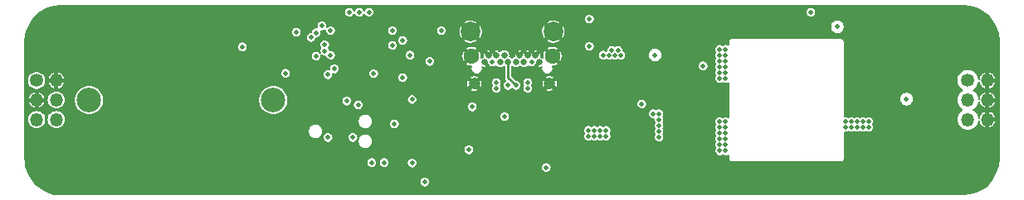
<source format=gbr>
G04 #@! TF.GenerationSoftware,KiCad,Pcbnew,(5.0.2)-1*
G04 #@! TF.CreationDate,2019-02-14T14:33:26-08:00*
G04 #@! TF.ProjectId,nixie_bottom_board,6e697869-655f-4626-9f74-746f6d5f626f,rev?*
G04 #@! TF.SameCoordinates,Original*
G04 #@! TF.FileFunction,Copper,L3,Inr*
G04 #@! TF.FilePolarity,Positive*
%FSLAX46Y46*%
G04 Gerber Fmt 4.6, Leading zero omitted, Abs format (unit mm)*
G04 Created by KiCad (PCBNEW (5.0.2)-1) date 2/14/2019 2:33:26 PM*
%MOMM*%
%LPD*%
G01*
G04 APERTURE LIST*
G04 #@! TA.AperFunction,ViaPad*
%ADD10C,1.200000*%
G04 #@! TD*
G04 #@! TA.AperFunction,ViaPad*
%ADD11C,0.650000*%
G04 #@! TD*
G04 #@! TA.AperFunction,ViaPad*
%ADD12C,2.000000*%
G04 #@! TD*
G04 #@! TA.AperFunction,ViaPad*
%ADD13C,1.600000*%
G04 #@! TD*
G04 #@! TA.AperFunction,ViaPad*
%ADD14C,1.350000*%
G04 #@! TD*
G04 #@! TA.AperFunction,ViaPad*
%ADD15O,1.350000X1.350000*%
G04 #@! TD*
G04 #@! TA.AperFunction,ViaPad*
%ADD16C,0.800000*%
G04 #@! TD*
G04 #@! TA.AperFunction,ViaPad*
%ADD17C,4.500000*%
G04 #@! TD*
G04 #@! TA.AperFunction,ViaPad*
%ADD18C,5.000000*%
G04 #@! TD*
G04 #@! TA.AperFunction,ViaPad*
%ADD19C,2.500000*%
G04 #@! TD*
G04 #@! TA.AperFunction,ViaPad*
%ADD20C,0.508000*%
G04 #@! TD*
G04 #@! TA.AperFunction,Conductor*
%ADD21C,0.250000*%
G04 #@! TD*
G04 #@! TA.AperFunction,Conductor*
%ADD22C,0.150000*%
G04 #@! TD*
G04 APERTURE END LIST*
D10*
G04 #@! TO.N,/GND*
G04 #@! TO.C,J1*
X146155000Y-98310000D03*
X153845000Y-98310000D03*
D11*
X152400000Y-95410000D03*
X151600000Y-95410000D03*
X150800000Y-95410000D03*
G04 #@! TO.N,/CC2*
X149200000Y-95410000D03*
G04 #@! TO.N,/GND*
X148400000Y-95410000D03*
X147600000Y-95410000D03*
X152800000Y-96110000D03*
G04 #@! TO.N,/VBUS*
X151200000Y-96110000D03*
G04 #@! TO.N,/USB_N*
X150400000Y-96110000D03*
G04 #@! TO.N,/USB_P*
X149600000Y-96110000D03*
G04 #@! TO.N,/VBUS*
X148800000Y-96110000D03*
G04 #@! TO.N,/GND*
X147200000Y-96110000D03*
D12*
X154220000Y-92995000D03*
X145780000Y-92995000D03*
D13*
X145870000Y-95510000D03*
X154130000Y-95510000D03*
G04 #@! TD*
D14*
G04 #@! TO.N,/VNIXIE*
G04 #@! TO.C,J4*
X101500000Y-98000000D03*
D15*
G04 #@! TO.N,/GND*
X103500000Y-98000000D03*
X101500000Y-100000000D03*
G04 #@! TO.N,/SCL*
X103500000Y-100000000D03*
G04 #@! TO.N,/NIXIE_EN*
X101500000Y-102000000D03*
G04 #@! TO.N,/SDA*
X103500000Y-102000000D03*
G04 #@! TD*
D14*
G04 #@! TO.N,/HV_OUT*
G04 #@! TO.C,J3*
X196500000Y-98000000D03*
D15*
G04 #@! TO.N,/GND*
X198500000Y-98000000D03*
G04 #@! TO.N,/HV_OUT*
X196500000Y-100000000D03*
G04 #@! TO.N,/GND*
X198500000Y-100000000D03*
G04 #@! TO.N,/HV_OUT*
X196500000Y-102000000D03*
G04 #@! TO.N,/GND*
X198500000Y-102000000D03*
G04 #@! TD*
D16*
G04 #@! TO.N,/GND*
G04 #@! TO.C,MH1*
X104237437Y-91862563D03*
X104750000Y-93100000D03*
X104237437Y-94337437D03*
X103000000Y-94850000D03*
X101762563Y-94337437D03*
X101250000Y-93100000D03*
X101762563Y-91862563D03*
X103000000Y-91350000D03*
D17*
X103000000Y-93100000D03*
G04 #@! TD*
G04 #@! TO.N,/GND*
G04 #@! TO.C,MH2*
X103000000Y-107000000D03*
D16*
X103000000Y-105250000D03*
X101762563Y-105762563D03*
X101250000Y-107000000D03*
X101762563Y-108237437D03*
X103000000Y-108750000D03*
X104237437Y-108237437D03*
X104750000Y-107000000D03*
X104237437Y-105762563D03*
G04 #@! TD*
G04 #@! TO.N,/GND*
G04 #@! TO.C,MH3*
X198237437Y-91762563D03*
X198750000Y-93000000D03*
X198237437Y-94237437D03*
X197000000Y-94750000D03*
X195762563Y-94237437D03*
X195250000Y-93000000D03*
X195762563Y-91762563D03*
X197000000Y-91250000D03*
D17*
X197000000Y-93000000D03*
G04 #@! TD*
G04 #@! TO.N,/GND*
G04 #@! TO.C,MH4*
X197000000Y-107200000D03*
D16*
X197000000Y-105450000D03*
X195762563Y-105962563D03*
X195250000Y-107200000D03*
X195762563Y-108437437D03*
X197000000Y-108950000D03*
X198237437Y-108437437D03*
X198750000Y-107200000D03*
X198237437Y-105962563D03*
G04 #@! TD*
D18*
G04 #@! TO.N,/GND*
G04 #@! TO.C,MH6*
X157000000Y-100000000D03*
D16*
X158875000Y-100000000D03*
X158325825Y-101325825D03*
X157000000Y-101875000D03*
X155674175Y-101325825D03*
X155125000Y-100000000D03*
X155674175Y-98674175D03*
X157000000Y-98125000D03*
X158325825Y-98674175D03*
G04 #@! TD*
G04 #@! TO.N,/GND*
G04 #@! TO.C,MH5*
X144325825Y-98674175D03*
X143000000Y-98125000D03*
X141674175Y-98674175D03*
X141125000Y-100000000D03*
X141674175Y-101325825D03*
X143000000Y-101875000D03*
X144325825Y-101325825D03*
X144875000Y-100000000D03*
D18*
X143000000Y-100000000D03*
G04 #@! TD*
D19*
G04 #@! TO.N,N/C*
G04 #@! TO.C,BT1*
X106850000Y-100000000D03*
G04 #@! TO.N,Net-(BT1-Pad1)*
X125650000Y-100000000D03*
G04 #@! TD*
D20*
G04 #@! TO.N,Net-(Q1-Pad1)*
X171200000Y-105200000D03*
X171800000Y-105200000D03*
X171200000Y-104600000D03*
X171800000Y-104600000D03*
X171200000Y-104000000D03*
X171800000Y-104000000D03*
X171200000Y-103400000D03*
X171800000Y-103400000D03*
X171200000Y-102800000D03*
X171800000Y-102800000D03*
X171200000Y-102200000D03*
X171800000Y-102200000D03*
G04 #@! TO.N,/HV_OUT*
X164600000Y-95400000D03*
X190250000Y-99900000D03*
X183200000Y-92500000D03*
G04 #@! TO.N,/VDD*
X130600000Y-92400000D03*
X139800000Y-106450000D03*
X145950000Y-100700000D03*
X141100000Y-108400000D03*
X138000000Y-102450000D03*
X139800000Y-99950000D03*
X128000000Y-93050000D03*
X159600000Y-103100000D03*
X159000000Y-103100000D03*
X158400000Y-103100000D03*
X157800000Y-103100000D03*
X138850000Y-97700000D03*
X138850000Y-93900000D03*
X159600000Y-103700000D03*
X159000000Y-103700000D03*
X157800000Y-103700000D03*
X158400000Y-103700000D03*
X131230000Y-103835000D03*
G04 #@! TO.N,/VNIXIE*
X122500000Y-94550000D03*
G04 #@! TO.N,/SCL*
X130000000Y-93100000D03*
X136950000Y-106400000D03*
G04 #@! TO.N,/SDA*
X129500000Y-93600000D03*
X135675000Y-106400000D03*
G04 #@! TO.N,/HV_EN*
X169500000Y-96500000D03*
X157900000Y-94500000D03*
X157900000Y-91700000D03*
G04 #@! TO.N,/SWO*
X131225000Y-97400000D03*
G04 #@! TO.N,/NRST*
X137800000Y-94400000D03*
X145600000Y-105100000D03*
X133770000Y-103835000D03*
X133135000Y-100100000D03*
G04 #@! TO.N,/DAC*
X135400000Y-91000000D03*
X126900000Y-97250000D03*
G04 #@! TO.N,/USB_N*
X149600000Y-98500000D03*
X130900000Y-94325000D03*
G04 #@! TO.N,/USB_P*
X130900000Y-94975000D03*
X150400000Y-98500000D03*
G04 #@! TO.N,Net-(D4-Pad2)*
X184000000Y-102800000D03*
X184600000Y-102800000D03*
X185800000Y-102800000D03*
X186400000Y-102800000D03*
X186400000Y-102200000D03*
X185800000Y-102200000D03*
X184600000Y-102200000D03*
X184000000Y-102200000D03*
X185200000Y-102200000D03*
X185200000Y-102800000D03*
G04 #@! TO.N,/SWDIO*
X131500000Y-95400000D03*
G04 #@! TO.N,/SWCLK*
X131875000Y-96800000D03*
G04 #@! TO.N,/HV_IN*
X171800000Y-94800000D03*
X171200000Y-94800000D03*
X171200000Y-95400000D03*
X171800000Y-95400000D03*
X171800000Y-97200000D03*
X171800000Y-97800000D03*
X171200000Y-97200000D03*
X171200000Y-97800000D03*
X171800000Y-96600000D03*
X171200000Y-96600000D03*
X171200000Y-96000000D03*
X171800000Y-96000000D03*
G04 #@! TO.N,/USB*
X149250000Y-101700000D03*
X134300000Y-100500000D03*
G04 #@! TO.N,/ILM*
X142800000Y-92900000D03*
G04 #@! TO.N,/32kHz*
X139600000Y-95400000D03*
G04 #@! TO.N,/AMP_EN*
X130000000Y-95500000D03*
X133400000Y-91000000D03*
G04 #@! TO.N,/NIXIE_EN*
X134400000Y-91000000D03*
G04 #@! TO.N,/MCO*
X131500000Y-92900000D03*
G04 #@! TO.N,Net-(R2-Pad1)*
X135900000Y-97300000D03*
X153500000Y-106900000D03*
X141600000Y-96050000D03*
G04 #@! TO.N,Net-(R20-Pad2)*
X137800000Y-92900000D03*
X180500000Y-91000000D03*
G04 #@! TO.N,/GND*
X134500000Y-93800000D03*
X133900000Y-93800000D03*
X133300000Y-93800000D03*
X134500000Y-95500000D03*
X133900000Y-95500000D03*
X133300000Y-95500000D03*
X171900000Y-101300000D03*
X171300000Y-101300000D03*
X167687500Y-99668750D03*
X168512500Y-99668750D03*
X168512500Y-98956250D03*
X167687500Y-98956250D03*
X167687500Y-98243750D03*
X168512500Y-98243750D03*
X168512500Y-97531250D03*
X167687500Y-97531250D03*
X128000000Y-92250000D03*
X166350000Y-100800000D03*
X165750000Y-100800000D03*
X164600000Y-99750000D03*
X164500000Y-92800000D03*
X162100000Y-95200000D03*
X162700000Y-95200000D03*
X163300000Y-95200000D03*
X129800000Y-101300000D03*
X130900000Y-96300000D03*
X137900000Y-97800000D03*
X157900000Y-106700000D03*
X158500000Y-106700000D03*
X159100000Y-106700000D03*
X159700000Y-106700000D03*
X163000000Y-105000000D03*
X163000000Y-105600000D03*
X163000000Y-106200000D03*
X163000000Y-106800000D03*
X163000000Y-107400000D03*
X165100000Y-92800000D03*
X164500000Y-93400000D03*
X165100000Y-93400000D03*
X150000000Y-100700000D03*
X165850000Y-96150000D03*
X166450000Y-96150000D03*
X166450000Y-95550000D03*
X165850000Y-95550000D03*
X151700000Y-102550000D03*
X172600000Y-93500000D03*
X173200000Y-93500000D03*
X173800000Y-93500000D03*
X157900000Y-106100000D03*
X159100000Y-106100000D03*
X159700000Y-106100000D03*
X158500000Y-106100000D03*
X132500000Y-103835000D03*
X174400000Y-93500000D03*
G04 #@! TO.N,/VBUS*
X165000000Y-101400000D03*
X164400000Y-101400000D03*
X165000000Y-102000000D03*
X165000000Y-102600000D03*
X165000000Y-103200000D03*
X160200000Y-94900000D03*
X159300000Y-95400000D03*
X159900000Y-95400000D03*
X160500000Y-95400000D03*
X161100000Y-95400000D03*
X160800000Y-94900000D03*
X151600000Y-98200000D03*
X151600000Y-98800000D03*
X148400000Y-98200000D03*
X148400000Y-98800000D03*
X148000000Y-96100000D03*
X165000000Y-103800000D03*
X152000000Y-96100000D03*
X163250000Y-100400000D03*
G04 #@! TD*
D21*
G04 #@! TO.N,/USB_P*
X149600000Y-97700000D02*
X149600000Y-96110000D01*
X150400000Y-98500000D02*
X149600000Y-97700000D01*
G04 #@! TD*
D22*
G04 #@! TO.N,/GND*
G36*
X196713508Y-90396518D02*
X197399842Y-90603735D01*
X198032852Y-90940313D01*
X198588433Y-91393434D01*
X199045421Y-91945838D01*
X199386412Y-92576488D01*
X199598412Y-93261352D01*
X199674962Y-93989675D01*
X199675001Y-94000841D01*
X199675000Y-105984103D01*
X199603482Y-106713508D01*
X199396266Y-107399839D01*
X199059687Y-108032852D01*
X198606567Y-108588433D01*
X198054163Y-109045421D01*
X197423512Y-109386412D01*
X196738653Y-109598411D01*
X196010325Y-109674962D01*
X195999447Y-109675000D01*
X104015897Y-109675000D01*
X103286492Y-109603482D01*
X102600161Y-109396266D01*
X101967148Y-109059687D01*
X101411567Y-108606567D01*
X101197578Y-108347898D01*
X140571000Y-108347898D01*
X140571000Y-108452102D01*
X140591329Y-108554304D01*
X140631206Y-108650576D01*
X140689099Y-108737218D01*
X140762782Y-108810901D01*
X140849424Y-108868794D01*
X140945696Y-108908671D01*
X141047898Y-108929000D01*
X141152102Y-108929000D01*
X141254304Y-108908671D01*
X141350576Y-108868794D01*
X141437218Y-108810901D01*
X141510901Y-108737218D01*
X141568794Y-108650576D01*
X141608671Y-108554304D01*
X141629000Y-108452102D01*
X141629000Y-108347898D01*
X141608671Y-108245696D01*
X141568794Y-108149424D01*
X141510901Y-108062782D01*
X141437218Y-107989099D01*
X141350576Y-107931206D01*
X141254304Y-107891329D01*
X141152102Y-107871000D01*
X141047898Y-107871000D01*
X140945696Y-107891329D01*
X140849424Y-107931206D01*
X140762782Y-107989099D01*
X140689099Y-108062782D01*
X140631206Y-108149424D01*
X140591329Y-108245696D01*
X140571000Y-108347898D01*
X101197578Y-108347898D01*
X100954579Y-108054163D01*
X100613588Y-107423512D01*
X100401589Y-106738653D01*
X100360519Y-106347898D01*
X135146000Y-106347898D01*
X135146000Y-106452102D01*
X135166329Y-106554304D01*
X135206206Y-106650576D01*
X135264099Y-106737218D01*
X135337782Y-106810901D01*
X135424424Y-106868794D01*
X135520696Y-106908671D01*
X135622898Y-106929000D01*
X135727102Y-106929000D01*
X135829304Y-106908671D01*
X135925576Y-106868794D01*
X136012218Y-106810901D01*
X136085901Y-106737218D01*
X136143794Y-106650576D01*
X136183671Y-106554304D01*
X136204000Y-106452102D01*
X136204000Y-106347898D01*
X136421000Y-106347898D01*
X136421000Y-106452102D01*
X136441329Y-106554304D01*
X136481206Y-106650576D01*
X136539099Y-106737218D01*
X136612782Y-106810901D01*
X136699424Y-106868794D01*
X136795696Y-106908671D01*
X136897898Y-106929000D01*
X137002102Y-106929000D01*
X137104304Y-106908671D01*
X137200576Y-106868794D01*
X137287218Y-106810901D01*
X137360901Y-106737218D01*
X137418794Y-106650576D01*
X137458671Y-106554304D01*
X137479000Y-106452102D01*
X137479000Y-106397898D01*
X139271000Y-106397898D01*
X139271000Y-106502102D01*
X139291329Y-106604304D01*
X139331206Y-106700576D01*
X139389099Y-106787218D01*
X139462782Y-106860901D01*
X139549424Y-106918794D01*
X139645696Y-106958671D01*
X139747898Y-106979000D01*
X139852102Y-106979000D01*
X139954304Y-106958671D01*
X140050576Y-106918794D01*
X140137218Y-106860901D01*
X140150221Y-106847898D01*
X152971000Y-106847898D01*
X152971000Y-106952102D01*
X152991329Y-107054304D01*
X153031206Y-107150576D01*
X153089099Y-107237218D01*
X153162782Y-107310901D01*
X153249424Y-107368794D01*
X153345696Y-107408671D01*
X153447898Y-107429000D01*
X153552102Y-107429000D01*
X153654304Y-107408671D01*
X153750576Y-107368794D01*
X153837218Y-107310901D01*
X153910901Y-107237218D01*
X153968794Y-107150576D01*
X154008671Y-107054304D01*
X154029000Y-106952102D01*
X154029000Y-106847898D01*
X154008671Y-106745696D01*
X153968794Y-106649424D01*
X153910901Y-106562782D01*
X153837218Y-106489099D01*
X153750576Y-106431206D01*
X153654304Y-106391329D01*
X153552102Y-106371000D01*
X153447898Y-106371000D01*
X153345696Y-106391329D01*
X153249424Y-106431206D01*
X153162782Y-106489099D01*
X153089099Y-106562782D01*
X153031206Y-106649424D01*
X152991329Y-106745696D01*
X152971000Y-106847898D01*
X140150221Y-106847898D01*
X140210901Y-106787218D01*
X140268794Y-106700576D01*
X140308671Y-106604304D01*
X140329000Y-106502102D01*
X140329000Y-106397898D01*
X140308671Y-106295696D01*
X140268794Y-106199424D01*
X140210901Y-106112782D01*
X140137218Y-106039099D01*
X140050576Y-105981206D01*
X139954304Y-105941329D01*
X139852102Y-105921000D01*
X139747898Y-105921000D01*
X139645696Y-105941329D01*
X139549424Y-105981206D01*
X139462782Y-106039099D01*
X139389099Y-106112782D01*
X139331206Y-106199424D01*
X139291329Y-106295696D01*
X139271000Y-106397898D01*
X137479000Y-106397898D01*
X137479000Y-106347898D01*
X137458671Y-106245696D01*
X137418794Y-106149424D01*
X137360901Y-106062782D01*
X137287218Y-105989099D01*
X137200576Y-105931206D01*
X137104304Y-105891329D01*
X137002102Y-105871000D01*
X136897898Y-105871000D01*
X136795696Y-105891329D01*
X136699424Y-105931206D01*
X136612782Y-105989099D01*
X136539099Y-106062782D01*
X136481206Y-106149424D01*
X136441329Y-106245696D01*
X136421000Y-106347898D01*
X136204000Y-106347898D01*
X136183671Y-106245696D01*
X136143794Y-106149424D01*
X136085901Y-106062782D01*
X136012218Y-105989099D01*
X135925576Y-105931206D01*
X135829304Y-105891329D01*
X135727102Y-105871000D01*
X135622898Y-105871000D01*
X135520696Y-105891329D01*
X135424424Y-105931206D01*
X135337782Y-105989099D01*
X135264099Y-106062782D01*
X135206206Y-106149424D01*
X135166329Y-106245696D01*
X135146000Y-106347898D01*
X100360519Y-106347898D01*
X100325038Y-106010325D01*
X100325000Y-105999447D01*
X100325000Y-105047898D01*
X145071000Y-105047898D01*
X145071000Y-105152102D01*
X145091329Y-105254304D01*
X145131206Y-105350576D01*
X145189099Y-105437218D01*
X145262782Y-105510901D01*
X145349424Y-105568794D01*
X145445696Y-105608671D01*
X145547898Y-105629000D01*
X145652102Y-105629000D01*
X145754304Y-105608671D01*
X145850576Y-105568794D01*
X145937218Y-105510901D01*
X146010901Y-105437218D01*
X146068794Y-105350576D01*
X146108671Y-105254304D01*
X146129000Y-105152102D01*
X146129000Y-105047898D01*
X146108671Y-104945696D01*
X146068794Y-104849424D01*
X146010901Y-104762782D01*
X145937218Y-104689099D01*
X145850576Y-104631206D01*
X145754304Y-104591329D01*
X145652102Y-104571000D01*
X145547898Y-104571000D01*
X145445696Y-104591329D01*
X145349424Y-104631206D01*
X145262782Y-104689099D01*
X145189099Y-104762782D01*
X145131206Y-104849424D01*
X145091329Y-104945696D01*
X145071000Y-105047898D01*
X100325000Y-105047898D01*
X100325000Y-103124132D01*
X129189700Y-103124132D01*
X129189700Y-103275868D01*
X129219302Y-103424688D01*
X129277369Y-103564874D01*
X129361669Y-103691038D01*
X129468962Y-103798331D01*
X129595126Y-103882631D01*
X129735312Y-103940698D01*
X129884132Y-103970300D01*
X130035868Y-103970300D01*
X130184688Y-103940698D01*
X130324874Y-103882631D01*
X130451038Y-103798331D01*
X130466471Y-103782898D01*
X130701000Y-103782898D01*
X130701000Y-103887102D01*
X130721329Y-103989304D01*
X130761206Y-104085576D01*
X130819099Y-104172218D01*
X130892782Y-104245901D01*
X130979424Y-104303794D01*
X131075696Y-104343671D01*
X131177898Y-104364000D01*
X131282102Y-104364000D01*
X131384304Y-104343671D01*
X131480576Y-104303794D01*
X131567218Y-104245901D01*
X131640901Y-104172218D01*
X131698794Y-104085576D01*
X131738671Y-103989304D01*
X131759000Y-103887102D01*
X131759000Y-103782898D01*
X133241000Y-103782898D01*
X133241000Y-103887102D01*
X133261329Y-103989304D01*
X133301206Y-104085576D01*
X133359099Y-104172218D01*
X133432782Y-104245901D01*
X133519424Y-104303794D01*
X133615696Y-104343671D01*
X133717898Y-104364000D01*
X133822102Y-104364000D01*
X133924304Y-104343671D01*
X134020576Y-104303794D01*
X134107218Y-104245901D01*
X134180901Y-104172218D01*
X134202340Y-104140132D01*
X134269700Y-104140132D01*
X134269700Y-104291868D01*
X134299302Y-104440688D01*
X134357369Y-104580874D01*
X134441669Y-104707038D01*
X134548962Y-104814331D01*
X134675126Y-104898631D01*
X134815312Y-104956698D01*
X134964132Y-104986300D01*
X135115868Y-104986300D01*
X135264688Y-104956698D01*
X135404874Y-104898631D01*
X135531038Y-104814331D01*
X135638331Y-104707038D01*
X135722631Y-104580874D01*
X135780698Y-104440688D01*
X135810300Y-104291868D01*
X135810300Y-104140132D01*
X135780698Y-103991312D01*
X135722631Y-103851126D01*
X135638331Y-103724962D01*
X135531038Y-103617669D01*
X135404874Y-103533369D01*
X135264688Y-103475302D01*
X135115868Y-103445700D01*
X134964132Y-103445700D01*
X134815312Y-103475302D01*
X134675126Y-103533369D01*
X134548962Y-103617669D01*
X134441669Y-103724962D01*
X134357369Y-103851126D01*
X134299302Y-103991312D01*
X134269700Y-104140132D01*
X134202340Y-104140132D01*
X134238794Y-104085576D01*
X134278671Y-103989304D01*
X134299000Y-103887102D01*
X134299000Y-103782898D01*
X134278671Y-103680696D01*
X134238794Y-103584424D01*
X134180901Y-103497782D01*
X134107218Y-103424099D01*
X134020576Y-103366206D01*
X133924304Y-103326329D01*
X133822102Y-103306000D01*
X133717898Y-103306000D01*
X133615696Y-103326329D01*
X133519424Y-103366206D01*
X133432782Y-103424099D01*
X133359099Y-103497782D01*
X133301206Y-103584424D01*
X133261329Y-103680696D01*
X133241000Y-103782898D01*
X131759000Y-103782898D01*
X131738671Y-103680696D01*
X131698794Y-103584424D01*
X131640901Y-103497782D01*
X131567218Y-103424099D01*
X131480576Y-103366206D01*
X131384304Y-103326329D01*
X131282102Y-103306000D01*
X131177898Y-103306000D01*
X131075696Y-103326329D01*
X130979424Y-103366206D01*
X130892782Y-103424099D01*
X130819099Y-103497782D01*
X130761206Y-103584424D01*
X130721329Y-103680696D01*
X130701000Y-103782898D01*
X130466471Y-103782898D01*
X130558331Y-103691038D01*
X130642631Y-103564874D01*
X130700698Y-103424688D01*
X130730300Y-103275868D01*
X130730300Y-103124132D01*
X130715137Y-103047898D01*
X157271000Y-103047898D01*
X157271000Y-103152102D01*
X157291329Y-103254304D01*
X157331206Y-103350576D01*
X157364230Y-103400000D01*
X157331206Y-103449424D01*
X157291329Y-103545696D01*
X157271000Y-103647898D01*
X157271000Y-103752102D01*
X157291329Y-103854304D01*
X157331206Y-103950576D01*
X157389099Y-104037218D01*
X157462782Y-104110901D01*
X157549424Y-104168794D01*
X157645696Y-104208671D01*
X157747898Y-104229000D01*
X157852102Y-104229000D01*
X157954304Y-104208671D01*
X158050576Y-104168794D01*
X158100000Y-104135770D01*
X158149424Y-104168794D01*
X158245696Y-104208671D01*
X158347898Y-104229000D01*
X158452102Y-104229000D01*
X158554304Y-104208671D01*
X158650576Y-104168794D01*
X158700000Y-104135770D01*
X158749424Y-104168794D01*
X158845696Y-104208671D01*
X158947898Y-104229000D01*
X159052102Y-104229000D01*
X159154304Y-104208671D01*
X159250576Y-104168794D01*
X159300000Y-104135770D01*
X159349424Y-104168794D01*
X159445696Y-104208671D01*
X159547898Y-104229000D01*
X159652102Y-104229000D01*
X159754304Y-104208671D01*
X159850576Y-104168794D01*
X159937218Y-104110901D01*
X160010901Y-104037218D01*
X160068794Y-103950576D01*
X160108671Y-103854304D01*
X160129000Y-103752102D01*
X160129000Y-103647898D01*
X160108671Y-103545696D01*
X160068794Y-103449424D01*
X160035770Y-103400000D01*
X160068794Y-103350576D01*
X160108671Y-103254304D01*
X160129000Y-103152102D01*
X160129000Y-103047898D01*
X160108671Y-102945696D01*
X160068794Y-102849424D01*
X160010901Y-102762782D01*
X159937218Y-102689099D01*
X159850576Y-102631206D01*
X159754304Y-102591329D01*
X159652102Y-102571000D01*
X159547898Y-102571000D01*
X159445696Y-102591329D01*
X159349424Y-102631206D01*
X159300000Y-102664230D01*
X159250576Y-102631206D01*
X159154304Y-102591329D01*
X159052102Y-102571000D01*
X158947898Y-102571000D01*
X158845696Y-102591329D01*
X158749424Y-102631206D01*
X158700000Y-102664230D01*
X158650576Y-102631206D01*
X158554304Y-102591329D01*
X158452102Y-102571000D01*
X158347898Y-102571000D01*
X158245696Y-102591329D01*
X158149424Y-102631206D01*
X158100000Y-102664230D01*
X158050576Y-102631206D01*
X157954304Y-102591329D01*
X157852102Y-102571000D01*
X157747898Y-102571000D01*
X157645696Y-102591329D01*
X157549424Y-102631206D01*
X157462782Y-102689099D01*
X157389099Y-102762782D01*
X157331206Y-102849424D01*
X157291329Y-102945696D01*
X157271000Y-103047898D01*
X130715137Y-103047898D01*
X130700698Y-102975312D01*
X130642631Y-102835126D01*
X130558331Y-102708962D01*
X130451038Y-102601669D01*
X130324874Y-102517369D01*
X130184688Y-102459302D01*
X130035868Y-102429700D01*
X129884132Y-102429700D01*
X129735312Y-102459302D01*
X129595126Y-102517369D01*
X129468962Y-102601669D01*
X129361669Y-102708962D01*
X129277369Y-102835126D01*
X129219302Y-102975312D01*
X129189700Y-103124132D01*
X100325000Y-103124132D01*
X100325000Y-102000000D01*
X100545404Y-102000000D01*
X100563746Y-102186232D01*
X100618068Y-102365308D01*
X100706282Y-102530345D01*
X100824999Y-102675001D01*
X100969655Y-102793718D01*
X101134692Y-102881932D01*
X101313768Y-102936254D01*
X101453335Y-102950000D01*
X101546665Y-102950000D01*
X101686232Y-102936254D01*
X101865308Y-102881932D01*
X102030345Y-102793718D01*
X102175001Y-102675001D01*
X102293718Y-102530345D01*
X102381932Y-102365308D01*
X102436254Y-102186232D01*
X102454596Y-102000000D01*
X102545404Y-102000000D01*
X102563746Y-102186232D01*
X102618068Y-102365308D01*
X102706282Y-102530345D01*
X102824999Y-102675001D01*
X102969655Y-102793718D01*
X103134692Y-102881932D01*
X103313768Y-102936254D01*
X103453335Y-102950000D01*
X103546665Y-102950000D01*
X103686232Y-102936254D01*
X103865308Y-102881932D01*
X104030345Y-102793718D01*
X104175001Y-102675001D01*
X104293718Y-102530345D01*
X104381932Y-102365308D01*
X104436254Y-102186232D01*
X104443946Y-102108132D01*
X134269700Y-102108132D01*
X134269700Y-102259868D01*
X134299302Y-102408688D01*
X134357369Y-102548874D01*
X134441669Y-102675038D01*
X134548962Y-102782331D01*
X134675126Y-102866631D01*
X134815312Y-102924698D01*
X134964132Y-102954300D01*
X135115868Y-102954300D01*
X135264688Y-102924698D01*
X135404874Y-102866631D01*
X135531038Y-102782331D01*
X135638331Y-102675038D01*
X135722631Y-102548874D01*
X135780698Y-102408688D01*
X135782844Y-102397898D01*
X137471000Y-102397898D01*
X137471000Y-102502102D01*
X137491329Y-102604304D01*
X137531206Y-102700576D01*
X137589099Y-102787218D01*
X137662782Y-102860901D01*
X137749424Y-102918794D01*
X137845696Y-102958671D01*
X137947898Y-102979000D01*
X138052102Y-102979000D01*
X138154304Y-102958671D01*
X138250576Y-102918794D01*
X138337218Y-102860901D01*
X138410901Y-102787218D01*
X138468794Y-102700576D01*
X138508671Y-102604304D01*
X138529000Y-102502102D01*
X138529000Y-102397898D01*
X138508671Y-102295696D01*
X138468794Y-102199424D01*
X138410901Y-102112782D01*
X138337218Y-102039099D01*
X138250576Y-101981206D01*
X138154304Y-101941329D01*
X138052102Y-101921000D01*
X137947898Y-101921000D01*
X137845696Y-101941329D01*
X137749424Y-101981206D01*
X137662782Y-102039099D01*
X137589099Y-102112782D01*
X137531206Y-102199424D01*
X137491329Y-102295696D01*
X137471000Y-102397898D01*
X135782844Y-102397898D01*
X135810300Y-102259868D01*
X135810300Y-102108132D01*
X135780698Y-101959312D01*
X135722631Y-101819126D01*
X135638331Y-101692962D01*
X135593267Y-101647898D01*
X148721000Y-101647898D01*
X148721000Y-101752102D01*
X148741329Y-101854304D01*
X148781206Y-101950576D01*
X148839099Y-102037218D01*
X148912782Y-102110901D01*
X148999424Y-102168794D01*
X149095696Y-102208671D01*
X149197898Y-102229000D01*
X149302102Y-102229000D01*
X149404304Y-102208671D01*
X149500576Y-102168794D01*
X149587218Y-102110901D01*
X149660901Y-102037218D01*
X149718794Y-101950576D01*
X149758671Y-101854304D01*
X149779000Y-101752102D01*
X149779000Y-101647898D01*
X149758671Y-101545696D01*
X149718794Y-101449424D01*
X149660901Y-101362782D01*
X149646017Y-101347898D01*
X163871000Y-101347898D01*
X163871000Y-101452102D01*
X163891329Y-101554304D01*
X163931206Y-101650576D01*
X163989099Y-101737218D01*
X164062782Y-101810901D01*
X164149424Y-101868794D01*
X164245696Y-101908671D01*
X164347898Y-101929000D01*
X164452102Y-101929000D01*
X164475692Y-101924308D01*
X164471000Y-101947898D01*
X164471000Y-102052102D01*
X164491329Y-102154304D01*
X164531206Y-102250576D01*
X164564230Y-102300000D01*
X164531206Y-102349424D01*
X164491329Y-102445696D01*
X164471000Y-102547898D01*
X164471000Y-102652102D01*
X164491329Y-102754304D01*
X164531206Y-102850576D01*
X164564230Y-102900000D01*
X164531206Y-102949424D01*
X164491329Y-103045696D01*
X164471000Y-103147898D01*
X164471000Y-103252102D01*
X164491329Y-103354304D01*
X164531206Y-103450576D01*
X164564230Y-103500000D01*
X164531206Y-103549424D01*
X164491329Y-103645696D01*
X164471000Y-103747898D01*
X164471000Y-103852102D01*
X164491329Y-103954304D01*
X164531206Y-104050576D01*
X164589099Y-104137218D01*
X164662782Y-104210901D01*
X164749424Y-104268794D01*
X164845696Y-104308671D01*
X164947898Y-104329000D01*
X165052102Y-104329000D01*
X165154304Y-104308671D01*
X165250576Y-104268794D01*
X165337218Y-104210901D01*
X165410901Y-104137218D01*
X165468794Y-104050576D01*
X165508671Y-103954304D01*
X165529000Y-103852102D01*
X165529000Y-103747898D01*
X165508671Y-103645696D01*
X165468794Y-103549424D01*
X165435770Y-103500000D01*
X165468794Y-103450576D01*
X165508671Y-103354304D01*
X165529000Y-103252102D01*
X165529000Y-103147898D01*
X165508671Y-103045696D01*
X165468794Y-102949424D01*
X165435770Y-102900000D01*
X165468794Y-102850576D01*
X165508671Y-102754304D01*
X165529000Y-102652102D01*
X165529000Y-102547898D01*
X165508671Y-102445696D01*
X165468794Y-102349424D01*
X165435770Y-102300000D01*
X165468794Y-102250576D01*
X165508671Y-102154304D01*
X165529000Y-102052102D01*
X165529000Y-101947898D01*
X165508671Y-101845696D01*
X165468794Y-101749424D01*
X165435770Y-101700000D01*
X165468794Y-101650576D01*
X165508671Y-101554304D01*
X165529000Y-101452102D01*
X165529000Y-101347898D01*
X165508671Y-101245696D01*
X165468794Y-101149424D01*
X165410901Y-101062782D01*
X165337218Y-100989099D01*
X165250576Y-100931206D01*
X165154304Y-100891329D01*
X165052102Y-100871000D01*
X164947898Y-100871000D01*
X164845696Y-100891329D01*
X164749424Y-100931206D01*
X164700000Y-100964230D01*
X164650576Y-100931206D01*
X164554304Y-100891329D01*
X164452102Y-100871000D01*
X164347898Y-100871000D01*
X164245696Y-100891329D01*
X164149424Y-100931206D01*
X164062782Y-100989099D01*
X163989099Y-101062782D01*
X163931206Y-101149424D01*
X163891329Y-101245696D01*
X163871000Y-101347898D01*
X149646017Y-101347898D01*
X149587218Y-101289099D01*
X149500576Y-101231206D01*
X149404304Y-101191329D01*
X149302102Y-101171000D01*
X149197898Y-101171000D01*
X149095696Y-101191329D01*
X148999424Y-101231206D01*
X148912782Y-101289099D01*
X148839099Y-101362782D01*
X148781206Y-101449424D01*
X148741329Y-101545696D01*
X148721000Y-101647898D01*
X135593267Y-101647898D01*
X135531038Y-101585669D01*
X135404874Y-101501369D01*
X135264688Y-101443302D01*
X135115868Y-101413700D01*
X134964132Y-101413700D01*
X134815312Y-101443302D01*
X134675126Y-101501369D01*
X134548962Y-101585669D01*
X134441669Y-101692962D01*
X134357369Y-101819126D01*
X134299302Y-101959312D01*
X134269700Y-102108132D01*
X104443946Y-102108132D01*
X104454596Y-102000000D01*
X104436254Y-101813768D01*
X104381932Y-101634692D01*
X104293718Y-101469655D01*
X104175001Y-101324999D01*
X104030345Y-101206282D01*
X103865308Y-101118068D01*
X103686232Y-101063746D01*
X103546665Y-101050000D01*
X103453335Y-101050000D01*
X103313768Y-101063746D01*
X103134692Y-101118068D01*
X102969655Y-101206282D01*
X102824999Y-101324999D01*
X102706282Y-101469655D01*
X102618068Y-101634692D01*
X102563746Y-101813768D01*
X102545404Y-102000000D01*
X102454596Y-102000000D01*
X102436254Y-101813768D01*
X102381932Y-101634692D01*
X102293718Y-101469655D01*
X102175001Y-101324999D01*
X102030345Y-101206282D01*
X101865308Y-101118068D01*
X101686232Y-101063746D01*
X101546665Y-101050000D01*
X101453335Y-101050000D01*
X101313768Y-101063746D01*
X101134692Y-101118068D01*
X100969655Y-101206282D01*
X100824999Y-101324999D01*
X100706282Y-101469655D01*
X100618068Y-101634692D01*
X100563746Y-101813768D01*
X100545404Y-102000000D01*
X100325000Y-102000000D01*
X100325000Y-100262887D01*
X100639250Y-100262887D01*
X100705462Y-100422758D01*
X100803205Y-100569641D01*
X100927725Y-100694633D01*
X101074237Y-100792931D01*
X101237111Y-100860757D01*
X101375000Y-100835035D01*
X101375000Y-100125000D01*
X101625000Y-100125000D01*
X101625000Y-100835035D01*
X101762889Y-100860757D01*
X101925763Y-100792931D01*
X102072275Y-100694633D01*
X102196795Y-100569641D01*
X102294538Y-100422758D01*
X102360750Y-100262887D01*
X102334439Y-100125000D01*
X101625000Y-100125000D01*
X101375000Y-100125000D01*
X100665561Y-100125000D01*
X100639250Y-100262887D01*
X100325000Y-100262887D01*
X100325000Y-100000000D01*
X102545404Y-100000000D01*
X102563746Y-100186232D01*
X102618068Y-100365308D01*
X102706282Y-100530345D01*
X102824999Y-100675001D01*
X102969655Y-100793718D01*
X103134692Y-100881932D01*
X103313768Y-100936254D01*
X103453335Y-100950000D01*
X103546665Y-100950000D01*
X103686232Y-100936254D01*
X103865308Y-100881932D01*
X104030345Y-100793718D01*
X104175001Y-100675001D01*
X104293718Y-100530345D01*
X104381932Y-100365308D01*
X104436254Y-100186232D01*
X104454596Y-100000000D01*
X104439803Y-99849801D01*
X105325000Y-99849801D01*
X105325000Y-100150199D01*
X105383605Y-100444826D01*
X105498562Y-100722358D01*
X105665455Y-100972131D01*
X105877869Y-101184545D01*
X106127642Y-101351438D01*
X106405174Y-101466395D01*
X106699801Y-101525000D01*
X107000199Y-101525000D01*
X107294826Y-101466395D01*
X107572358Y-101351438D01*
X107822131Y-101184545D01*
X108034545Y-100972131D01*
X108201438Y-100722358D01*
X108316395Y-100444826D01*
X108375000Y-100150199D01*
X108375000Y-99849801D01*
X124125000Y-99849801D01*
X124125000Y-100150199D01*
X124183605Y-100444826D01*
X124298562Y-100722358D01*
X124465455Y-100972131D01*
X124677869Y-101184545D01*
X124927642Y-101351438D01*
X125205174Y-101466395D01*
X125499801Y-101525000D01*
X125800199Y-101525000D01*
X126094826Y-101466395D01*
X126372358Y-101351438D01*
X126622131Y-101184545D01*
X126834545Y-100972131D01*
X127001438Y-100722358D01*
X127116395Y-100444826D01*
X127175000Y-100150199D01*
X127175000Y-100047898D01*
X132606000Y-100047898D01*
X132606000Y-100152102D01*
X132626329Y-100254304D01*
X132666206Y-100350576D01*
X132724099Y-100437218D01*
X132797782Y-100510901D01*
X132884424Y-100568794D01*
X132980696Y-100608671D01*
X133082898Y-100629000D01*
X133187102Y-100629000D01*
X133289304Y-100608671D01*
X133385576Y-100568794D01*
X133472218Y-100510901D01*
X133535221Y-100447898D01*
X133771000Y-100447898D01*
X133771000Y-100552102D01*
X133791329Y-100654304D01*
X133831206Y-100750576D01*
X133889099Y-100837218D01*
X133962782Y-100910901D01*
X134049424Y-100968794D01*
X134145696Y-101008671D01*
X134247898Y-101029000D01*
X134352102Y-101029000D01*
X134454304Y-101008671D01*
X134550576Y-100968794D01*
X134637218Y-100910901D01*
X134710901Y-100837218D01*
X134768794Y-100750576D01*
X134808671Y-100654304D01*
X134809945Y-100647898D01*
X145421000Y-100647898D01*
X145421000Y-100752102D01*
X145441329Y-100854304D01*
X145481206Y-100950576D01*
X145539099Y-101037218D01*
X145612782Y-101110901D01*
X145699424Y-101168794D01*
X145795696Y-101208671D01*
X145897898Y-101229000D01*
X146002102Y-101229000D01*
X146104304Y-101208671D01*
X146200576Y-101168794D01*
X146287218Y-101110901D01*
X146360901Y-101037218D01*
X146418794Y-100950576D01*
X146458671Y-100854304D01*
X146479000Y-100752102D01*
X146479000Y-100647898D01*
X146458671Y-100545696D01*
X146418794Y-100449424D01*
X146360901Y-100362782D01*
X146346017Y-100347898D01*
X162721000Y-100347898D01*
X162721000Y-100452102D01*
X162741329Y-100554304D01*
X162781206Y-100650576D01*
X162839099Y-100737218D01*
X162912782Y-100810901D01*
X162999424Y-100868794D01*
X163095696Y-100908671D01*
X163197898Y-100929000D01*
X163302102Y-100929000D01*
X163404304Y-100908671D01*
X163500576Y-100868794D01*
X163587218Y-100810901D01*
X163660901Y-100737218D01*
X163718794Y-100650576D01*
X163758671Y-100554304D01*
X163779000Y-100452102D01*
X163779000Y-100347898D01*
X163758671Y-100245696D01*
X163718794Y-100149424D01*
X163660901Y-100062782D01*
X163587218Y-99989099D01*
X163500576Y-99931206D01*
X163404304Y-99891329D01*
X163302102Y-99871000D01*
X163197898Y-99871000D01*
X163095696Y-99891329D01*
X162999424Y-99931206D01*
X162912782Y-99989099D01*
X162839099Y-100062782D01*
X162781206Y-100149424D01*
X162741329Y-100245696D01*
X162721000Y-100347898D01*
X146346017Y-100347898D01*
X146287218Y-100289099D01*
X146200576Y-100231206D01*
X146104304Y-100191329D01*
X146002102Y-100171000D01*
X145897898Y-100171000D01*
X145795696Y-100191329D01*
X145699424Y-100231206D01*
X145612782Y-100289099D01*
X145539099Y-100362782D01*
X145481206Y-100449424D01*
X145441329Y-100545696D01*
X145421000Y-100647898D01*
X134809945Y-100647898D01*
X134829000Y-100552102D01*
X134829000Y-100447898D01*
X134808671Y-100345696D01*
X134768794Y-100249424D01*
X134710901Y-100162782D01*
X134637218Y-100089099D01*
X134550576Y-100031206D01*
X134454304Y-99991329D01*
X134352102Y-99971000D01*
X134247898Y-99971000D01*
X134145696Y-99991329D01*
X134049424Y-100031206D01*
X133962782Y-100089099D01*
X133889099Y-100162782D01*
X133831206Y-100249424D01*
X133791329Y-100345696D01*
X133771000Y-100447898D01*
X133535221Y-100447898D01*
X133545901Y-100437218D01*
X133603794Y-100350576D01*
X133643671Y-100254304D01*
X133664000Y-100152102D01*
X133664000Y-100047898D01*
X133643671Y-99945696D01*
X133623873Y-99897898D01*
X139271000Y-99897898D01*
X139271000Y-100002102D01*
X139291329Y-100104304D01*
X139331206Y-100200576D01*
X139389099Y-100287218D01*
X139462782Y-100360901D01*
X139549424Y-100418794D01*
X139645696Y-100458671D01*
X139747898Y-100479000D01*
X139852102Y-100479000D01*
X139954304Y-100458671D01*
X140050576Y-100418794D01*
X140137218Y-100360901D01*
X140210901Y-100287218D01*
X140268794Y-100200576D01*
X140308671Y-100104304D01*
X140329000Y-100002102D01*
X140329000Y-99897898D01*
X140308671Y-99795696D01*
X140268794Y-99699424D01*
X140210901Y-99612782D01*
X140137218Y-99539099D01*
X140050576Y-99481206D01*
X139954304Y-99441329D01*
X139852102Y-99421000D01*
X139747898Y-99421000D01*
X139645696Y-99441329D01*
X139549424Y-99481206D01*
X139462782Y-99539099D01*
X139389099Y-99612782D01*
X139331206Y-99699424D01*
X139291329Y-99795696D01*
X139271000Y-99897898D01*
X133623873Y-99897898D01*
X133603794Y-99849424D01*
X133545901Y-99762782D01*
X133472218Y-99689099D01*
X133385576Y-99631206D01*
X133289304Y-99591329D01*
X133187102Y-99571000D01*
X133082898Y-99571000D01*
X132980696Y-99591329D01*
X132884424Y-99631206D01*
X132797782Y-99689099D01*
X132724099Y-99762782D01*
X132666206Y-99849424D01*
X132626329Y-99945696D01*
X132606000Y-100047898D01*
X127175000Y-100047898D01*
X127175000Y-99849801D01*
X127116395Y-99555174D01*
X127001438Y-99277642D01*
X126834545Y-99027869D01*
X126744279Y-98937603D01*
X145704173Y-98937603D01*
X145774429Y-99046474D01*
X145925420Y-99106568D01*
X146085234Y-99136051D01*
X146247729Y-99133789D01*
X146406661Y-99099869D01*
X146535571Y-99046474D01*
X146605827Y-98937603D01*
X146155000Y-98486777D01*
X145704173Y-98937603D01*
X126744279Y-98937603D01*
X126622131Y-98815455D01*
X126372358Y-98648562D01*
X126094826Y-98533605D01*
X125800199Y-98475000D01*
X125499801Y-98475000D01*
X125205174Y-98533605D01*
X124927642Y-98648562D01*
X124677869Y-98815455D01*
X124465455Y-99027869D01*
X124298562Y-99277642D01*
X124183605Y-99555174D01*
X124125000Y-99849801D01*
X108375000Y-99849801D01*
X108316395Y-99555174D01*
X108201438Y-99277642D01*
X108034545Y-99027869D01*
X107822131Y-98815455D01*
X107572358Y-98648562D01*
X107294826Y-98533605D01*
X107000199Y-98475000D01*
X106699801Y-98475000D01*
X106405174Y-98533605D01*
X106127642Y-98648562D01*
X105877869Y-98815455D01*
X105665455Y-99027869D01*
X105498562Y-99277642D01*
X105383605Y-99555174D01*
X105325000Y-99849801D01*
X104439803Y-99849801D01*
X104436254Y-99813768D01*
X104381932Y-99634692D01*
X104293718Y-99469655D01*
X104175001Y-99324999D01*
X104030345Y-99206282D01*
X103865308Y-99118068D01*
X103686232Y-99063746D01*
X103546665Y-99050000D01*
X103453335Y-99050000D01*
X103313768Y-99063746D01*
X103134692Y-99118068D01*
X102969655Y-99206282D01*
X102824999Y-99324999D01*
X102706282Y-99469655D01*
X102618068Y-99634692D01*
X102563746Y-99813768D01*
X102545404Y-100000000D01*
X100325000Y-100000000D01*
X100325000Y-99737113D01*
X100639250Y-99737113D01*
X100665561Y-99875000D01*
X101375000Y-99875000D01*
X101375000Y-99164965D01*
X101625000Y-99164965D01*
X101625000Y-99875000D01*
X102334439Y-99875000D01*
X102360750Y-99737113D01*
X102294538Y-99577242D01*
X102196795Y-99430359D01*
X102072275Y-99305367D01*
X101925763Y-99207069D01*
X101762889Y-99139243D01*
X101625000Y-99164965D01*
X101375000Y-99164965D01*
X101237111Y-99139243D01*
X101074237Y-99207069D01*
X100927725Y-99305367D01*
X100803205Y-99430359D01*
X100705462Y-99577242D01*
X100639250Y-99737113D01*
X100325000Y-99737113D01*
X100325000Y-97906433D01*
X100550000Y-97906433D01*
X100550000Y-98093567D01*
X100586508Y-98277105D01*
X100658121Y-98449994D01*
X100762087Y-98605590D01*
X100894410Y-98737913D01*
X101050006Y-98841879D01*
X101222895Y-98913492D01*
X101406433Y-98950000D01*
X101593567Y-98950000D01*
X101777105Y-98913492D01*
X101949994Y-98841879D01*
X102105590Y-98737913D01*
X102237913Y-98605590D01*
X102341879Y-98449994D01*
X102413492Y-98277105D01*
X102416320Y-98262887D01*
X102639250Y-98262887D01*
X102705462Y-98422758D01*
X102803205Y-98569641D01*
X102927725Y-98694633D01*
X103074237Y-98792931D01*
X103237111Y-98860757D01*
X103375000Y-98835035D01*
X103375000Y-98125000D01*
X103625000Y-98125000D01*
X103625000Y-98835035D01*
X103762889Y-98860757D01*
X103925763Y-98792931D01*
X104072275Y-98694633D01*
X104196795Y-98569641D01*
X104294538Y-98422758D01*
X104360750Y-98262887D01*
X104356428Y-98240234D01*
X145328949Y-98240234D01*
X145331211Y-98402729D01*
X145365131Y-98561661D01*
X145418526Y-98690571D01*
X145527397Y-98760827D01*
X145978223Y-98310000D01*
X146331777Y-98310000D01*
X146782603Y-98760827D01*
X146891474Y-98690571D01*
X146951568Y-98539580D01*
X146981051Y-98379766D01*
X146978789Y-98217271D01*
X146963984Y-98147898D01*
X147871000Y-98147898D01*
X147871000Y-98252102D01*
X147891329Y-98354304D01*
X147931206Y-98450576D01*
X147964230Y-98500000D01*
X147931206Y-98549424D01*
X147891329Y-98645696D01*
X147871000Y-98747898D01*
X147871000Y-98852102D01*
X147891329Y-98954304D01*
X147931206Y-99050576D01*
X147989099Y-99137218D01*
X148062782Y-99210901D01*
X148149424Y-99268794D01*
X148245696Y-99308671D01*
X148347898Y-99329000D01*
X148452102Y-99329000D01*
X148554304Y-99308671D01*
X148650576Y-99268794D01*
X148737218Y-99210901D01*
X148810901Y-99137218D01*
X148868794Y-99050576D01*
X148908671Y-98954304D01*
X148929000Y-98852102D01*
X148929000Y-98747898D01*
X148908671Y-98645696D01*
X148868794Y-98549424D01*
X148835770Y-98500000D01*
X148868794Y-98450576D01*
X148908671Y-98354304D01*
X148929000Y-98252102D01*
X148929000Y-98147898D01*
X148908671Y-98045696D01*
X148868794Y-97949424D01*
X148810901Y-97862782D01*
X148737218Y-97789099D01*
X148650576Y-97731206D01*
X148554304Y-97691329D01*
X148452102Y-97671000D01*
X148347898Y-97671000D01*
X148245696Y-97691329D01*
X148149424Y-97731206D01*
X148062782Y-97789099D01*
X147989099Y-97862782D01*
X147931206Y-97949424D01*
X147891329Y-98045696D01*
X147871000Y-98147898D01*
X146963984Y-98147898D01*
X146944869Y-98058339D01*
X146891474Y-97929429D01*
X146782603Y-97859173D01*
X146331777Y-98310000D01*
X145978223Y-98310000D01*
X145527397Y-97859173D01*
X145418526Y-97929429D01*
X145358432Y-98080420D01*
X145328949Y-98240234D01*
X104356428Y-98240234D01*
X104334439Y-98125000D01*
X103625000Y-98125000D01*
X103375000Y-98125000D01*
X102665561Y-98125000D01*
X102639250Y-98262887D01*
X102416320Y-98262887D01*
X102450000Y-98093567D01*
X102450000Y-97906433D01*
X102416321Y-97737113D01*
X102639250Y-97737113D01*
X102665561Y-97875000D01*
X103375000Y-97875000D01*
X103375000Y-97164965D01*
X103625000Y-97164965D01*
X103625000Y-97875000D01*
X104334439Y-97875000D01*
X104360750Y-97737113D01*
X104294538Y-97577242D01*
X104196795Y-97430359D01*
X104072275Y-97305367D01*
X103925763Y-97207069D01*
X103903741Y-97197898D01*
X126371000Y-97197898D01*
X126371000Y-97302102D01*
X126391329Y-97404304D01*
X126431206Y-97500576D01*
X126489099Y-97587218D01*
X126562782Y-97660901D01*
X126649424Y-97718794D01*
X126745696Y-97758671D01*
X126847898Y-97779000D01*
X126952102Y-97779000D01*
X127054304Y-97758671D01*
X127150576Y-97718794D01*
X127237218Y-97660901D01*
X127310901Y-97587218D01*
X127368794Y-97500576D01*
X127408671Y-97404304D01*
X127419890Y-97347898D01*
X130696000Y-97347898D01*
X130696000Y-97452102D01*
X130716329Y-97554304D01*
X130756206Y-97650576D01*
X130814099Y-97737218D01*
X130887782Y-97810901D01*
X130974424Y-97868794D01*
X131070696Y-97908671D01*
X131172898Y-97929000D01*
X131277102Y-97929000D01*
X131379304Y-97908671D01*
X131475576Y-97868794D01*
X131562218Y-97810901D01*
X131635901Y-97737218D01*
X131693794Y-97650576D01*
X131733671Y-97554304D01*
X131754000Y-97452102D01*
X131754000Y-97347898D01*
X131747248Y-97313952D01*
X131822898Y-97329000D01*
X131927102Y-97329000D01*
X132029304Y-97308671D01*
X132125576Y-97268794D01*
X132156848Y-97247898D01*
X135371000Y-97247898D01*
X135371000Y-97352102D01*
X135391329Y-97454304D01*
X135431206Y-97550576D01*
X135489099Y-97637218D01*
X135562782Y-97710901D01*
X135649424Y-97768794D01*
X135745696Y-97808671D01*
X135847898Y-97829000D01*
X135952102Y-97829000D01*
X136054304Y-97808671D01*
X136150576Y-97768794D01*
X136237218Y-97710901D01*
X136300221Y-97647898D01*
X138321000Y-97647898D01*
X138321000Y-97752102D01*
X138341329Y-97854304D01*
X138381206Y-97950576D01*
X138439099Y-98037218D01*
X138512782Y-98110901D01*
X138599424Y-98168794D01*
X138695696Y-98208671D01*
X138797898Y-98229000D01*
X138902102Y-98229000D01*
X139004304Y-98208671D01*
X139100576Y-98168794D01*
X139187218Y-98110901D01*
X139260901Y-98037218D01*
X139318794Y-97950576D01*
X139358671Y-97854304D01*
X139379000Y-97752102D01*
X139379000Y-97682397D01*
X145704173Y-97682397D01*
X146155000Y-98133223D01*
X146605827Y-97682397D01*
X146535571Y-97573526D01*
X146384580Y-97513432D01*
X146224766Y-97483949D01*
X146062271Y-97486211D01*
X145903339Y-97520131D01*
X145774429Y-97573526D01*
X145704173Y-97682397D01*
X139379000Y-97682397D01*
X139379000Y-97647898D01*
X139358671Y-97545696D01*
X139318794Y-97449424D01*
X139260901Y-97362782D01*
X139187218Y-97289099D01*
X139100576Y-97231206D01*
X139004304Y-97191329D01*
X138902102Y-97171000D01*
X138797898Y-97171000D01*
X138695696Y-97191329D01*
X138599424Y-97231206D01*
X138512782Y-97289099D01*
X138439099Y-97362782D01*
X138381206Y-97449424D01*
X138341329Y-97545696D01*
X138321000Y-97647898D01*
X136300221Y-97647898D01*
X136310901Y-97637218D01*
X136368794Y-97550576D01*
X136408671Y-97454304D01*
X136429000Y-97352102D01*
X136429000Y-97247898D01*
X136408671Y-97145696D01*
X136368794Y-97049424D01*
X136310901Y-96962782D01*
X136237218Y-96889099D01*
X136150576Y-96831206D01*
X136054304Y-96791329D01*
X135952102Y-96771000D01*
X135847898Y-96771000D01*
X135745696Y-96791329D01*
X135649424Y-96831206D01*
X135562782Y-96889099D01*
X135489099Y-96962782D01*
X135431206Y-97049424D01*
X135391329Y-97145696D01*
X135371000Y-97247898D01*
X132156848Y-97247898D01*
X132212218Y-97210901D01*
X132285901Y-97137218D01*
X132343794Y-97050576D01*
X132383671Y-96954304D01*
X132404000Y-96852102D01*
X132404000Y-96747898D01*
X132383671Y-96645696D01*
X132343794Y-96549424D01*
X132285901Y-96462782D01*
X132212218Y-96389099D01*
X132125576Y-96331206D01*
X132029304Y-96291329D01*
X131927102Y-96271000D01*
X131822898Y-96271000D01*
X131720696Y-96291329D01*
X131624424Y-96331206D01*
X131537782Y-96389099D01*
X131464099Y-96462782D01*
X131406206Y-96549424D01*
X131366329Y-96645696D01*
X131346000Y-96747898D01*
X131346000Y-96852102D01*
X131352752Y-96886048D01*
X131277102Y-96871000D01*
X131172898Y-96871000D01*
X131070696Y-96891329D01*
X130974424Y-96931206D01*
X130887782Y-96989099D01*
X130814099Y-97062782D01*
X130756206Y-97149424D01*
X130716329Y-97245696D01*
X130696000Y-97347898D01*
X127419890Y-97347898D01*
X127429000Y-97302102D01*
X127429000Y-97197898D01*
X127408671Y-97095696D01*
X127368794Y-96999424D01*
X127310901Y-96912782D01*
X127237218Y-96839099D01*
X127150576Y-96781206D01*
X127054304Y-96741329D01*
X126952102Y-96721000D01*
X126847898Y-96721000D01*
X126745696Y-96741329D01*
X126649424Y-96781206D01*
X126562782Y-96839099D01*
X126489099Y-96912782D01*
X126431206Y-96999424D01*
X126391329Y-97095696D01*
X126371000Y-97197898D01*
X103903741Y-97197898D01*
X103762889Y-97139243D01*
X103625000Y-97164965D01*
X103375000Y-97164965D01*
X103237111Y-97139243D01*
X103074237Y-97207069D01*
X102927725Y-97305367D01*
X102803205Y-97430359D01*
X102705462Y-97577242D01*
X102639250Y-97737113D01*
X102416321Y-97737113D01*
X102413492Y-97722895D01*
X102341879Y-97550006D01*
X102237913Y-97394410D01*
X102105590Y-97262087D01*
X101949994Y-97158121D01*
X101777105Y-97086508D01*
X101593567Y-97050000D01*
X101406433Y-97050000D01*
X101222895Y-97086508D01*
X101050006Y-97158121D01*
X100894410Y-97262087D01*
X100762087Y-97394410D01*
X100658121Y-97550006D01*
X100586508Y-97722895D01*
X100550000Y-97906433D01*
X100325000Y-97906433D01*
X100325000Y-95447898D01*
X129471000Y-95447898D01*
X129471000Y-95552102D01*
X129491329Y-95654304D01*
X129531206Y-95750576D01*
X129589099Y-95837218D01*
X129662782Y-95910901D01*
X129749424Y-95968794D01*
X129845696Y-96008671D01*
X129947898Y-96029000D01*
X130052102Y-96029000D01*
X130154304Y-96008671D01*
X130180312Y-95997898D01*
X141071000Y-95997898D01*
X141071000Y-96102102D01*
X141091329Y-96204304D01*
X141131206Y-96300576D01*
X141189099Y-96387218D01*
X141262782Y-96460901D01*
X141349424Y-96518794D01*
X141445696Y-96558671D01*
X141547898Y-96579000D01*
X141652102Y-96579000D01*
X141754304Y-96558671D01*
X141850576Y-96518794D01*
X141937218Y-96460901D01*
X142010901Y-96387218D01*
X142068794Y-96300576D01*
X142076816Y-96281208D01*
X145275569Y-96281208D01*
X145370206Y-96410569D01*
X145555502Y-96490770D01*
X145752883Y-96533280D01*
X145843880Y-96534716D01*
X145823058Y-96584986D01*
X145800000Y-96700905D01*
X145800000Y-96819095D01*
X145823058Y-96935014D01*
X145868287Y-97044207D01*
X145933950Y-97142478D01*
X146017522Y-97226050D01*
X146115793Y-97291713D01*
X146224986Y-97336942D01*
X146340905Y-97360000D01*
X146459095Y-97360000D01*
X146575014Y-97336942D01*
X146684207Y-97291713D01*
X146782478Y-97226050D01*
X146866050Y-97142478D01*
X146931713Y-97044207D01*
X146976942Y-96935014D01*
X147000000Y-96819095D01*
X147000000Y-96700905D01*
X146982907Y-96614973D01*
X146984699Y-96618999D01*
X147088137Y-96651221D01*
X147195873Y-96662645D01*
X147303769Y-96652831D01*
X147407676Y-96622156D01*
X147415301Y-96618999D01*
X147451316Y-96538093D01*
X147200000Y-96286777D01*
X147185858Y-96300919D01*
X147009081Y-96124142D01*
X147023223Y-96110000D01*
X147009081Y-96095858D01*
X147185858Y-95919081D01*
X147200000Y-95933223D01*
X147214142Y-95919081D01*
X147390919Y-96095858D01*
X147376777Y-96110000D01*
X147483942Y-96217165D01*
X147491329Y-96254304D01*
X147531206Y-96350576D01*
X147589099Y-96437218D01*
X147662782Y-96510901D01*
X147749424Y-96568794D01*
X147845696Y-96608671D01*
X147947898Y-96629000D01*
X148052102Y-96629000D01*
X148154304Y-96608671D01*
X148250576Y-96568794D01*
X148337218Y-96510901D01*
X148344796Y-96503324D01*
X148417522Y-96576050D01*
X148515793Y-96641713D01*
X148624986Y-96686942D01*
X148740905Y-96710000D01*
X148859095Y-96710000D01*
X148975014Y-96686942D01*
X149084207Y-96641713D01*
X149182478Y-96576050D01*
X149200000Y-96558528D01*
X149200001Y-96558529D01*
X149200000Y-97680353D01*
X149198065Y-97700000D01*
X149200000Y-97719646D01*
X149205788Y-97778413D01*
X149228660Y-97853813D01*
X149265803Y-97923302D01*
X149315789Y-97984211D01*
X149331052Y-97996737D01*
X149360806Y-98026491D01*
X149349424Y-98031206D01*
X149262782Y-98089099D01*
X149189099Y-98162782D01*
X149131206Y-98249424D01*
X149091329Y-98345696D01*
X149071000Y-98447898D01*
X149071000Y-98552102D01*
X149091329Y-98654304D01*
X149131206Y-98750576D01*
X149189099Y-98837218D01*
X149262782Y-98910901D01*
X149349424Y-98968794D01*
X149445696Y-99008671D01*
X149547898Y-99029000D01*
X149652102Y-99029000D01*
X149754304Y-99008671D01*
X149850576Y-98968794D01*
X149937218Y-98910901D01*
X150000000Y-98848119D01*
X150062782Y-98910901D01*
X150149424Y-98968794D01*
X150245696Y-99008671D01*
X150347898Y-99029000D01*
X150452102Y-99029000D01*
X150554304Y-99008671D01*
X150650576Y-98968794D01*
X150737218Y-98910901D01*
X150810901Y-98837218D01*
X150868794Y-98750576D01*
X150908671Y-98654304D01*
X150929000Y-98552102D01*
X150929000Y-98447898D01*
X150908671Y-98345696D01*
X150868794Y-98249424D01*
X150810901Y-98162782D01*
X150796017Y-98147898D01*
X151071000Y-98147898D01*
X151071000Y-98252102D01*
X151091329Y-98354304D01*
X151131206Y-98450576D01*
X151164230Y-98500000D01*
X151131206Y-98549424D01*
X151091329Y-98645696D01*
X151071000Y-98747898D01*
X151071000Y-98852102D01*
X151091329Y-98954304D01*
X151131206Y-99050576D01*
X151189099Y-99137218D01*
X151262782Y-99210901D01*
X151349424Y-99268794D01*
X151445696Y-99308671D01*
X151547898Y-99329000D01*
X151652102Y-99329000D01*
X151754304Y-99308671D01*
X151850576Y-99268794D01*
X151937218Y-99210901D01*
X152010901Y-99137218D01*
X152068794Y-99050576D01*
X152108671Y-98954304D01*
X152111992Y-98937603D01*
X153394173Y-98937603D01*
X153464429Y-99046474D01*
X153615420Y-99106568D01*
X153775234Y-99136051D01*
X153937729Y-99133789D01*
X154096661Y-99099869D01*
X154225571Y-99046474D01*
X154295827Y-98937603D01*
X153845000Y-98486777D01*
X153394173Y-98937603D01*
X152111992Y-98937603D01*
X152129000Y-98852102D01*
X152129000Y-98747898D01*
X152108671Y-98645696D01*
X152068794Y-98549424D01*
X152035770Y-98500000D01*
X152068794Y-98450576D01*
X152108671Y-98354304D01*
X152129000Y-98252102D01*
X152129000Y-98240234D01*
X153018949Y-98240234D01*
X153021211Y-98402729D01*
X153055131Y-98561661D01*
X153108526Y-98690571D01*
X153217397Y-98760827D01*
X153668223Y-98310000D01*
X154021777Y-98310000D01*
X154472603Y-98760827D01*
X154581474Y-98690571D01*
X154641568Y-98539580D01*
X154671051Y-98379766D01*
X154668789Y-98217271D01*
X154634869Y-98058339D01*
X154581474Y-97929429D01*
X154472603Y-97859173D01*
X154021777Y-98310000D01*
X153668223Y-98310000D01*
X153217397Y-97859173D01*
X153108526Y-97929429D01*
X153048432Y-98080420D01*
X153018949Y-98240234D01*
X152129000Y-98240234D01*
X152129000Y-98147898D01*
X152108671Y-98045696D01*
X152068794Y-97949424D01*
X152010901Y-97862782D01*
X151937218Y-97789099D01*
X151850576Y-97731206D01*
X151754304Y-97691329D01*
X151709400Y-97682397D01*
X153394173Y-97682397D01*
X153845000Y-98133223D01*
X154295827Y-97682397D01*
X154225571Y-97573526D01*
X154074580Y-97513432D01*
X153914766Y-97483949D01*
X153752271Y-97486211D01*
X153593339Y-97520131D01*
X153464429Y-97573526D01*
X153394173Y-97682397D01*
X151709400Y-97682397D01*
X151652102Y-97671000D01*
X151547898Y-97671000D01*
X151445696Y-97691329D01*
X151349424Y-97731206D01*
X151262782Y-97789099D01*
X151189099Y-97862782D01*
X151131206Y-97949424D01*
X151091329Y-98045696D01*
X151071000Y-98147898D01*
X150796017Y-98147898D01*
X150737218Y-98089099D01*
X150650576Y-98031206D01*
X150554304Y-97991329D01*
X150452102Y-97971000D01*
X150436686Y-97971000D01*
X150000000Y-97534315D01*
X150000000Y-96558528D01*
X150017522Y-96576050D01*
X150115793Y-96641713D01*
X150224986Y-96686942D01*
X150340905Y-96710000D01*
X150459095Y-96710000D01*
X150575014Y-96686942D01*
X150684207Y-96641713D01*
X150782478Y-96576050D01*
X150800000Y-96558528D01*
X150817522Y-96576050D01*
X150915793Y-96641713D01*
X151024986Y-96686942D01*
X151140905Y-96710000D01*
X151259095Y-96710000D01*
X151375014Y-96686942D01*
X151484207Y-96641713D01*
X151582478Y-96576050D01*
X151655205Y-96503324D01*
X151662782Y-96510901D01*
X151749424Y-96568794D01*
X151845696Y-96608671D01*
X151947898Y-96629000D01*
X152052102Y-96629000D01*
X152154304Y-96608671D01*
X152250576Y-96568794D01*
X152337218Y-96510901D01*
X152410901Y-96437218D01*
X152468794Y-96350576D01*
X152508671Y-96254304D01*
X152516058Y-96217165D01*
X152623223Y-96110000D01*
X152609081Y-96095858D01*
X152785858Y-95919081D01*
X152800000Y-95933223D01*
X152814142Y-95919081D01*
X152990919Y-96095858D01*
X152976777Y-96110000D01*
X152990919Y-96124142D01*
X152814142Y-96300919D01*
X152800000Y-96286777D01*
X152548684Y-96538093D01*
X152584699Y-96618999D01*
X152688137Y-96651221D01*
X152795873Y-96662645D01*
X152903769Y-96652831D01*
X153007676Y-96622156D01*
X153015301Y-96618999D01*
X153017093Y-96614973D01*
X153000000Y-96700905D01*
X153000000Y-96819095D01*
X153023058Y-96935014D01*
X153068287Y-97044207D01*
X153133950Y-97142478D01*
X153217522Y-97226050D01*
X153315793Y-97291713D01*
X153424986Y-97336942D01*
X153540905Y-97360000D01*
X153659095Y-97360000D01*
X153775014Y-97336942D01*
X153884207Y-97291713D01*
X153982478Y-97226050D01*
X154066050Y-97142478D01*
X154131713Y-97044207D01*
X154176942Y-96935014D01*
X154200000Y-96819095D01*
X154200000Y-96700905D01*
X154176942Y-96584986D01*
X154156463Y-96535546D01*
X154214765Y-96536466D01*
X154413390Y-96500205D01*
X154545531Y-96447898D01*
X168971000Y-96447898D01*
X168971000Y-96552102D01*
X168991329Y-96654304D01*
X169031206Y-96750576D01*
X169089099Y-96837218D01*
X169162782Y-96910901D01*
X169249424Y-96968794D01*
X169345696Y-97008671D01*
X169447898Y-97029000D01*
X169552102Y-97029000D01*
X169654304Y-97008671D01*
X169750576Y-96968794D01*
X169837218Y-96910901D01*
X169910901Y-96837218D01*
X169968794Y-96750576D01*
X170008671Y-96654304D01*
X170029000Y-96552102D01*
X170029000Y-96447898D01*
X170008671Y-96345696D01*
X169968794Y-96249424D01*
X169910901Y-96162782D01*
X169837218Y-96089099D01*
X169750576Y-96031206D01*
X169654304Y-95991329D01*
X169552102Y-95971000D01*
X169447898Y-95971000D01*
X169345696Y-95991329D01*
X169249424Y-96031206D01*
X169162782Y-96089099D01*
X169089099Y-96162782D01*
X169031206Y-96249424D01*
X168991329Y-96345696D01*
X168971000Y-96447898D01*
X154545531Y-96447898D01*
X154601125Y-96425892D01*
X154629794Y-96410569D01*
X154724431Y-96281208D01*
X154130000Y-95686777D01*
X154115858Y-95700919D01*
X153939081Y-95524142D01*
X153953223Y-95510000D01*
X154306777Y-95510000D01*
X154901208Y-96104431D01*
X155030569Y-96009794D01*
X155110770Y-95824498D01*
X155153280Y-95627117D01*
X155156466Y-95425235D01*
X155142348Y-95347898D01*
X158771000Y-95347898D01*
X158771000Y-95452102D01*
X158791329Y-95554304D01*
X158831206Y-95650576D01*
X158889099Y-95737218D01*
X158962782Y-95810901D01*
X159049424Y-95868794D01*
X159145696Y-95908671D01*
X159247898Y-95929000D01*
X159352102Y-95929000D01*
X159454304Y-95908671D01*
X159550576Y-95868794D01*
X159600000Y-95835770D01*
X159649424Y-95868794D01*
X159745696Y-95908671D01*
X159847898Y-95929000D01*
X159952102Y-95929000D01*
X160054304Y-95908671D01*
X160150576Y-95868794D01*
X160200000Y-95835770D01*
X160249424Y-95868794D01*
X160345696Y-95908671D01*
X160447898Y-95929000D01*
X160552102Y-95929000D01*
X160654304Y-95908671D01*
X160750576Y-95868794D01*
X160800000Y-95835770D01*
X160849424Y-95868794D01*
X160945696Y-95908671D01*
X161047898Y-95929000D01*
X161152102Y-95929000D01*
X161254304Y-95908671D01*
X161350576Y-95868794D01*
X161437218Y-95810901D01*
X161510901Y-95737218D01*
X161568794Y-95650576D01*
X161608671Y-95554304D01*
X161629000Y-95452102D01*
X161629000Y-95347898D01*
X161625082Y-95328200D01*
X163871000Y-95328200D01*
X163871000Y-95471800D01*
X163899015Y-95612641D01*
X163953969Y-95745311D01*
X164033749Y-95864710D01*
X164135290Y-95966251D01*
X164254689Y-96046031D01*
X164387359Y-96100985D01*
X164528200Y-96129000D01*
X164671800Y-96129000D01*
X164812641Y-96100985D01*
X164945311Y-96046031D01*
X165064710Y-95966251D01*
X165166251Y-95864710D01*
X165246031Y-95745311D01*
X165300985Y-95612641D01*
X165329000Y-95471800D01*
X165329000Y-95328200D01*
X165300985Y-95187359D01*
X165246031Y-95054689D01*
X165166251Y-94935290D01*
X165064710Y-94833749D01*
X164945311Y-94753969D01*
X164930655Y-94747898D01*
X170671000Y-94747898D01*
X170671000Y-94852102D01*
X170691329Y-94954304D01*
X170731206Y-95050576D01*
X170764230Y-95100000D01*
X170731206Y-95149424D01*
X170691329Y-95245696D01*
X170671000Y-95347898D01*
X170671000Y-95452102D01*
X170691329Y-95554304D01*
X170731206Y-95650576D01*
X170764230Y-95700000D01*
X170731206Y-95749424D01*
X170691329Y-95845696D01*
X170671000Y-95947898D01*
X170671000Y-96052102D01*
X170691329Y-96154304D01*
X170731206Y-96250576D01*
X170764230Y-96300000D01*
X170731206Y-96349424D01*
X170691329Y-96445696D01*
X170671000Y-96547898D01*
X170671000Y-96652102D01*
X170691329Y-96754304D01*
X170731206Y-96850576D01*
X170764230Y-96900000D01*
X170731206Y-96949424D01*
X170691329Y-97045696D01*
X170671000Y-97147898D01*
X170671000Y-97252102D01*
X170691329Y-97354304D01*
X170731206Y-97450576D01*
X170764230Y-97500000D01*
X170731206Y-97549424D01*
X170691329Y-97645696D01*
X170671000Y-97747898D01*
X170671000Y-97852102D01*
X170691329Y-97954304D01*
X170731206Y-98050576D01*
X170789099Y-98137218D01*
X170862782Y-98210901D01*
X170949424Y-98268794D01*
X171045696Y-98308671D01*
X171147898Y-98329000D01*
X171252102Y-98329000D01*
X171354304Y-98308671D01*
X171450576Y-98268794D01*
X171500000Y-98235770D01*
X171549424Y-98268794D01*
X171645696Y-98308671D01*
X171747898Y-98329000D01*
X171852102Y-98329000D01*
X171954304Y-98308671D01*
X172050576Y-98268794D01*
X172075001Y-98252474D01*
X172075000Y-101747526D01*
X172050576Y-101731206D01*
X171954304Y-101691329D01*
X171852102Y-101671000D01*
X171747898Y-101671000D01*
X171645696Y-101691329D01*
X171549424Y-101731206D01*
X171500000Y-101764230D01*
X171450576Y-101731206D01*
X171354304Y-101691329D01*
X171252102Y-101671000D01*
X171147898Y-101671000D01*
X171045696Y-101691329D01*
X170949424Y-101731206D01*
X170862782Y-101789099D01*
X170789099Y-101862782D01*
X170731206Y-101949424D01*
X170691329Y-102045696D01*
X170671000Y-102147898D01*
X170671000Y-102252102D01*
X170691329Y-102354304D01*
X170731206Y-102450576D01*
X170764230Y-102500000D01*
X170731206Y-102549424D01*
X170691329Y-102645696D01*
X170671000Y-102747898D01*
X170671000Y-102852102D01*
X170691329Y-102954304D01*
X170731206Y-103050576D01*
X170764230Y-103100000D01*
X170731206Y-103149424D01*
X170691329Y-103245696D01*
X170671000Y-103347898D01*
X170671000Y-103452102D01*
X170691329Y-103554304D01*
X170731206Y-103650576D01*
X170764230Y-103700000D01*
X170731206Y-103749424D01*
X170691329Y-103845696D01*
X170671000Y-103947898D01*
X170671000Y-104052102D01*
X170691329Y-104154304D01*
X170731206Y-104250576D01*
X170764230Y-104300000D01*
X170731206Y-104349424D01*
X170691329Y-104445696D01*
X170671000Y-104547898D01*
X170671000Y-104652102D01*
X170691329Y-104754304D01*
X170731206Y-104850576D01*
X170764230Y-104900000D01*
X170731206Y-104949424D01*
X170691329Y-105045696D01*
X170671000Y-105147898D01*
X170671000Y-105252102D01*
X170691329Y-105354304D01*
X170731206Y-105450576D01*
X170789099Y-105537218D01*
X170862782Y-105610901D01*
X170949424Y-105668794D01*
X171045696Y-105708671D01*
X171147898Y-105729000D01*
X171252102Y-105729000D01*
X171354304Y-105708671D01*
X171450576Y-105668794D01*
X171500000Y-105635770D01*
X171549424Y-105668794D01*
X171645696Y-105708671D01*
X171747898Y-105729000D01*
X171852102Y-105729000D01*
X171954304Y-105708671D01*
X172050576Y-105668794D01*
X172075000Y-105652474D01*
X172075000Y-105984039D01*
X172073428Y-106000000D01*
X172079703Y-106063711D01*
X172098287Y-106124974D01*
X172128465Y-106181434D01*
X172169079Y-106230921D01*
X172218566Y-106271535D01*
X172275026Y-106301713D01*
X172336289Y-106320297D01*
X172400000Y-106326572D01*
X172415960Y-106325000D01*
X183584040Y-106325000D01*
X183600000Y-106326572D01*
X183663711Y-106320297D01*
X183724974Y-106301713D01*
X183781434Y-106271535D01*
X183830921Y-106230921D01*
X183871535Y-106181434D01*
X183901713Y-106124974D01*
X183920297Y-106063711D01*
X183925000Y-106015961D01*
X183925000Y-106015960D01*
X183926572Y-106000000D01*
X183925000Y-105984039D01*
X183925000Y-103324445D01*
X183947898Y-103329000D01*
X184052102Y-103329000D01*
X184154304Y-103308671D01*
X184250576Y-103268794D01*
X184300000Y-103235770D01*
X184349424Y-103268794D01*
X184445696Y-103308671D01*
X184547898Y-103329000D01*
X184652102Y-103329000D01*
X184754304Y-103308671D01*
X184850576Y-103268794D01*
X184900000Y-103235770D01*
X184949424Y-103268794D01*
X185045696Y-103308671D01*
X185147898Y-103329000D01*
X185252102Y-103329000D01*
X185354304Y-103308671D01*
X185450576Y-103268794D01*
X185500000Y-103235770D01*
X185549424Y-103268794D01*
X185645696Y-103308671D01*
X185747898Y-103329000D01*
X185852102Y-103329000D01*
X185954304Y-103308671D01*
X186050576Y-103268794D01*
X186100000Y-103235770D01*
X186149424Y-103268794D01*
X186245696Y-103308671D01*
X186347898Y-103329000D01*
X186452102Y-103329000D01*
X186554304Y-103308671D01*
X186650576Y-103268794D01*
X186737218Y-103210901D01*
X186810901Y-103137218D01*
X186868794Y-103050576D01*
X186908671Y-102954304D01*
X186929000Y-102852102D01*
X186929000Y-102747898D01*
X186908671Y-102645696D01*
X186868794Y-102549424D01*
X186835770Y-102500000D01*
X186868794Y-102450576D01*
X186908671Y-102354304D01*
X186929000Y-102252102D01*
X186929000Y-102147898D01*
X186908671Y-102045696D01*
X186868794Y-101949424D01*
X186810901Y-101862782D01*
X186737218Y-101789099D01*
X186650576Y-101731206D01*
X186554304Y-101691329D01*
X186452102Y-101671000D01*
X186347898Y-101671000D01*
X186245696Y-101691329D01*
X186149424Y-101731206D01*
X186100000Y-101764230D01*
X186050576Y-101731206D01*
X185954304Y-101691329D01*
X185852102Y-101671000D01*
X185747898Y-101671000D01*
X185645696Y-101691329D01*
X185549424Y-101731206D01*
X185500000Y-101764230D01*
X185450576Y-101731206D01*
X185354304Y-101691329D01*
X185252102Y-101671000D01*
X185147898Y-101671000D01*
X185045696Y-101691329D01*
X184949424Y-101731206D01*
X184900000Y-101764230D01*
X184850576Y-101731206D01*
X184754304Y-101691329D01*
X184652102Y-101671000D01*
X184547898Y-101671000D01*
X184445696Y-101691329D01*
X184349424Y-101731206D01*
X184300000Y-101764230D01*
X184250576Y-101731206D01*
X184154304Y-101691329D01*
X184052102Y-101671000D01*
X183947898Y-101671000D01*
X183925000Y-101675555D01*
X183925000Y-99828200D01*
X189521000Y-99828200D01*
X189521000Y-99971800D01*
X189549015Y-100112641D01*
X189603969Y-100245311D01*
X189683749Y-100364710D01*
X189785290Y-100466251D01*
X189904689Y-100546031D01*
X190037359Y-100600985D01*
X190178200Y-100629000D01*
X190321800Y-100629000D01*
X190462641Y-100600985D01*
X190595311Y-100546031D01*
X190714710Y-100466251D01*
X190816251Y-100364710D01*
X190896031Y-100245311D01*
X190950985Y-100112641D01*
X190973390Y-100000000D01*
X195344436Y-100000000D01*
X195366640Y-100225439D01*
X195432398Y-100442215D01*
X195539184Y-100641997D01*
X195682893Y-100817107D01*
X195858003Y-100960816D01*
X195931311Y-101000000D01*
X195858003Y-101039184D01*
X195682893Y-101182893D01*
X195539184Y-101358003D01*
X195432398Y-101557785D01*
X195366640Y-101774561D01*
X195344436Y-102000000D01*
X195366640Y-102225439D01*
X195432398Y-102442215D01*
X195539184Y-102641997D01*
X195682893Y-102817107D01*
X195858003Y-102960816D01*
X196057785Y-103067602D01*
X196274561Y-103133360D01*
X196443508Y-103150000D01*
X196556492Y-103150000D01*
X196725439Y-103133360D01*
X196942215Y-103067602D01*
X197141997Y-102960816D01*
X197317107Y-102817107D01*
X197460816Y-102641997D01*
X197567602Y-102442215D01*
X197633360Y-102225439D01*
X197643252Y-102125002D01*
X197665561Y-102125002D01*
X197639250Y-102262887D01*
X197705462Y-102422758D01*
X197803205Y-102569641D01*
X197927725Y-102694633D01*
X198074237Y-102792931D01*
X198237111Y-102860757D01*
X198375000Y-102835035D01*
X198375000Y-102125000D01*
X198625000Y-102125000D01*
X198625000Y-102835035D01*
X198762889Y-102860757D01*
X198925763Y-102792931D01*
X199072275Y-102694633D01*
X199196795Y-102569641D01*
X199294538Y-102422758D01*
X199360750Y-102262887D01*
X199334439Y-102125000D01*
X198625000Y-102125000D01*
X198375000Y-102125000D01*
X198355000Y-102125000D01*
X198355000Y-101875000D01*
X198375000Y-101875000D01*
X198375000Y-101164965D01*
X198625000Y-101164965D01*
X198625000Y-101875000D01*
X199334439Y-101875000D01*
X199360750Y-101737113D01*
X199294538Y-101577242D01*
X199196795Y-101430359D01*
X199072275Y-101305367D01*
X198925763Y-101207069D01*
X198762889Y-101139243D01*
X198625000Y-101164965D01*
X198375000Y-101164965D01*
X198237111Y-101139243D01*
X198074237Y-101207069D01*
X197927725Y-101305367D01*
X197803205Y-101430359D01*
X197705462Y-101577242D01*
X197639250Y-101737113D01*
X197665561Y-101874998D01*
X197643252Y-101874998D01*
X197633360Y-101774561D01*
X197567602Y-101557785D01*
X197460816Y-101358003D01*
X197317107Y-101182893D01*
X197141997Y-101039184D01*
X197068689Y-101000000D01*
X197141997Y-100960816D01*
X197317107Y-100817107D01*
X197460816Y-100641997D01*
X197567602Y-100442215D01*
X197633360Y-100225439D01*
X197643252Y-100125002D01*
X197665561Y-100125002D01*
X197639250Y-100262887D01*
X197705462Y-100422758D01*
X197803205Y-100569641D01*
X197927725Y-100694633D01*
X198074237Y-100792931D01*
X198237111Y-100860757D01*
X198375000Y-100835035D01*
X198375000Y-100125000D01*
X198625000Y-100125000D01*
X198625000Y-100835035D01*
X198762889Y-100860757D01*
X198925763Y-100792931D01*
X199072275Y-100694633D01*
X199196795Y-100569641D01*
X199294538Y-100422758D01*
X199360750Y-100262887D01*
X199334439Y-100125000D01*
X198625000Y-100125000D01*
X198375000Y-100125000D01*
X198355000Y-100125000D01*
X198355000Y-99875000D01*
X198375000Y-99875000D01*
X198375000Y-99164965D01*
X198625000Y-99164965D01*
X198625000Y-99875000D01*
X199334439Y-99875000D01*
X199360750Y-99737113D01*
X199294538Y-99577242D01*
X199196795Y-99430359D01*
X199072275Y-99305367D01*
X198925763Y-99207069D01*
X198762889Y-99139243D01*
X198625000Y-99164965D01*
X198375000Y-99164965D01*
X198237111Y-99139243D01*
X198074237Y-99207069D01*
X197927725Y-99305367D01*
X197803205Y-99430359D01*
X197705462Y-99577242D01*
X197639250Y-99737113D01*
X197665561Y-99874998D01*
X197643252Y-99874998D01*
X197633360Y-99774561D01*
X197567602Y-99557785D01*
X197460816Y-99358003D01*
X197317107Y-99182893D01*
X197141997Y-99039184D01*
X197071272Y-99001381D01*
X197233082Y-98893263D01*
X197393263Y-98733082D01*
X197519116Y-98544729D01*
X197605806Y-98335443D01*
X197647665Y-98125002D01*
X197665561Y-98125002D01*
X197639250Y-98262887D01*
X197705462Y-98422758D01*
X197803205Y-98569641D01*
X197927725Y-98694633D01*
X198074237Y-98792931D01*
X198237111Y-98860757D01*
X198375000Y-98835035D01*
X198375000Y-98125000D01*
X198625000Y-98125000D01*
X198625000Y-98835035D01*
X198762889Y-98860757D01*
X198925763Y-98792931D01*
X199072275Y-98694633D01*
X199196795Y-98569641D01*
X199294538Y-98422758D01*
X199360750Y-98262887D01*
X199334439Y-98125000D01*
X198625000Y-98125000D01*
X198375000Y-98125000D01*
X198355000Y-98125000D01*
X198355000Y-97875000D01*
X198375000Y-97875000D01*
X198375000Y-97164965D01*
X198625000Y-97164965D01*
X198625000Y-97875000D01*
X199334439Y-97875000D01*
X199360750Y-97737113D01*
X199294538Y-97577242D01*
X199196795Y-97430359D01*
X199072275Y-97305367D01*
X198925763Y-97207069D01*
X198762889Y-97139243D01*
X198625000Y-97164965D01*
X198375000Y-97164965D01*
X198237111Y-97139243D01*
X198074237Y-97207069D01*
X197927725Y-97305367D01*
X197803205Y-97430359D01*
X197705462Y-97577242D01*
X197639250Y-97737113D01*
X197665561Y-97874998D01*
X197647665Y-97874998D01*
X197605806Y-97664557D01*
X197519116Y-97455271D01*
X197393263Y-97266918D01*
X197233082Y-97106737D01*
X197044729Y-96980884D01*
X196835443Y-96894194D01*
X196613265Y-96850000D01*
X196386735Y-96850000D01*
X196164557Y-96894194D01*
X195955271Y-96980884D01*
X195766918Y-97106737D01*
X195606737Y-97266918D01*
X195480884Y-97455271D01*
X195394194Y-97664557D01*
X195350000Y-97886735D01*
X195350000Y-98113265D01*
X195394194Y-98335443D01*
X195480884Y-98544729D01*
X195606737Y-98733082D01*
X195766918Y-98893263D01*
X195928728Y-99001381D01*
X195858003Y-99039184D01*
X195682893Y-99182893D01*
X195539184Y-99358003D01*
X195432398Y-99557785D01*
X195366640Y-99774561D01*
X195344436Y-100000000D01*
X190973390Y-100000000D01*
X190979000Y-99971800D01*
X190979000Y-99828200D01*
X190950985Y-99687359D01*
X190896031Y-99554689D01*
X190816251Y-99435290D01*
X190714710Y-99333749D01*
X190595311Y-99253969D01*
X190462641Y-99199015D01*
X190321800Y-99171000D01*
X190178200Y-99171000D01*
X190037359Y-99199015D01*
X189904689Y-99253969D01*
X189785290Y-99333749D01*
X189683749Y-99435290D01*
X189603969Y-99554689D01*
X189549015Y-99687359D01*
X189521000Y-99828200D01*
X183925000Y-99828200D01*
X183925000Y-94015961D01*
X183926572Y-94000000D01*
X183920297Y-93936289D01*
X183901713Y-93875026D01*
X183871535Y-93818566D01*
X183830921Y-93769079D01*
X183781434Y-93728465D01*
X183724974Y-93698287D01*
X183663711Y-93679703D01*
X183615961Y-93675000D01*
X183615960Y-93675000D01*
X183600000Y-93673428D01*
X183584039Y-93675000D01*
X172415961Y-93675000D01*
X172400000Y-93673428D01*
X172384040Y-93675000D01*
X172384039Y-93675000D01*
X172336289Y-93679703D01*
X172275026Y-93698287D01*
X172218566Y-93728465D01*
X172169079Y-93769079D01*
X172128465Y-93818566D01*
X172098287Y-93875026D01*
X172079703Y-93936289D01*
X172073428Y-94000000D01*
X172075001Y-94015971D01*
X172075001Y-94347526D01*
X172050576Y-94331206D01*
X171954304Y-94291329D01*
X171852102Y-94271000D01*
X171747898Y-94271000D01*
X171645696Y-94291329D01*
X171549424Y-94331206D01*
X171500000Y-94364230D01*
X171450576Y-94331206D01*
X171354304Y-94291329D01*
X171252102Y-94271000D01*
X171147898Y-94271000D01*
X171045696Y-94291329D01*
X170949424Y-94331206D01*
X170862782Y-94389099D01*
X170789099Y-94462782D01*
X170731206Y-94549424D01*
X170691329Y-94645696D01*
X170671000Y-94747898D01*
X164930655Y-94747898D01*
X164812641Y-94699015D01*
X164671800Y-94671000D01*
X164528200Y-94671000D01*
X164387359Y-94699015D01*
X164254689Y-94753969D01*
X164135290Y-94833749D01*
X164033749Y-94935290D01*
X163953969Y-95054689D01*
X163899015Y-95187359D01*
X163871000Y-95328200D01*
X161625082Y-95328200D01*
X161608671Y-95245696D01*
X161568794Y-95149424D01*
X161510901Y-95062782D01*
X161437218Y-94989099D01*
X161350576Y-94931206D01*
X161329000Y-94922269D01*
X161329000Y-94847898D01*
X161308671Y-94745696D01*
X161268794Y-94649424D01*
X161210901Y-94562782D01*
X161137218Y-94489099D01*
X161050576Y-94431206D01*
X160954304Y-94391329D01*
X160852102Y-94371000D01*
X160747898Y-94371000D01*
X160645696Y-94391329D01*
X160549424Y-94431206D01*
X160500000Y-94464230D01*
X160450576Y-94431206D01*
X160354304Y-94391329D01*
X160252102Y-94371000D01*
X160147898Y-94371000D01*
X160045696Y-94391329D01*
X159949424Y-94431206D01*
X159862782Y-94489099D01*
X159789099Y-94562782D01*
X159731206Y-94649424D01*
X159691329Y-94745696D01*
X159671000Y-94847898D01*
X159671000Y-94922269D01*
X159649424Y-94931206D01*
X159600000Y-94964230D01*
X159550576Y-94931206D01*
X159454304Y-94891329D01*
X159352102Y-94871000D01*
X159247898Y-94871000D01*
X159145696Y-94891329D01*
X159049424Y-94931206D01*
X158962782Y-94989099D01*
X158889099Y-95062782D01*
X158831206Y-95149424D01*
X158791329Y-95245696D01*
X158771000Y-95347898D01*
X155142348Y-95347898D01*
X155120205Y-95226610D01*
X155045892Y-95038875D01*
X155030569Y-95010206D01*
X154901208Y-94915569D01*
X154306777Y-95510000D01*
X153953223Y-95510000D01*
X153358792Y-94915569D01*
X153229431Y-95010206D01*
X153149230Y-95195502D01*
X153106720Y-95392883D01*
X153103534Y-95594765D01*
X153111954Y-95640887D01*
X153102144Y-95631077D01*
X153051315Y-95681906D01*
X153015301Y-95601001D01*
X152925302Y-95572965D01*
X152941221Y-95521863D01*
X152952645Y-95414127D01*
X152942831Y-95306231D01*
X152912156Y-95202324D01*
X152908999Y-95194699D01*
X152828093Y-95158684D01*
X152576777Y-95410000D01*
X152590919Y-95424142D01*
X152414142Y-95600919D01*
X152400000Y-95586777D01*
X152385858Y-95600919D01*
X152209081Y-95424142D01*
X152223223Y-95410000D01*
X152145170Y-95331947D01*
X152142831Y-95306231D01*
X152112156Y-95202324D01*
X152108999Y-95194699D01*
X152028093Y-95158684D01*
X152000000Y-95186777D01*
X151971907Y-95158684D01*
X151891001Y-95194699D01*
X151858779Y-95298137D01*
X151855237Y-95331540D01*
X151776777Y-95410000D01*
X151790919Y-95424142D01*
X151614142Y-95600919D01*
X151600000Y-95586777D01*
X151585858Y-95600919D01*
X151409081Y-95424142D01*
X151423223Y-95410000D01*
X151345170Y-95331947D01*
X151342831Y-95306231D01*
X151312156Y-95202324D01*
X151308999Y-95194699D01*
X151228093Y-95158684D01*
X151200000Y-95186777D01*
X151171907Y-95158684D01*
X151091001Y-95194699D01*
X151058779Y-95298137D01*
X151055237Y-95331540D01*
X150976777Y-95410000D01*
X150990919Y-95424142D01*
X150814142Y-95600919D01*
X150800000Y-95586777D01*
X150785858Y-95600919D01*
X150609081Y-95424142D01*
X150623223Y-95410000D01*
X150371907Y-95158684D01*
X150291001Y-95194699D01*
X150258779Y-95298137D01*
X150247355Y-95405873D01*
X150257169Y-95513769D01*
X150260763Y-95525942D01*
X150224986Y-95533058D01*
X150115793Y-95578287D01*
X150017522Y-95643950D01*
X150000000Y-95661472D01*
X149982478Y-95643950D01*
X149884207Y-95578287D01*
X149786343Y-95537751D01*
X149800000Y-95469095D01*
X149800000Y-95350905D01*
X149776942Y-95234986D01*
X149731713Y-95125793D01*
X149666050Y-95027522D01*
X149620435Y-94981907D01*
X150548684Y-94981907D01*
X150800000Y-95233223D01*
X151051316Y-94981907D01*
X151348684Y-94981907D01*
X151600000Y-95233223D01*
X151851316Y-94981907D01*
X152148684Y-94981907D01*
X152400000Y-95233223D01*
X152651316Y-94981907D01*
X152615301Y-94901001D01*
X152511863Y-94868779D01*
X152404127Y-94857355D01*
X152296231Y-94867169D01*
X152192324Y-94897844D01*
X152184699Y-94901001D01*
X152148684Y-94981907D01*
X151851316Y-94981907D01*
X151815301Y-94901001D01*
X151711863Y-94868779D01*
X151604127Y-94857355D01*
X151496231Y-94867169D01*
X151392324Y-94897844D01*
X151384699Y-94901001D01*
X151348684Y-94981907D01*
X151051316Y-94981907D01*
X151015301Y-94901001D01*
X150911863Y-94868779D01*
X150804127Y-94857355D01*
X150696231Y-94867169D01*
X150592324Y-94897844D01*
X150584699Y-94901001D01*
X150548684Y-94981907D01*
X149620435Y-94981907D01*
X149582478Y-94943950D01*
X149484207Y-94878287D01*
X149375014Y-94833058D01*
X149259095Y-94810000D01*
X149140905Y-94810000D01*
X149024986Y-94833058D01*
X148915793Y-94878287D01*
X148817522Y-94943950D01*
X148766270Y-94995203D01*
X148702144Y-94931077D01*
X148651315Y-94981906D01*
X148615301Y-94901001D01*
X148511863Y-94868779D01*
X148404127Y-94857355D01*
X148296231Y-94867169D01*
X148192324Y-94897844D01*
X148184699Y-94901001D01*
X148148684Y-94981907D01*
X148400000Y-95233223D01*
X148414142Y-95219081D01*
X148590919Y-95395858D01*
X148576777Y-95410000D01*
X148590919Y-95424142D01*
X148414142Y-95600919D01*
X148400000Y-95586777D01*
X148385858Y-95600919D01*
X148209081Y-95424142D01*
X148223223Y-95410000D01*
X148145170Y-95331947D01*
X148142831Y-95306231D01*
X148112156Y-95202324D01*
X148108999Y-95194699D01*
X148028093Y-95158684D01*
X148000000Y-95186777D01*
X147971907Y-95158684D01*
X147891001Y-95194699D01*
X147858779Y-95298137D01*
X147855237Y-95331540D01*
X147776777Y-95410000D01*
X147790919Y-95424142D01*
X147614142Y-95600919D01*
X147600000Y-95586777D01*
X147585858Y-95600919D01*
X147409081Y-95424142D01*
X147423223Y-95410000D01*
X147171907Y-95158684D01*
X147091001Y-95194699D01*
X147058779Y-95298137D01*
X147047355Y-95405873D01*
X147057169Y-95513769D01*
X147074801Y-95573495D01*
X146992324Y-95597844D01*
X146984699Y-95601001D01*
X146948685Y-95681906D01*
X146897856Y-95631077D01*
X146890937Y-95637996D01*
X146893280Y-95627117D01*
X146896466Y-95425235D01*
X146860205Y-95226610D01*
X146785892Y-95038875D01*
X146770569Y-95010206D01*
X146731887Y-94981907D01*
X147348684Y-94981907D01*
X147600000Y-95233223D01*
X147851316Y-94981907D01*
X147815301Y-94901001D01*
X147711863Y-94868779D01*
X147604127Y-94857355D01*
X147496231Y-94867169D01*
X147392324Y-94897844D01*
X147384699Y-94901001D01*
X147348684Y-94981907D01*
X146731887Y-94981907D01*
X146641208Y-94915569D01*
X146046777Y-95510000D01*
X146060919Y-95524142D01*
X145884142Y-95700919D01*
X145870000Y-95686777D01*
X145275569Y-96281208D01*
X142076816Y-96281208D01*
X142108671Y-96204304D01*
X142129000Y-96102102D01*
X142129000Y-95997898D01*
X142108671Y-95895696D01*
X142068794Y-95799424D01*
X142010901Y-95712782D01*
X141937218Y-95639099D01*
X141870869Y-95594765D01*
X144843534Y-95594765D01*
X144879795Y-95793390D01*
X144954108Y-95981125D01*
X144969431Y-96009794D01*
X145098792Y-96104431D01*
X145693223Y-95510000D01*
X145098792Y-94915569D01*
X144969431Y-95010206D01*
X144889230Y-95195502D01*
X144846720Y-95392883D01*
X144843534Y-95594765D01*
X141870869Y-95594765D01*
X141850576Y-95581206D01*
X141754304Y-95541329D01*
X141652102Y-95521000D01*
X141547898Y-95521000D01*
X141445696Y-95541329D01*
X141349424Y-95581206D01*
X141262782Y-95639099D01*
X141189099Y-95712782D01*
X141131206Y-95799424D01*
X141091329Y-95895696D01*
X141071000Y-95997898D01*
X130180312Y-95997898D01*
X130250576Y-95968794D01*
X130337218Y-95910901D01*
X130410901Y-95837218D01*
X130468794Y-95750576D01*
X130508671Y-95654304D01*
X130529000Y-95552102D01*
X130529000Y-95447898D01*
X130508671Y-95345696D01*
X130498838Y-95321957D01*
X130562782Y-95385901D01*
X130649424Y-95443794D01*
X130745696Y-95483671D01*
X130847898Y-95504000D01*
X130952102Y-95504000D01*
X130980211Y-95498409D01*
X130991329Y-95554304D01*
X131031206Y-95650576D01*
X131089099Y-95737218D01*
X131162782Y-95810901D01*
X131249424Y-95868794D01*
X131345696Y-95908671D01*
X131447898Y-95929000D01*
X131552102Y-95929000D01*
X131654304Y-95908671D01*
X131750576Y-95868794D01*
X131837218Y-95810901D01*
X131910901Y-95737218D01*
X131968794Y-95650576D01*
X132008671Y-95554304D01*
X132029000Y-95452102D01*
X132029000Y-95347898D01*
X139071000Y-95347898D01*
X139071000Y-95452102D01*
X139091329Y-95554304D01*
X139131206Y-95650576D01*
X139189099Y-95737218D01*
X139262782Y-95810901D01*
X139349424Y-95868794D01*
X139445696Y-95908671D01*
X139547898Y-95929000D01*
X139652102Y-95929000D01*
X139754304Y-95908671D01*
X139850576Y-95868794D01*
X139937218Y-95810901D01*
X140010901Y-95737218D01*
X140068794Y-95650576D01*
X140108671Y-95554304D01*
X140129000Y-95452102D01*
X140129000Y-95347898D01*
X140108671Y-95245696D01*
X140068794Y-95149424D01*
X140010901Y-95062782D01*
X139937218Y-94989099D01*
X139850576Y-94931206D01*
X139754304Y-94891329D01*
X139652102Y-94871000D01*
X139547898Y-94871000D01*
X139445696Y-94891329D01*
X139349424Y-94931206D01*
X139262782Y-94989099D01*
X139189099Y-95062782D01*
X139131206Y-95149424D01*
X139091329Y-95245696D01*
X139071000Y-95347898D01*
X132029000Y-95347898D01*
X132008671Y-95245696D01*
X131968794Y-95149424D01*
X131910901Y-95062782D01*
X131837218Y-94989099D01*
X131750576Y-94931206D01*
X131654304Y-94891329D01*
X131552102Y-94871000D01*
X131447898Y-94871000D01*
X131419789Y-94876591D01*
X131408671Y-94820696D01*
X131368794Y-94724424D01*
X131319065Y-94650000D01*
X131368794Y-94575576D01*
X131408671Y-94479304D01*
X131429000Y-94377102D01*
X131429000Y-94347898D01*
X137271000Y-94347898D01*
X137271000Y-94452102D01*
X137291329Y-94554304D01*
X137331206Y-94650576D01*
X137389099Y-94737218D01*
X137462782Y-94810901D01*
X137549424Y-94868794D01*
X137645696Y-94908671D01*
X137747898Y-94929000D01*
X137852102Y-94929000D01*
X137954304Y-94908671D01*
X138050576Y-94868794D01*
X138137218Y-94810901D01*
X138209327Y-94738792D01*
X145275569Y-94738792D01*
X145870000Y-95333223D01*
X146464431Y-94738792D01*
X153535569Y-94738792D01*
X154130000Y-95333223D01*
X154724431Y-94738792D01*
X154629794Y-94609431D01*
X154444498Y-94529230D01*
X154247117Y-94486720D01*
X154045235Y-94483534D01*
X153846610Y-94519795D01*
X153658875Y-94594108D01*
X153630206Y-94609431D01*
X153535569Y-94738792D01*
X146464431Y-94738792D01*
X146369794Y-94609431D01*
X146184498Y-94529230D01*
X145987117Y-94486720D01*
X145785235Y-94483534D01*
X145586610Y-94519795D01*
X145398875Y-94594108D01*
X145370206Y-94609431D01*
X145275569Y-94738792D01*
X138209327Y-94738792D01*
X138210901Y-94737218D01*
X138268794Y-94650576D01*
X138308671Y-94554304D01*
X138329000Y-94452102D01*
X138329000Y-94447898D01*
X157371000Y-94447898D01*
X157371000Y-94552102D01*
X157391329Y-94654304D01*
X157431206Y-94750576D01*
X157489099Y-94837218D01*
X157562782Y-94910901D01*
X157649424Y-94968794D01*
X157745696Y-95008671D01*
X157847898Y-95029000D01*
X157952102Y-95029000D01*
X158054304Y-95008671D01*
X158150576Y-94968794D01*
X158237218Y-94910901D01*
X158310901Y-94837218D01*
X158368794Y-94750576D01*
X158408671Y-94654304D01*
X158429000Y-94552102D01*
X158429000Y-94447898D01*
X158408671Y-94345696D01*
X158368794Y-94249424D01*
X158310901Y-94162782D01*
X158237218Y-94089099D01*
X158150576Y-94031206D01*
X158054304Y-93991329D01*
X157952102Y-93971000D01*
X157847898Y-93971000D01*
X157745696Y-93991329D01*
X157649424Y-94031206D01*
X157562782Y-94089099D01*
X157489099Y-94162782D01*
X157431206Y-94249424D01*
X157391329Y-94345696D01*
X157371000Y-94447898D01*
X138329000Y-94447898D01*
X138329000Y-94347898D01*
X138308671Y-94245696D01*
X138268794Y-94149424D01*
X138210901Y-94062782D01*
X138137218Y-93989099D01*
X138050576Y-93931206D01*
X137954304Y-93891329D01*
X137852102Y-93871000D01*
X137747898Y-93871000D01*
X137645696Y-93891329D01*
X137549424Y-93931206D01*
X137462782Y-93989099D01*
X137389099Y-94062782D01*
X137331206Y-94149424D01*
X137291329Y-94245696D01*
X137271000Y-94347898D01*
X131429000Y-94347898D01*
X131429000Y-94272898D01*
X131408671Y-94170696D01*
X131368794Y-94074424D01*
X131310901Y-93987782D01*
X131237218Y-93914099D01*
X131150576Y-93856206D01*
X131130519Y-93847898D01*
X138321000Y-93847898D01*
X138321000Y-93952102D01*
X138341329Y-94054304D01*
X138381206Y-94150576D01*
X138439099Y-94237218D01*
X138512782Y-94310901D01*
X138599424Y-94368794D01*
X138695696Y-94408671D01*
X138797898Y-94429000D01*
X138902102Y-94429000D01*
X139004304Y-94408671D01*
X139100576Y-94368794D01*
X139187218Y-94310901D01*
X139260901Y-94237218D01*
X139318794Y-94150576D01*
X139358671Y-94054304D01*
X139379000Y-93952102D01*
X139379000Y-93909294D01*
X145042483Y-93909294D01*
X145161347Y-94059166D01*
X145380842Y-94159411D01*
X145615677Y-94214909D01*
X145856826Y-94223527D01*
X146095024Y-94184933D01*
X146321116Y-94100610D01*
X146398653Y-94059166D01*
X146517517Y-93909294D01*
X153482483Y-93909294D01*
X153601347Y-94059166D01*
X153820842Y-94159411D01*
X154055677Y-94214909D01*
X154296826Y-94223527D01*
X154535024Y-94184933D01*
X154761116Y-94100610D01*
X154838653Y-94059166D01*
X154957517Y-93909294D01*
X154220000Y-93171777D01*
X153482483Y-93909294D01*
X146517517Y-93909294D01*
X145780000Y-93171777D01*
X145042483Y-93909294D01*
X139379000Y-93909294D01*
X139379000Y-93847898D01*
X139358671Y-93745696D01*
X139318794Y-93649424D01*
X139260901Y-93562782D01*
X139187218Y-93489099D01*
X139100576Y-93431206D01*
X139004304Y-93391329D01*
X138902102Y-93371000D01*
X138797898Y-93371000D01*
X138695696Y-93391329D01*
X138599424Y-93431206D01*
X138512782Y-93489099D01*
X138439099Y-93562782D01*
X138381206Y-93649424D01*
X138341329Y-93745696D01*
X138321000Y-93847898D01*
X131130519Y-93847898D01*
X131054304Y-93816329D01*
X130952102Y-93796000D01*
X130847898Y-93796000D01*
X130745696Y-93816329D01*
X130649424Y-93856206D01*
X130562782Y-93914099D01*
X130489099Y-93987782D01*
X130431206Y-94074424D01*
X130391329Y-94170696D01*
X130371000Y-94272898D01*
X130371000Y-94377102D01*
X130391329Y-94479304D01*
X130431206Y-94575576D01*
X130480935Y-94650000D01*
X130431206Y-94724424D01*
X130391329Y-94820696D01*
X130371000Y-94922898D01*
X130371000Y-95027102D01*
X130391329Y-95129304D01*
X130401162Y-95153043D01*
X130337218Y-95089099D01*
X130250576Y-95031206D01*
X130154304Y-94991329D01*
X130052102Y-94971000D01*
X129947898Y-94971000D01*
X129845696Y-94991329D01*
X129749424Y-95031206D01*
X129662782Y-95089099D01*
X129589099Y-95162782D01*
X129531206Y-95249424D01*
X129491329Y-95345696D01*
X129471000Y-95447898D01*
X100325000Y-95447898D01*
X100325000Y-94497898D01*
X121971000Y-94497898D01*
X121971000Y-94602102D01*
X121991329Y-94704304D01*
X122031206Y-94800576D01*
X122089099Y-94887218D01*
X122162782Y-94960901D01*
X122249424Y-95018794D01*
X122345696Y-95058671D01*
X122447898Y-95079000D01*
X122552102Y-95079000D01*
X122654304Y-95058671D01*
X122750576Y-95018794D01*
X122837218Y-94960901D01*
X122910901Y-94887218D01*
X122968794Y-94800576D01*
X123008671Y-94704304D01*
X123029000Y-94602102D01*
X123029000Y-94497898D01*
X123008671Y-94395696D01*
X122968794Y-94299424D01*
X122910901Y-94212782D01*
X122837218Y-94139099D01*
X122750576Y-94081206D01*
X122654304Y-94041329D01*
X122552102Y-94021000D01*
X122447898Y-94021000D01*
X122345696Y-94041329D01*
X122249424Y-94081206D01*
X122162782Y-94139099D01*
X122089099Y-94212782D01*
X122031206Y-94299424D01*
X121991329Y-94395696D01*
X121971000Y-94497898D01*
X100325000Y-94497898D01*
X100325000Y-94015896D01*
X100396518Y-93286492D01*
X100483649Y-92997898D01*
X127471000Y-92997898D01*
X127471000Y-93102102D01*
X127491329Y-93204304D01*
X127531206Y-93300576D01*
X127589099Y-93387218D01*
X127662782Y-93460901D01*
X127749424Y-93518794D01*
X127845696Y-93558671D01*
X127947898Y-93579000D01*
X128052102Y-93579000D01*
X128154304Y-93558671D01*
X128180312Y-93547898D01*
X128971000Y-93547898D01*
X128971000Y-93652102D01*
X128991329Y-93754304D01*
X129031206Y-93850576D01*
X129089099Y-93937218D01*
X129162782Y-94010901D01*
X129249424Y-94068794D01*
X129345696Y-94108671D01*
X129447898Y-94129000D01*
X129552102Y-94129000D01*
X129654304Y-94108671D01*
X129750576Y-94068794D01*
X129837218Y-94010901D01*
X129910901Y-93937218D01*
X129968794Y-93850576D01*
X130008671Y-93754304D01*
X130029000Y-93652102D01*
X130029000Y-93629000D01*
X130052102Y-93629000D01*
X130154304Y-93608671D01*
X130250576Y-93568794D01*
X130337218Y-93510901D01*
X130410901Y-93437218D01*
X130468794Y-93350576D01*
X130508671Y-93254304D01*
X130529000Y-93152102D01*
X130529000Y-93047898D01*
X130508671Y-92945696D01*
X130497612Y-92918998D01*
X130547898Y-92929000D01*
X130652102Y-92929000D01*
X130754304Y-92908671D01*
X130850576Y-92868794D01*
X130937218Y-92810901D01*
X130988574Y-92759545D01*
X130971000Y-92847898D01*
X130971000Y-92952102D01*
X130991329Y-93054304D01*
X131031206Y-93150576D01*
X131089099Y-93237218D01*
X131162782Y-93310901D01*
X131249424Y-93368794D01*
X131345696Y-93408671D01*
X131447898Y-93429000D01*
X131552102Y-93429000D01*
X131654304Y-93408671D01*
X131750576Y-93368794D01*
X131837218Y-93310901D01*
X131910901Y-93237218D01*
X131968794Y-93150576D01*
X132008671Y-93054304D01*
X132029000Y-92952102D01*
X132029000Y-92847898D01*
X137271000Y-92847898D01*
X137271000Y-92952102D01*
X137291329Y-93054304D01*
X137331206Y-93150576D01*
X137389099Y-93237218D01*
X137462782Y-93310901D01*
X137549424Y-93368794D01*
X137645696Y-93408671D01*
X137747898Y-93429000D01*
X137852102Y-93429000D01*
X137954304Y-93408671D01*
X138050576Y-93368794D01*
X138137218Y-93310901D01*
X138210901Y-93237218D01*
X138268794Y-93150576D01*
X138308671Y-93054304D01*
X138329000Y-92952102D01*
X138329000Y-92847898D01*
X142271000Y-92847898D01*
X142271000Y-92952102D01*
X142291329Y-93054304D01*
X142331206Y-93150576D01*
X142389099Y-93237218D01*
X142462782Y-93310901D01*
X142549424Y-93368794D01*
X142645696Y-93408671D01*
X142747898Y-93429000D01*
X142852102Y-93429000D01*
X142954304Y-93408671D01*
X143050576Y-93368794D01*
X143137218Y-93310901D01*
X143210901Y-93237218D01*
X143268794Y-93150576D01*
X143301413Y-93071826D01*
X144551473Y-93071826D01*
X144590067Y-93310024D01*
X144674390Y-93536116D01*
X144715834Y-93613653D01*
X144865706Y-93732517D01*
X145603223Y-92995000D01*
X145956777Y-92995000D01*
X146694294Y-93732517D01*
X146844166Y-93613653D01*
X146944411Y-93394158D01*
X146999909Y-93159323D01*
X147003035Y-93071826D01*
X152991473Y-93071826D01*
X153030067Y-93310024D01*
X153114390Y-93536116D01*
X153155834Y-93613653D01*
X153305706Y-93732517D01*
X154043223Y-92995000D01*
X154396777Y-92995000D01*
X155134294Y-93732517D01*
X155284166Y-93613653D01*
X155384411Y-93394158D01*
X155439909Y-93159323D01*
X155448527Y-92918174D01*
X155409933Y-92679976D01*
X155325610Y-92453884D01*
X155311882Y-92428200D01*
X182471000Y-92428200D01*
X182471000Y-92571800D01*
X182499015Y-92712641D01*
X182553969Y-92845311D01*
X182633749Y-92964710D01*
X182735290Y-93066251D01*
X182854689Y-93146031D01*
X182987359Y-93200985D01*
X183128200Y-93229000D01*
X183271800Y-93229000D01*
X183412641Y-93200985D01*
X183545311Y-93146031D01*
X183664710Y-93066251D01*
X183766251Y-92964710D01*
X183846031Y-92845311D01*
X183900985Y-92712641D01*
X183929000Y-92571800D01*
X183929000Y-92428200D01*
X183900985Y-92287359D01*
X183846031Y-92154689D01*
X183766251Y-92035290D01*
X183664710Y-91933749D01*
X183545311Y-91853969D01*
X183412641Y-91799015D01*
X183271800Y-91771000D01*
X183128200Y-91771000D01*
X182987359Y-91799015D01*
X182854689Y-91853969D01*
X182735290Y-91933749D01*
X182633749Y-92035290D01*
X182553969Y-92154689D01*
X182499015Y-92287359D01*
X182471000Y-92428200D01*
X155311882Y-92428200D01*
X155284166Y-92376347D01*
X155134294Y-92257483D01*
X154396777Y-92995000D01*
X154043223Y-92995000D01*
X153305706Y-92257483D01*
X153155834Y-92376347D01*
X153055589Y-92595842D01*
X153000091Y-92830677D01*
X152991473Y-93071826D01*
X147003035Y-93071826D01*
X147008527Y-92918174D01*
X146969933Y-92679976D01*
X146885610Y-92453884D01*
X146844166Y-92376347D01*
X146694294Y-92257483D01*
X145956777Y-92995000D01*
X145603223Y-92995000D01*
X144865706Y-92257483D01*
X144715834Y-92376347D01*
X144615589Y-92595842D01*
X144560091Y-92830677D01*
X144551473Y-93071826D01*
X143301413Y-93071826D01*
X143308671Y-93054304D01*
X143329000Y-92952102D01*
X143329000Y-92847898D01*
X143308671Y-92745696D01*
X143268794Y-92649424D01*
X143210901Y-92562782D01*
X143137218Y-92489099D01*
X143050576Y-92431206D01*
X142954304Y-92391329D01*
X142852102Y-92371000D01*
X142747898Y-92371000D01*
X142645696Y-92391329D01*
X142549424Y-92431206D01*
X142462782Y-92489099D01*
X142389099Y-92562782D01*
X142331206Y-92649424D01*
X142291329Y-92745696D01*
X142271000Y-92847898D01*
X138329000Y-92847898D01*
X138308671Y-92745696D01*
X138268794Y-92649424D01*
X138210901Y-92562782D01*
X138137218Y-92489099D01*
X138050576Y-92431206D01*
X137954304Y-92391329D01*
X137852102Y-92371000D01*
X137747898Y-92371000D01*
X137645696Y-92391329D01*
X137549424Y-92431206D01*
X137462782Y-92489099D01*
X137389099Y-92562782D01*
X137331206Y-92649424D01*
X137291329Y-92745696D01*
X137271000Y-92847898D01*
X132029000Y-92847898D01*
X132008671Y-92745696D01*
X131968794Y-92649424D01*
X131910901Y-92562782D01*
X131837218Y-92489099D01*
X131750576Y-92431206D01*
X131654304Y-92391329D01*
X131552102Y-92371000D01*
X131447898Y-92371000D01*
X131345696Y-92391329D01*
X131249424Y-92431206D01*
X131162782Y-92489099D01*
X131111426Y-92540455D01*
X131129000Y-92452102D01*
X131129000Y-92347898D01*
X131108671Y-92245696D01*
X131068794Y-92149424D01*
X131022878Y-92080706D01*
X145042483Y-92080706D01*
X145780000Y-92818223D01*
X146517517Y-92080706D01*
X153482483Y-92080706D01*
X154220000Y-92818223D01*
X154957517Y-92080706D01*
X154838653Y-91930834D01*
X154619158Y-91830589D01*
X154384323Y-91775091D01*
X154143174Y-91766473D01*
X153904976Y-91805067D01*
X153678884Y-91889390D01*
X153601347Y-91930834D01*
X153482483Y-92080706D01*
X146517517Y-92080706D01*
X146398653Y-91930834D01*
X146179158Y-91830589D01*
X145944323Y-91775091D01*
X145703174Y-91766473D01*
X145464976Y-91805067D01*
X145238884Y-91889390D01*
X145161347Y-91930834D01*
X145042483Y-92080706D01*
X131022878Y-92080706D01*
X131010901Y-92062782D01*
X130937218Y-91989099D01*
X130850576Y-91931206D01*
X130754304Y-91891329D01*
X130652102Y-91871000D01*
X130547898Y-91871000D01*
X130445696Y-91891329D01*
X130349424Y-91931206D01*
X130262782Y-91989099D01*
X130189099Y-92062782D01*
X130131206Y-92149424D01*
X130091329Y-92245696D01*
X130071000Y-92347898D01*
X130071000Y-92452102D01*
X130091329Y-92554304D01*
X130102388Y-92581002D01*
X130052102Y-92571000D01*
X129947898Y-92571000D01*
X129845696Y-92591329D01*
X129749424Y-92631206D01*
X129662782Y-92689099D01*
X129589099Y-92762782D01*
X129531206Y-92849424D01*
X129491329Y-92945696D01*
X129471000Y-93047898D01*
X129471000Y-93071000D01*
X129447898Y-93071000D01*
X129345696Y-93091329D01*
X129249424Y-93131206D01*
X129162782Y-93189099D01*
X129089099Y-93262782D01*
X129031206Y-93349424D01*
X128991329Y-93445696D01*
X128971000Y-93547898D01*
X128180312Y-93547898D01*
X128250576Y-93518794D01*
X128337218Y-93460901D01*
X128410901Y-93387218D01*
X128468794Y-93300576D01*
X128508671Y-93204304D01*
X128529000Y-93102102D01*
X128529000Y-92997898D01*
X128508671Y-92895696D01*
X128468794Y-92799424D01*
X128410901Y-92712782D01*
X128337218Y-92639099D01*
X128250576Y-92581206D01*
X128154304Y-92541329D01*
X128052102Y-92521000D01*
X127947898Y-92521000D01*
X127845696Y-92541329D01*
X127749424Y-92581206D01*
X127662782Y-92639099D01*
X127589099Y-92712782D01*
X127531206Y-92799424D01*
X127491329Y-92895696D01*
X127471000Y-92997898D01*
X100483649Y-92997898D01*
X100603735Y-92600158D01*
X100940313Y-91967148D01*
X101200687Y-91647898D01*
X157371000Y-91647898D01*
X157371000Y-91752102D01*
X157391329Y-91854304D01*
X157431206Y-91950576D01*
X157489099Y-92037218D01*
X157562782Y-92110901D01*
X157649424Y-92168794D01*
X157745696Y-92208671D01*
X157847898Y-92229000D01*
X157952102Y-92229000D01*
X158054304Y-92208671D01*
X158150576Y-92168794D01*
X158237218Y-92110901D01*
X158310901Y-92037218D01*
X158368794Y-91950576D01*
X158408671Y-91854304D01*
X158429000Y-91752102D01*
X158429000Y-91647898D01*
X158408671Y-91545696D01*
X158368794Y-91449424D01*
X158310901Y-91362782D01*
X158237218Y-91289099D01*
X158150576Y-91231206D01*
X158054304Y-91191329D01*
X157952102Y-91171000D01*
X157847898Y-91171000D01*
X157745696Y-91191329D01*
X157649424Y-91231206D01*
X157562782Y-91289099D01*
X157489099Y-91362782D01*
X157431206Y-91449424D01*
X157391329Y-91545696D01*
X157371000Y-91647898D01*
X101200687Y-91647898D01*
X101393434Y-91411567D01*
X101945838Y-90954579D01*
X101958194Y-90947898D01*
X132871000Y-90947898D01*
X132871000Y-91052102D01*
X132891329Y-91154304D01*
X132931206Y-91250576D01*
X132989099Y-91337218D01*
X133062782Y-91410901D01*
X133149424Y-91468794D01*
X133245696Y-91508671D01*
X133347898Y-91529000D01*
X133452102Y-91529000D01*
X133554304Y-91508671D01*
X133650576Y-91468794D01*
X133737218Y-91410901D01*
X133810901Y-91337218D01*
X133868794Y-91250576D01*
X133900000Y-91175238D01*
X133931206Y-91250576D01*
X133989099Y-91337218D01*
X134062782Y-91410901D01*
X134149424Y-91468794D01*
X134245696Y-91508671D01*
X134347898Y-91529000D01*
X134452102Y-91529000D01*
X134554304Y-91508671D01*
X134650576Y-91468794D01*
X134737218Y-91410901D01*
X134810901Y-91337218D01*
X134868794Y-91250576D01*
X134900000Y-91175238D01*
X134931206Y-91250576D01*
X134989099Y-91337218D01*
X135062782Y-91410901D01*
X135149424Y-91468794D01*
X135245696Y-91508671D01*
X135347898Y-91529000D01*
X135452102Y-91529000D01*
X135554304Y-91508671D01*
X135650576Y-91468794D01*
X135737218Y-91410901D01*
X135810901Y-91337218D01*
X135868794Y-91250576D01*
X135908671Y-91154304D01*
X135929000Y-91052102D01*
X135929000Y-90947898D01*
X179971000Y-90947898D01*
X179971000Y-91052102D01*
X179991329Y-91154304D01*
X180031206Y-91250576D01*
X180089099Y-91337218D01*
X180162782Y-91410901D01*
X180249424Y-91468794D01*
X180345696Y-91508671D01*
X180447898Y-91529000D01*
X180552102Y-91529000D01*
X180654304Y-91508671D01*
X180750576Y-91468794D01*
X180837218Y-91410901D01*
X180910901Y-91337218D01*
X180968794Y-91250576D01*
X181008671Y-91154304D01*
X181029000Y-91052102D01*
X181029000Y-90947898D01*
X181008671Y-90845696D01*
X180968794Y-90749424D01*
X180910901Y-90662782D01*
X180837218Y-90589099D01*
X180750576Y-90531206D01*
X180654304Y-90491329D01*
X180552102Y-90471000D01*
X180447898Y-90471000D01*
X180345696Y-90491329D01*
X180249424Y-90531206D01*
X180162782Y-90589099D01*
X180089099Y-90662782D01*
X180031206Y-90749424D01*
X179991329Y-90845696D01*
X179971000Y-90947898D01*
X135929000Y-90947898D01*
X135908671Y-90845696D01*
X135868794Y-90749424D01*
X135810901Y-90662782D01*
X135737218Y-90589099D01*
X135650576Y-90531206D01*
X135554304Y-90491329D01*
X135452102Y-90471000D01*
X135347898Y-90471000D01*
X135245696Y-90491329D01*
X135149424Y-90531206D01*
X135062782Y-90589099D01*
X134989099Y-90662782D01*
X134931206Y-90749424D01*
X134900000Y-90824762D01*
X134868794Y-90749424D01*
X134810901Y-90662782D01*
X134737218Y-90589099D01*
X134650576Y-90531206D01*
X134554304Y-90491329D01*
X134452102Y-90471000D01*
X134347898Y-90471000D01*
X134245696Y-90491329D01*
X134149424Y-90531206D01*
X134062782Y-90589099D01*
X133989099Y-90662782D01*
X133931206Y-90749424D01*
X133900000Y-90824762D01*
X133868794Y-90749424D01*
X133810901Y-90662782D01*
X133737218Y-90589099D01*
X133650576Y-90531206D01*
X133554304Y-90491329D01*
X133452102Y-90471000D01*
X133347898Y-90471000D01*
X133245696Y-90491329D01*
X133149424Y-90531206D01*
X133062782Y-90589099D01*
X132989099Y-90662782D01*
X132931206Y-90749424D01*
X132891329Y-90845696D01*
X132871000Y-90947898D01*
X101958194Y-90947898D01*
X102576488Y-90613588D01*
X103261352Y-90401588D01*
X103989675Y-90325038D01*
X104000553Y-90325000D01*
X195984104Y-90325000D01*
X196713508Y-90396518D01*
X196713508Y-90396518D01*
G37*
X196713508Y-90396518D02*
X197399842Y-90603735D01*
X198032852Y-90940313D01*
X198588433Y-91393434D01*
X199045421Y-91945838D01*
X199386412Y-92576488D01*
X199598412Y-93261352D01*
X199674962Y-93989675D01*
X199675001Y-94000841D01*
X199675000Y-105984103D01*
X199603482Y-106713508D01*
X199396266Y-107399839D01*
X199059687Y-108032852D01*
X198606567Y-108588433D01*
X198054163Y-109045421D01*
X197423512Y-109386412D01*
X196738653Y-109598411D01*
X196010325Y-109674962D01*
X195999447Y-109675000D01*
X104015897Y-109675000D01*
X103286492Y-109603482D01*
X102600161Y-109396266D01*
X101967148Y-109059687D01*
X101411567Y-108606567D01*
X101197578Y-108347898D01*
X140571000Y-108347898D01*
X140571000Y-108452102D01*
X140591329Y-108554304D01*
X140631206Y-108650576D01*
X140689099Y-108737218D01*
X140762782Y-108810901D01*
X140849424Y-108868794D01*
X140945696Y-108908671D01*
X141047898Y-108929000D01*
X141152102Y-108929000D01*
X141254304Y-108908671D01*
X141350576Y-108868794D01*
X141437218Y-108810901D01*
X141510901Y-108737218D01*
X141568794Y-108650576D01*
X141608671Y-108554304D01*
X141629000Y-108452102D01*
X141629000Y-108347898D01*
X141608671Y-108245696D01*
X141568794Y-108149424D01*
X141510901Y-108062782D01*
X141437218Y-107989099D01*
X141350576Y-107931206D01*
X141254304Y-107891329D01*
X141152102Y-107871000D01*
X141047898Y-107871000D01*
X140945696Y-107891329D01*
X140849424Y-107931206D01*
X140762782Y-107989099D01*
X140689099Y-108062782D01*
X140631206Y-108149424D01*
X140591329Y-108245696D01*
X140571000Y-108347898D01*
X101197578Y-108347898D01*
X100954579Y-108054163D01*
X100613588Y-107423512D01*
X100401589Y-106738653D01*
X100360519Y-106347898D01*
X135146000Y-106347898D01*
X135146000Y-106452102D01*
X135166329Y-106554304D01*
X135206206Y-106650576D01*
X135264099Y-106737218D01*
X135337782Y-106810901D01*
X135424424Y-106868794D01*
X135520696Y-106908671D01*
X135622898Y-106929000D01*
X135727102Y-106929000D01*
X135829304Y-106908671D01*
X135925576Y-106868794D01*
X136012218Y-106810901D01*
X136085901Y-106737218D01*
X136143794Y-106650576D01*
X136183671Y-106554304D01*
X136204000Y-106452102D01*
X136204000Y-106347898D01*
X136421000Y-106347898D01*
X136421000Y-106452102D01*
X136441329Y-106554304D01*
X136481206Y-106650576D01*
X136539099Y-106737218D01*
X136612782Y-106810901D01*
X136699424Y-106868794D01*
X136795696Y-106908671D01*
X136897898Y-106929000D01*
X137002102Y-106929000D01*
X137104304Y-106908671D01*
X137200576Y-106868794D01*
X137287218Y-106810901D01*
X137360901Y-106737218D01*
X137418794Y-106650576D01*
X137458671Y-106554304D01*
X137479000Y-106452102D01*
X137479000Y-106397898D01*
X139271000Y-106397898D01*
X139271000Y-106502102D01*
X139291329Y-106604304D01*
X139331206Y-106700576D01*
X139389099Y-106787218D01*
X139462782Y-106860901D01*
X139549424Y-106918794D01*
X139645696Y-106958671D01*
X139747898Y-106979000D01*
X139852102Y-106979000D01*
X139954304Y-106958671D01*
X140050576Y-106918794D01*
X140137218Y-106860901D01*
X140150221Y-106847898D01*
X152971000Y-106847898D01*
X152971000Y-106952102D01*
X152991329Y-107054304D01*
X153031206Y-107150576D01*
X153089099Y-107237218D01*
X153162782Y-107310901D01*
X153249424Y-107368794D01*
X153345696Y-107408671D01*
X153447898Y-107429000D01*
X153552102Y-107429000D01*
X153654304Y-107408671D01*
X153750576Y-107368794D01*
X153837218Y-107310901D01*
X153910901Y-107237218D01*
X153968794Y-107150576D01*
X154008671Y-107054304D01*
X154029000Y-106952102D01*
X154029000Y-106847898D01*
X154008671Y-106745696D01*
X153968794Y-106649424D01*
X153910901Y-106562782D01*
X153837218Y-106489099D01*
X153750576Y-106431206D01*
X153654304Y-106391329D01*
X153552102Y-106371000D01*
X153447898Y-106371000D01*
X153345696Y-106391329D01*
X153249424Y-106431206D01*
X153162782Y-106489099D01*
X153089099Y-106562782D01*
X153031206Y-106649424D01*
X152991329Y-106745696D01*
X152971000Y-106847898D01*
X140150221Y-106847898D01*
X140210901Y-106787218D01*
X140268794Y-106700576D01*
X140308671Y-106604304D01*
X140329000Y-106502102D01*
X140329000Y-106397898D01*
X140308671Y-106295696D01*
X140268794Y-106199424D01*
X140210901Y-106112782D01*
X140137218Y-106039099D01*
X140050576Y-105981206D01*
X139954304Y-105941329D01*
X139852102Y-105921000D01*
X139747898Y-105921000D01*
X139645696Y-105941329D01*
X139549424Y-105981206D01*
X139462782Y-106039099D01*
X139389099Y-106112782D01*
X139331206Y-106199424D01*
X139291329Y-106295696D01*
X139271000Y-106397898D01*
X137479000Y-106397898D01*
X137479000Y-106347898D01*
X137458671Y-106245696D01*
X137418794Y-106149424D01*
X137360901Y-106062782D01*
X137287218Y-105989099D01*
X137200576Y-105931206D01*
X137104304Y-105891329D01*
X137002102Y-105871000D01*
X136897898Y-105871000D01*
X136795696Y-105891329D01*
X136699424Y-105931206D01*
X136612782Y-105989099D01*
X136539099Y-106062782D01*
X136481206Y-106149424D01*
X136441329Y-106245696D01*
X136421000Y-106347898D01*
X136204000Y-106347898D01*
X136183671Y-106245696D01*
X136143794Y-106149424D01*
X136085901Y-106062782D01*
X136012218Y-105989099D01*
X135925576Y-105931206D01*
X135829304Y-105891329D01*
X135727102Y-105871000D01*
X135622898Y-105871000D01*
X135520696Y-105891329D01*
X135424424Y-105931206D01*
X135337782Y-105989099D01*
X135264099Y-106062782D01*
X135206206Y-106149424D01*
X135166329Y-106245696D01*
X135146000Y-106347898D01*
X100360519Y-106347898D01*
X100325038Y-106010325D01*
X100325000Y-105999447D01*
X100325000Y-105047898D01*
X145071000Y-105047898D01*
X145071000Y-105152102D01*
X145091329Y-105254304D01*
X145131206Y-105350576D01*
X145189099Y-105437218D01*
X145262782Y-105510901D01*
X145349424Y-105568794D01*
X145445696Y-105608671D01*
X145547898Y-105629000D01*
X145652102Y-105629000D01*
X145754304Y-105608671D01*
X145850576Y-105568794D01*
X145937218Y-105510901D01*
X146010901Y-105437218D01*
X146068794Y-105350576D01*
X146108671Y-105254304D01*
X146129000Y-105152102D01*
X146129000Y-105047898D01*
X146108671Y-104945696D01*
X146068794Y-104849424D01*
X146010901Y-104762782D01*
X145937218Y-104689099D01*
X145850576Y-104631206D01*
X145754304Y-104591329D01*
X145652102Y-104571000D01*
X145547898Y-104571000D01*
X145445696Y-104591329D01*
X145349424Y-104631206D01*
X145262782Y-104689099D01*
X145189099Y-104762782D01*
X145131206Y-104849424D01*
X145091329Y-104945696D01*
X145071000Y-105047898D01*
X100325000Y-105047898D01*
X100325000Y-103124132D01*
X129189700Y-103124132D01*
X129189700Y-103275868D01*
X129219302Y-103424688D01*
X129277369Y-103564874D01*
X129361669Y-103691038D01*
X129468962Y-103798331D01*
X129595126Y-103882631D01*
X129735312Y-103940698D01*
X129884132Y-103970300D01*
X130035868Y-103970300D01*
X130184688Y-103940698D01*
X130324874Y-103882631D01*
X130451038Y-103798331D01*
X130466471Y-103782898D01*
X130701000Y-103782898D01*
X130701000Y-103887102D01*
X130721329Y-103989304D01*
X130761206Y-104085576D01*
X130819099Y-104172218D01*
X130892782Y-104245901D01*
X130979424Y-104303794D01*
X131075696Y-104343671D01*
X131177898Y-104364000D01*
X131282102Y-104364000D01*
X131384304Y-104343671D01*
X131480576Y-104303794D01*
X131567218Y-104245901D01*
X131640901Y-104172218D01*
X131698794Y-104085576D01*
X131738671Y-103989304D01*
X131759000Y-103887102D01*
X131759000Y-103782898D01*
X133241000Y-103782898D01*
X133241000Y-103887102D01*
X133261329Y-103989304D01*
X133301206Y-104085576D01*
X133359099Y-104172218D01*
X133432782Y-104245901D01*
X133519424Y-104303794D01*
X133615696Y-104343671D01*
X133717898Y-104364000D01*
X133822102Y-104364000D01*
X133924304Y-104343671D01*
X134020576Y-104303794D01*
X134107218Y-104245901D01*
X134180901Y-104172218D01*
X134202340Y-104140132D01*
X134269700Y-104140132D01*
X134269700Y-104291868D01*
X134299302Y-104440688D01*
X134357369Y-104580874D01*
X134441669Y-104707038D01*
X134548962Y-104814331D01*
X134675126Y-104898631D01*
X134815312Y-104956698D01*
X134964132Y-104986300D01*
X135115868Y-104986300D01*
X135264688Y-104956698D01*
X135404874Y-104898631D01*
X135531038Y-104814331D01*
X135638331Y-104707038D01*
X135722631Y-104580874D01*
X135780698Y-104440688D01*
X135810300Y-104291868D01*
X135810300Y-104140132D01*
X135780698Y-103991312D01*
X135722631Y-103851126D01*
X135638331Y-103724962D01*
X135531038Y-103617669D01*
X135404874Y-103533369D01*
X135264688Y-103475302D01*
X135115868Y-103445700D01*
X134964132Y-103445700D01*
X134815312Y-103475302D01*
X134675126Y-103533369D01*
X134548962Y-103617669D01*
X134441669Y-103724962D01*
X134357369Y-103851126D01*
X134299302Y-103991312D01*
X134269700Y-104140132D01*
X134202340Y-104140132D01*
X134238794Y-104085576D01*
X134278671Y-103989304D01*
X134299000Y-103887102D01*
X134299000Y-103782898D01*
X134278671Y-103680696D01*
X134238794Y-103584424D01*
X134180901Y-103497782D01*
X134107218Y-103424099D01*
X134020576Y-103366206D01*
X133924304Y-103326329D01*
X133822102Y-103306000D01*
X133717898Y-103306000D01*
X133615696Y-103326329D01*
X133519424Y-103366206D01*
X133432782Y-103424099D01*
X133359099Y-103497782D01*
X133301206Y-103584424D01*
X133261329Y-103680696D01*
X133241000Y-103782898D01*
X131759000Y-103782898D01*
X131738671Y-103680696D01*
X131698794Y-103584424D01*
X131640901Y-103497782D01*
X131567218Y-103424099D01*
X131480576Y-103366206D01*
X131384304Y-103326329D01*
X131282102Y-103306000D01*
X131177898Y-103306000D01*
X131075696Y-103326329D01*
X130979424Y-103366206D01*
X130892782Y-103424099D01*
X130819099Y-103497782D01*
X130761206Y-103584424D01*
X130721329Y-103680696D01*
X130701000Y-103782898D01*
X130466471Y-103782898D01*
X130558331Y-103691038D01*
X130642631Y-103564874D01*
X130700698Y-103424688D01*
X130730300Y-103275868D01*
X130730300Y-103124132D01*
X130715137Y-103047898D01*
X157271000Y-103047898D01*
X157271000Y-103152102D01*
X157291329Y-103254304D01*
X157331206Y-103350576D01*
X157364230Y-103400000D01*
X157331206Y-103449424D01*
X157291329Y-103545696D01*
X157271000Y-103647898D01*
X157271000Y-103752102D01*
X157291329Y-103854304D01*
X157331206Y-103950576D01*
X157389099Y-104037218D01*
X157462782Y-104110901D01*
X157549424Y-104168794D01*
X157645696Y-104208671D01*
X157747898Y-104229000D01*
X157852102Y-104229000D01*
X157954304Y-104208671D01*
X158050576Y-104168794D01*
X158100000Y-104135770D01*
X158149424Y-104168794D01*
X158245696Y-104208671D01*
X158347898Y-104229000D01*
X158452102Y-104229000D01*
X158554304Y-104208671D01*
X158650576Y-104168794D01*
X158700000Y-104135770D01*
X158749424Y-104168794D01*
X158845696Y-104208671D01*
X158947898Y-104229000D01*
X159052102Y-104229000D01*
X159154304Y-104208671D01*
X159250576Y-104168794D01*
X159300000Y-104135770D01*
X159349424Y-104168794D01*
X159445696Y-104208671D01*
X159547898Y-104229000D01*
X159652102Y-104229000D01*
X159754304Y-104208671D01*
X159850576Y-104168794D01*
X159937218Y-104110901D01*
X160010901Y-104037218D01*
X160068794Y-103950576D01*
X160108671Y-103854304D01*
X160129000Y-103752102D01*
X160129000Y-103647898D01*
X160108671Y-103545696D01*
X160068794Y-103449424D01*
X160035770Y-103400000D01*
X160068794Y-103350576D01*
X160108671Y-103254304D01*
X160129000Y-103152102D01*
X160129000Y-103047898D01*
X160108671Y-102945696D01*
X160068794Y-102849424D01*
X160010901Y-102762782D01*
X159937218Y-102689099D01*
X159850576Y-102631206D01*
X159754304Y-102591329D01*
X159652102Y-102571000D01*
X159547898Y-102571000D01*
X159445696Y-102591329D01*
X159349424Y-102631206D01*
X159300000Y-102664230D01*
X159250576Y-102631206D01*
X159154304Y-102591329D01*
X159052102Y-102571000D01*
X158947898Y-102571000D01*
X158845696Y-102591329D01*
X158749424Y-102631206D01*
X158700000Y-102664230D01*
X158650576Y-102631206D01*
X158554304Y-102591329D01*
X158452102Y-102571000D01*
X158347898Y-102571000D01*
X158245696Y-102591329D01*
X158149424Y-102631206D01*
X158100000Y-102664230D01*
X158050576Y-102631206D01*
X157954304Y-102591329D01*
X157852102Y-102571000D01*
X157747898Y-102571000D01*
X157645696Y-102591329D01*
X157549424Y-102631206D01*
X157462782Y-102689099D01*
X157389099Y-102762782D01*
X157331206Y-102849424D01*
X157291329Y-102945696D01*
X157271000Y-103047898D01*
X130715137Y-103047898D01*
X130700698Y-102975312D01*
X130642631Y-102835126D01*
X130558331Y-102708962D01*
X130451038Y-102601669D01*
X130324874Y-102517369D01*
X130184688Y-102459302D01*
X130035868Y-102429700D01*
X129884132Y-102429700D01*
X129735312Y-102459302D01*
X129595126Y-102517369D01*
X129468962Y-102601669D01*
X129361669Y-102708962D01*
X129277369Y-102835126D01*
X129219302Y-102975312D01*
X129189700Y-103124132D01*
X100325000Y-103124132D01*
X100325000Y-102000000D01*
X100545404Y-102000000D01*
X100563746Y-102186232D01*
X100618068Y-102365308D01*
X100706282Y-102530345D01*
X100824999Y-102675001D01*
X100969655Y-102793718D01*
X101134692Y-102881932D01*
X101313768Y-102936254D01*
X101453335Y-102950000D01*
X101546665Y-102950000D01*
X101686232Y-102936254D01*
X101865308Y-102881932D01*
X102030345Y-102793718D01*
X102175001Y-102675001D01*
X102293718Y-102530345D01*
X102381932Y-102365308D01*
X102436254Y-102186232D01*
X102454596Y-102000000D01*
X102545404Y-102000000D01*
X102563746Y-102186232D01*
X102618068Y-102365308D01*
X102706282Y-102530345D01*
X102824999Y-102675001D01*
X102969655Y-102793718D01*
X103134692Y-102881932D01*
X103313768Y-102936254D01*
X103453335Y-102950000D01*
X103546665Y-102950000D01*
X103686232Y-102936254D01*
X103865308Y-102881932D01*
X104030345Y-102793718D01*
X104175001Y-102675001D01*
X104293718Y-102530345D01*
X104381932Y-102365308D01*
X104436254Y-102186232D01*
X104443946Y-102108132D01*
X134269700Y-102108132D01*
X134269700Y-102259868D01*
X134299302Y-102408688D01*
X134357369Y-102548874D01*
X134441669Y-102675038D01*
X134548962Y-102782331D01*
X134675126Y-102866631D01*
X134815312Y-102924698D01*
X134964132Y-102954300D01*
X135115868Y-102954300D01*
X135264688Y-102924698D01*
X135404874Y-102866631D01*
X135531038Y-102782331D01*
X135638331Y-102675038D01*
X135722631Y-102548874D01*
X135780698Y-102408688D01*
X135782844Y-102397898D01*
X137471000Y-102397898D01*
X137471000Y-102502102D01*
X137491329Y-102604304D01*
X137531206Y-102700576D01*
X137589099Y-102787218D01*
X137662782Y-102860901D01*
X137749424Y-102918794D01*
X137845696Y-102958671D01*
X137947898Y-102979000D01*
X138052102Y-102979000D01*
X138154304Y-102958671D01*
X138250576Y-102918794D01*
X138337218Y-102860901D01*
X138410901Y-102787218D01*
X138468794Y-102700576D01*
X138508671Y-102604304D01*
X138529000Y-102502102D01*
X138529000Y-102397898D01*
X138508671Y-102295696D01*
X138468794Y-102199424D01*
X138410901Y-102112782D01*
X138337218Y-102039099D01*
X138250576Y-101981206D01*
X138154304Y-101941329D01*
X138052102Y-101921000D01*
X137947898Y-101921000D01*
X137845696Y-101941329D01*
X137749424Y-101981206D01*
X137662782Y-102039099D01*
X137589099Y-102112782D01*
X137531206Y-102199424D01*
X137491329Y-102295696D01*
X137471000Y-102397898D01*
X135782844Y-102397898D01*
X135810300Y-102259868D01*
X135810300Y-102108132D01*
X135780698Y-101959312D01*
X135722631Y-101819126D01*
X135638331Y-101692962D01*
X135593267Y-101647898D01*
X148721000Y-101647898D01*
X148721000Y-101752102D01*
X148741329Y-101854304D01*
X148781206Y-101950576D01*
X148839099Y-102037218D01*
X148912782Y-102110901D01*
X148999424Y-102168794D01*
X149095696Y-102208671D01*
X149197898Y-102229000D01*
X149302102Y-102229000D01*
X149404304Y-102208671D01*
X149500576Y-102168794D01*
X149587218Y-102110901D01*
X149660901Y-102037218D01*
X149718794Y-101950576D01*
X149758671Y-101854304D01*
X149779000Y-101752102D01*
X149779000Y-101647898D01*
X149758671Y-101545696D01*
X149718794Y-101449424D01*
X149660901Y-101362782D01*
X149646017Y-101347898D01*
X163871000Y-101347898D01*
X163871000Y-101452102D01*
X163891329Y-101554304D01*
X163931206Y-101650576D01*
X163989099Y-101737218D01*
X164062782Y-101810901D01*
X164149424Y-101868794D01*
X164245696Y-101908671D01*
X164347898Y-101929000D01*
X164452102Y-101929000D01*
X164475692Y-101924308D01*
X164471000Y-101947898D01*
X164471000Y-102052102D01*
X164491329Y-102154304D01*
X164531206Y-102250576D01*
X164564230Y-102300000D01*
X164531206Y-102349424D01*
X164491329Y-102445696D01*
X164471000Y-102547898D01*
X164471000Y-102652102D01*
X164491329Y-102754304D01*
X164531206Y-102850576D01*
X164564230Y-102900000D01*
X164531206Y-102949424D01*
X164491329Y-103045696D01*
X164471000Y-103147898D01*
X164471000Y-103252102D01*
X164491329Y-103354304D01*
X164531206Y-103450576D01*
X164564230Y-103500000D01*
X164531206Y-103549424D01*
X164491329Y-103645696D01*
X164471000Y-103747898D01*
X164471000Y-103852102D01*
X164491329Y-103954304D01*
X164531206Y-104050576D01*
X164589099Y-104137218D01*
X164662782Y-104210901D01*
X164749424Y-104268794D01*
X164845696Y-104308671D01*
X164947898Y-104329000D01*
X165052102Y-104329000D01*
X165154304Y-104308671D01*
X165250576Y-104268794D01*
X165337218Y-104210901D01*
X165410901Y-104137218D01*
X165468794Y-104050576D01*
X165508671Y-103954304D01*
X165529000Y-103852102D01*
X165529000Y-103747898D01*
X165508671Y-103645696D01*
X165468794Y-103549424D01*
X165435770Y-103500000D01*
X165468794Y-103450576D01*
X165508671Y-103354304D01*
X165529000Y-103252102D01*
X165529000Y-103147898D01*
X165508671Y-103045696D01*
X165468794Y-102949424D01*
X165435770Y-102900000D01*
X165468794Y-102850576D01*
X165508671Y-102754304D01*
X165529000Y-102652102D01*
X165529000Y-102547898D01*
X165508671Y-102445696D01*
X165468794Y-102349424D01*
X165435770Y-102300000D01*
X165468794Y-102250576D01*
X165508671Y-102154304D01*
X165529000Y-102052102D01*
X165529000Y-101947898D01*
X165508671Y-101845696D01*
X165468794Y-101749424D01*
X165435770Y-101700000D01*
X165468794Y-101650576D01*
X165508671Y-101554304D01*
X165529000Y-101452102D01*
X165529000Y-101347898D01*
X165508671Y-101245696D01*
X165468794Y-101149424D01*
X165410901Y-101062782D01*
X165337218Y-100989099D01*
X165250576Y-100931206D01*
X165154304Y-100891329D01*
X165052102Y-100871000D01*
X164947898Y-100871000D01*
X164845696Y-100891329D01*
X164749424Y-100931206D01*
X164700000Y-100964230D01*
X164650576Y-100931206D01*
X164554304Y-100891329D01*
X164452102Y-100871000D01*
X164347898Y-100871000D01*
X164245696Y-100891329D01*
X164149424Y-100931206D01*
X164062782Y-100989099D01*
X163989099Y-101062782D01*
X163931206Y-101149424D01*
X163891329Y-101245696D01*
X163871000Y-101347898D01*
X149646017Y-101347898D01*
X149587218Y-101289099D01*
X149500576Y-101231206D01*
X149404304Y-101191329D01*
X149302102Y-101171000D01*
X149197898Y-101171000D01*
X149095696Y-101191329D01*
X148999424Y-101231206D01*
X148912782Y-101289099D01*
X148839099Y-101362782D01*
X148781206Y-101449424D01*
X148741329Y-101545696D01*
X148721000Y-101647898D01*
X135593267Y-101647898D01*
X135531038Y-101585669D01*
X135404874Y-101501369D01*
X135264688Y-101443302D01*
X135115868Y-101413700D01*
X134964132Y-101413700D01*
X134815312Y-101443302D01*
X134675126Y-101501369D01*
X134548962Y-101585669D01*
X134441669Y-101692962D01*
X134357369Y-101819126D01*
X134299302Y-101959312D01*
X134269700Y-102108132D01*
X104443946Y-102108132D01*
X104454596Y-102000000D01*
X104436254Y-101813768D01*
X104381932Y-101634692D01*
X104293718Y-101469655D01*
X104175001Y-101324999D01*
X104030345Y-101206282D01*
X103865308Y-101118068D01*
X103686232Y-101063746D01*
X103546665Y-101050000D01*
X103453335Y-101050000D01*
X103313768Y-101063746D01*
X103134692Y-101118068D01*
X102969655Y-101206282D01*
X102824999Y-101324999D01*
X102706282Y-101469655D01*
X102618068Y-101634692D01*
X102563746Y-101813768D01*
X102545404Y-102000000D01*
X102454596Y-102000000D01*
X102436254Y-101813768D01*
X102381932Y-101634692D01*
X102293718Y-101469655D01*
X102175001Y-101324999D01*
X102030345Y-101206282D01*
X101865308Y-101118068D01*
X101686232Y-101063746D01*
X101546665Y-101050000D01*
X101453335Y-101050000D01*
X101313768Y-101063746D01*
X101134692Y-101118068D01*
X100969655Y-101206282D01*
X100824999Y-101324999D01*
X100706282Y-101469655D01*
X100618068Y-101634692D01*
X100563746Y-101813768D01*
X100545404Y-102000000D01*
X100325000Y-102000000D01*
X100325000Y-100262887D01*
X100639250Y-100262887D01*
X100705462Y-100422758D01*
X100803205Y-100569641D01*
X100927725Y-100694633D01*
X101074237Y-100792931D01*
X101237111Y-100860757D01*
X101375000Y-100835035D01*
X101375000Y-100125000D01*
X101625000Y-100125000D01*
X101625000Y-100835035D01*
X101762889Y-100860757D01*
X101925763Y-100792931D01*
X102072275Y-100694633D01*
X102196795Y-100569641D01*
X102294538Y-100422758D01*
X102360750Y-100262887D01*
X102334439Y-100125000D01*
X101625000Y-100125000D01*
X101375000Y-100125000D01*
X100665561Y-100125000D01*
X100639250Y-100262887D01*
X100325000Y-100262887D01*
X100325000Y-100000000D01*
X102545404Y-100000000D01*
X102563746Y-100186232D01*
X102618068Y-100365308D01*
X102706282Y-100530345D01*
X102824999Y-100675001D01*
X102969655Y-100793718D01*
X103134692Y-100881932D01*
X103313768Y-100936254D01*
X103453335Y-100950000D01*
X103546665Y-100950000D01*
X103686232Y-100936254D01*
X103865308Y-100881932D01*
X104030345Y-100793718D01*
X104175001Y-100675001D01*
X104293718Y-100530345D01*
X104381932Y-100365308D01*
X104436254Y-100186232D01*
X104454596Y-100000000D01*
X104439803Y-99849801D01*
X105325000Y-99849801D01*
X105325000Y-100150199D01*
X105383605Y-100444826D01*
X105498562Y-100722358D01*
X105665455Y-100972131D01*
X105877869Y-101184545D01*
X106127642Y-101351438D01*
X106405174Y-101466395D01*
X106699801Y-101525000D01*
X107000199Y-101525000D01*
X107294826Y-101466395D01*
X107572358Y-101351438D01*
X107822131Y-101184545D01*
X108034545Y-100972131D01*
X108201438Y-100722358D01*
X108316395Y-100444826D01*
X108375000Y-100150199D01*
X108375000Y-99849801D01*
X124125000Y-99849801D01*
X124125000Y-100150199D01*
X124183605Y-100444826D01*
X124298562Y-100722358D01*
X124465455Y-100972131D01*
X124677869Y-101184545D01*
X124927642Y-101351438D01*
X125205174Y-101466395D01*
X125499801Y-101525000D01*
X125800199Y-101525000D01*
X126094826Y-101466395D01*
X126372358Y-101351438D01*
X126622131Y-101184545D01*
X126834545Y-100972131D01*
X127001438Y-100722358D01*
X127116395Y-100444826D01*
X127175000Y-100150199D01*
X127175000Y-100047898D01*
X132606000Y-100047898D01*
X132606000Y-100152102D01*
X132626329Y-100254304D01*
X132666206Y-100350576D01*
X132724099Y-100437218D01*
X132797782Y-100510901D01*
X132884424Y-100568794D01*
X132980696Y-100608671D01*
X133082898Y-100629000D01*
X133187102Y-100629000D01*
X133289304Y-100608671D01*
X133385576Y-100568794D01*
X133472218Y-100510901D01*
X133535221Y-100447898D01*
X133771000Y-100447898D01*
X133771000Y-100552102D01*
X133791329Y-100654304D01*
X133831206Y-100750576D01*
X133889099Y-100837218D01*
X133962782Y-100910901D01*
X134049424Y-100968794D01*
X134145696Y-101008671D01*
X134247898Y-101029000D01*
X134352102Y-101029000D01*
X134454304Y-101008671D01*
X134550576Y-100968794D01*
X134637218Y-100910901D01*
X134710901Y-100837218D01*
X134768794Y-100750576D01*
X134808671Y-100654304D01*
X134809945Y-100647898D01*
X145421000Y-100647898D01*
X145421000Y-100752102D01*
X145441329Y-100854304D01*
X145481206Y-100950576D01*
X145539099Y-101037218D01*
X145612782Y-101110901D01*
X145699424Y-101168794D01*
X145795696Y-101208671D01*
X145897898Y-101229000D01*
X146002102Y-101229000D01*
X146104304Y-101208671D01*
X146200576Y-101168794D01*
X146287218Y-101110901D01*
X146360901Y-101037218D01*
X146418794Y-100950576D01*
X146458671Y-100854304D01*
X146479000Y-100752102D01*
X146479000Y-100647898D01*
X146458671Y-100545696D01*
X146418794Y-100449424D01*
X146360901Y-100362782D01*
X146346017Y-100347898D01*
X162721000Y-100347898D01*
X162721000Y-100452102D01*
X162741329Y-100554304D01*
X162781206Y-100650576D01*
X162839099Y-100737218D01*
X162912782Y-100810901D01*
X162999424Y-100868794D01*
X163095696Y-100908671D01*
X163197898Y-100929000D01*
X163302102Y-100929000D01*
X163404304Y-100908671D01*
X163500576Y-100868794D01*
X163587218Y-100810901D01*
X163660901Y-100737218D01*
X163718794Y-100650576D01*
X163758671Y-100554304D01*
X163779000Y-100452102D01*
X163779000Y-100347898D01*
X163758671Y-100245696D01*
X163718794Y-100149424D01*
X163660901Y-100062782D01*
X163587218Y-99989099D01*
X163500576Y-99931206D01*
X163404304Y-99891329D01*
X163302102Y-99871000D01*
X163197898Y-99871000D01*
X163095696Y-99891329D01*
X162999424Y-99931206D01*
X162912782Y-99989099D01*
X162839099Y-100062782D01*
X162781206Y-100149424D01*
X162741329Y-100245696D01*
X162721000Y-100347898D01*
X146346017Y-100347898D01*
X146287218Y-100289099D01*
X146200576Y-100231206D01*
X146104304Y-100191329D01*
X146002102Y-100171000D01*
X145897898Y-100171000D01*
X145795696Y-100191329D01*
X145699424Y-100231206D01*
X145612782Y-100289099D01*
X145539099Y-100362782D01*
X145481206Y-100449424D01*
X145441329Y-100545696D01*
X145421000Y-100647898D01*
X134809945Y-100647898D01*
X134829000Y-100552102D01*
X134829000Y-100447898D01*
X134808671Y-100345696D01*
X134768794Y-100249424D01*
X134710901Y-100162782D01*
X134637218Y-100089099D01*
X134550576Y-100031206D01*
X134454304Y-99991329D01*
X134352102Y-99971000D01*
X134247898Y-99971000D01*
X134145696Y-99991329D01*
X134049424Y-100031206D01*
X133962782Y-100089099D01*
X133889099Y-100162782D01*
X133831206Y-100249424D01*
X133791329Y-100345696D01*
X133771000Y-100447898D01*
X133535221Y-100447898D01*
X133545901Y-100437218D01*
X133603794Y-100350576D01*
X133643671Y-100254304D01*
X133664000Y-100152102D01*
X133664000Y-100047898D01*
X133643671Y-99945696D01*
X133623873Y-99897898D01*
X139271000Y-99897898D01*
X139271000Y-100002102D01*
X139291329Y-100104304D01*
X139331206Y-100200576D01*
X139389099Y-100287218D01*
X139462782Y-100360901D01*
X139549424Y-100418794D01*
X139645696Y-100458671D01*
X139747898Y-100479000D01*
X139852102Y-100479000D01*
X139954304Y-100458671D01*
X140050576Y-100418794D01*
X140137218Y-100360901D01*
X140210901Y-100287218D01*
X140268794Y-100200576D01*
X140308671Y-100104304D01*
X140329000Y-100002102D01*
X140329000Y-99897898D01*
X140308671Y-99795696D01*
X140268794Y-99699424D01*
X140210901Y-99612782D01*
X140137218Y-99539099D01*
X140050576Y-99481206D01*
X139954304Y-99441329D01*
X139852102Y-99421000D01*
X139747898Y-99421000D01*
X139645696Y-99441329D01*
X139549424Y-99481206D01*
X139462782Y-99539099D01*
X139389099Y-99612782D01*
X139331206Y-99699424D01*
X139291329Y-99795696D01*
X139271000Y-99897898D01*
X133623873Y-99897898D01*
X133603794Y-99849424D01*
X133545901Y-99762782D01*
X133472218Y-99689099D01*
X133385576Y-99631206D01*
X133289304Y-99591329D01*
X133187102Y-99571000D01*
X133082898Y-99571000D01*
X132980696Y-99591329D01*
X132884424Y-99631206D01*
X132797782Y-99689099D01*
X132724099Y-99762782D01*
X132666206Y-99849424D01*
X132626329Y-99945696D01*
X132606000Y-100047898D01*
X127175000Y-100047898D01*
X127175000Y-99849801D01*
X127116395Y-99555174D01*
X127001438Y-99277642D01*
X126834545Y-99027869D01*
X126744279Y-98937603D01*
X145704173Y-98937603D01*
X145774429Y-99046474D01*
X145925420Y-99106568D01*
X146085234Y-99136051D01*
X146247729Y-99133789D01*
X146406661Y-99099869D01*
X146535571Y-99046474D01*
X146605827Y-98937603D01*
X146155000Y-98486777D01*
X145704173Y-98937603D01*
X126744279Y-98937603D01*
X126622131Y-98815455D01*
X126372358Y-98648562D01*
X126094826Y-98533605D01*
X125800199Y-98475000D01*
X125499801Y-98475000D01*
X125205174Y-98533605D01*
X124927642Y-98648562D01*
X124677869Y-98815455D01*
X124465455Y-99027869D01*
X124298562Y-99277642D01*
X124183605Y-99555174D01*
X124125000Y-99849801D01*
X108375000Y-99849801D01*
X108316395Y-99555174D01*
X108201438Y-99277642D01*
X108034545Y-99027869D01*
X107822131Y-98815455D01*
X107572358Y-98648562D01*
X107294826Y-98533605D01*
X107000199Y-98475000D01*
X106699801Y-98475000D01*
X106405174Y-98533605D01*
X106127642Y-98648562D01*
X105877869Y-98815455D01*
X105665455Y-99027869D01*
X105498562Y-99277642D01*
X105383605Y-99555174D01*
X105325000Y-99849801D01*
X104439803Y-99849801D01*
X104436254Y-99813768D01*
X104381932Y-99634692D01*
X104293718Y-99469655D01*
X104175001Y-99324999D01*
X104030345Y-99206282D01*
X103865308Y-99118068D01*
X103686232Y-99063746D01*
X103546665Y-99050000D01*
X103453335Y-99050000D01*
X103313768Y-99063746D01*
X103134692Y-99118068D01*
X102969655Y-99206282D01*
X102824999Y-99324999D01*
X102706282Y-99469655D01*
X102618068Y-99634692D01*
X102563746Y-99813768D01*
X102545404Y-100000000D01*
X100325000Y-100000000D01*
X100325000Y-99737113D01*
X100639250Y-99737113D01*
X100665561Y-99875000D01*
X101375000Y-99875000D01*
X101375000Y-99164965D01*
X101625000Y-99164965D01*
X101625000Y-99875000D01*
X102334439Y-99875000D01*
X102360750Y-99737113D01*
X102294538Y-99577242D01*
X102196795Y-99430359D01*
X102072275Y-99305367D01*
X101925763Y-99207069D01*
X101762889Y-99139243D01*
X101625000Y-99164965D01*
X101375000Y-99164965D01*
X101237111Y-99139243D01*
X101074237Y-99207069D01*
X100927725Y-99305367D01*
X100803205Y-99430359D01*
X100705462Y-99577242D01*
X100639250Y-99737113D01*
X100325000Y-99737113D01*
X100325000Y-97906433D01*
X100550000Y-97906433D01*
X100550000Y-98093567D01*
X100586508Y-98277105D01*
X100658121Y-98449994D01*
X100762087Y-98605590D01*
X100894410Y-98737913D01*
X101050006Y-98841879D01*
X101222895Y-98913492D01*
X101406433Y-98950000D01*
X101593567Y-98950000D01*
X101777105Y-98913492D01*
X101949994Y-98841879D01*
X102105590Y-98737913D01*
X102237913Y-98605590D01*
X102341879Y-98449994D01*
X102413492Y-98277105D01*
X102416320Y-98262887D01*
X102639250Y-98262887D01*
X102705462Y-98422758D01*
X102803205Y-98569641D01*
X102927725Y-98694633D01*
X103074237Y-98792931D01*
X103237111Y-98860757D01*
X103375000Y-98835035D01*
X103375000Y-98125000D01*
X103625000Y-98125000D01*
X103625000Y-98835035D01*
X103762889Y-98860757D01*
X103925763Y-98792931D01*
X104072275Y-98694633D01*
X104196795Y-98569641D01*
X104294538Y-98422758D01*
X104360750Y-98262887D01*
X104356428Y-98240234D01*
X145328949Y-98240234D01*
X145331211Y-98402729D01*
X145365131Y-98561661D01*
X145418526Y-98690571D01*
X145527397Y-98760827D01*
X145978223Y-98310000D01*
X146331777Y-98310000D01*
X146782603Y-98760827D01*
X146891474Y-98690571D01*
X146951568Y-98539580D01*
X146981051Y-98379766D01*
X146978789Y-98217271D01*
X146963984Y-98147898D01*
X147871000Y-98147898D01*
X147871000Y-98252102D01*
X147891329Y-98354304D01*
X147931206Y-98450576D01*
X147964230Y-98500000D01*
X147931206Y-98549424D01*
X147891329Y-98645696D01*
X147871000Y-98747898D01*
X147871000Y-98852102D01*
X147891329Y-98954304D01*
X147931206Y-99050576D01*
X147989099Y-99137218D01*
X148062782Y-99210901D01*
X148149424Y-99268794D01*
X148245696Y-99308671D01*
X148347898Y-99329000D01*
X148452102Y-99329000D01*
X148554304Y-99308671D01*
X148650576Y-99268794D01*
X148737218Y-99210901D01*
X148810901Y-99137218D01*
X148868794Y-99050576D01*
X148908671Y-98954304D01*
X148929000Y-98852102D01*
X148929000Y-98747898D01*
X148908671Y-98645696D01*
X148868794Y-98549424D01*
X148835770Y-98500000D01*
X148868794Y-98450576D01*
X148908671Y-98354304D01*
X148929000Y-98252102D01*
X148929000Y-98147898D01*
X148908671Y-98045696D01*
X148868794Y-97949424D01*
X148810901Y-97862782D01*
X148737218Y-97789099D01*
X148650576Y-97731206D01*
X148554304Y-97691329D01*
X148452102Y-97671000D01*
X148347898Y-97671000D01*
X148245696Y-97691329D01*
X148149424Y-97731206D01*
X148062782Y-97789099D01*
X147989099Y-97862782D01*
X147931206Y-97949424D01*
X147891329Y-98045696D01*
X147871000Y-98147898D01*
X146963984Y-98147898D01*
X146944869Y-98058339D01*
X146891474Y-97929429D01*
X146782603Y-97859173D01*
X146331777Y-98310000D01*
X145978223Y-98310000D01*
X145527397Y-97859173D01*
X145418526Y-97929429D01*
X145358432Y-98080420D01*
X145328949Y-98240234D01*
X104356428Y-98240234D01*
X104334439Y-98125000D01*
X103625000Y-98125000D01*
X103375000Y-98125000D01*
X102665561Y-98125000D01*
X102639250Y-98262887D01*
X102416320Y-98262887D01*
X102450000Y-98093567D01*
X102450000Y-97906433D01*
X102416321Y-97737113D01*
X102639250Y-97737113D01*
X102665561Y-97875000D01*
X103375000Y-97875000D01*
X103375000Y-97164965D01*
X103625000Y-97164965D01*
X103625000Y-97875000D01*
X104334439Y-97875000D01*
X104360750Y-97737113D01*
X104294538Y-97577242D01*
X104196795Y-97430359D01*
X104072275Y-97305367D01*
X103925763Y-97207069D01*
X103903741Y-97197898D01*
X126371000Y-97197898D01*
X126371000Y-97302102D01*
X126391329Y-97404304D01*
X126431206Y-97500576D01*
X126489099Y-97587218D01*
X126562782Y-97660901D01*
X126649424Y-97718794D01*
X126745696Y-97758671D01*
X126847898Y-97779000D01*
X126952102Y-97779000D01*
X127054304Y-97758671D01*
X127150576Y-97718794D01*
X127237218Y-97660901D01*
X127310901Y-97587218D01*
X127368794Y-97500576D01*
X127408671Y-97404304D01*
X127419890Y-97347898D01*
X130696000Y-97347898D01*
X130696000Y-97452102D01*
X130716329Y-97554304D01*
X130756206Y-97650576D01*
X130814099Y-97737218D01*
X130887782Y-97810901D01*
X130974424Y-97868794D01*
X131070696Y-97908671D01*
X131172898Y-97929000D01*
X131277102Y-97929000D01*
X131379304Y-97908671D01*
X131475576Y-97868794D01*
X131562218Y-97810901D01*
X131635901Y-97737218D01*
X131693794Y-97650576D01*
X131733671Y-97554304D01*
X131754000Y-97452102D01*
X131754000Y-97347898D01*
X131747248Y-97313952D01*
X131822898Y-97329000D01*
X131927102Y-97329000D01*
X132029304Y-97308671D01*
X132125576Y-97268794D01*
X132156848Y-97247898D01*
X135371000Y-97247898D01*
X135371000Y-97352102D01*
X135391329Y-97454304D01*
X135431206Y-97550576D01*
X135489099Y-97637218D01*
X135562782Y-97710901D01*
X135649424Y-97768794D01*
X135745696Y-97808671D01*
X135847898Y-97829000D01*
X135952102Y-97829000D01*
X136054304Y-97808671D01*
X136150576Y-97768794D01*
X136237218Y-97710901D01*
X136300221Y-97647898D01*
X138321000Y-97647898D01*
X138321000Y-97752102D01*
X138341329Y-97854304D01*
X138381206Y-97950576D01*
X138439099Y-98037218D01*
X138512782Y-98110901D01*
X138599424Y-98168794D01*
X138695696Y-98208671D01*
X138797898Y-98229000D01*
X138902102Y-98229000D01*
X139004304Y-98208671D01*
X139100576Y-98168794D01*
X139187218Y-98110901D01*
X139260901Y-98037218D01*
X139318794Y-97950576D01*
X139358671Y-97854304D01*
X139379000Y-97752102D01*
X139379000Y-97682397D01*
X145704173Y-97682397D01*
X146155000Y-98133223D01*
X146605827Y-97682397D01*
X146535571Y-97573526D01*
X146384580Y-97513432D01*
X146224766Y-97483949D01*
X146062271Y-97486211D01*
X145903339Y-97520131D01*
X145774429Y-97573526D01*
X145704173Y-97682397D01*
X139379000Y-97682397D01*
X139379000Y-97647898D01*
X139358671Y-97545696D01*
X139318794Y-97449424D01*
X139260901Y-97362782D01*
X139187218Y-97289099D01*
X139100576Y-97231206D01*
X139004304Y-97191329D01*
X138902102Y-97171000D01*
X138797898Y-97171000D01*
X138695696Y-97191329D01*
X138599424Y-97231206D01*
X138512782Y-97289099D01*
X138439099Y-97362782D01*
X138381206Y-97449424D01*
X138341329Y-97545696D01*
X138321000Y-97647898D01*
X136300221Y-97647898D01*
X136310901Y-97637218D01*
X136368794Y-97550576D01*
X136408671Y-97454304D01*
X136429000Y-97352102D01*
X136429000Y-97247898D01*
X136408671Y-97145696D01*
X136368794Y-97049424D01*
X136310901Y-96962782D01*
X136237218Y-96889099D01*
X136150576Y-96831206D01*
X136054304Y-96791329D01*
X135952102Y-96771000D01*
X135847898Y-96771000D01*
X135745696Y-96791329D01*
X135649424Y-96831206D01*
X135562782Y-96889099D01*
X135489099Y-96962782D01*
X135431206Y-97049424D01*
X135391329Y-97145696D01*
X135371000Y-97247898D01*
X132156848Y-97247898D01*
X132212218Y-97210901D01*
X132285901Y-97137218D01*
X132343794Y-97050576D01*
X132383671Y-96954304D01*
X132404000Y-96852102D01*
X132404000Y-96747898D01*
X132383671Y-96645696D01*
X132343794Y-96549424D01*
X132285901Y-96462782D01*
X132212218Y-96389099D01*
X132125576Y-96331206D01*
X132029304Y-96291329D01*
X131927102Y-96271000D01*
X131822898Y-96271000D01*
X131720696Y-96291329D01*
X131624424Y-96331206D01*
X131537782Y-96389099D01*
X131464099Y-96462782D01*
X131406206Y-96549424D01*
X131366329Y-96645696D01*
X131346000Y-96747898D01*
X131346000Y-96852102D01*
X131352752Y-96886048D01*
X131277102Y-96871000D01*
X131172898Y-96871000D01*
X131070696Y-96891329D01*
X130974424Y-96931206D01*
X130887782Y-96989099D01*
X130814099Y-97062782D01*
X130756206Y-97149424D01*
X130716329Y-97245696D01*
X130696000Y-97347898D01*
X127419890Y-97347898D01*
X127429000Y-97302102D01*
X127429000Y-97197898D01*
X127408671Y-97095696D01*
X127368794Y-96999424D01*
X127310901Y-96912782D01*
X127237218Y-96839099D01*
X127150576Y-96781206D01*
X127054304Y-96741329D01*
X126952102Y-96721000D01*
X126847898Y-96721000D01*
X126745696Y-96741329D01*
X126649424Y-96781206D01*
X126562782Y-96839099D01*
X126489099Y-96912782D01*
X126431206Y-96999424D01*
X126391329Y-97095696D01*
X126371000Y-97197898D01*
X103903741Y-97197898D01*
X103762889Y-97139243D01*
X103625000Y-97164965D01*
X103375000Y-97164965D01*
X103237111Y-97139243D01*
X103074237Y-97207069D01*
X102927725Y-97305367D01*
X102803205Y-97430359D01*
X102705462Y-97577242D01*
X102639250Y-97737113D01*
X102416321Y-97737113D01*
X102413492Y-97722895D01*
X102341879Y-97550006D01*
X102237913Y-97394410D01*
X102105590Y-97262087D01*
X101949994Y-97158121D01*
X101777105Y-97086508D01*
X101593567Y-97050000D01*
X101406433Y-97050000D01*
X101222895Y-97086508D01*
X101050006Y-97158121D01*
X100894410Y-97262087D01*
X100762087Y-97394410D01*
X100658121Y-97550006D01*
X100586508Y-97722895D01*
X100550000Y-97906433D01*
X100325000Y-97906433D01*
X100325000Y-95447898D01*
X129471000Y-95447898D01*
X129471000Y-95552102D01*
X129491329Y-95654304D01*
X129531206Y-95750576D01*
X129589099Y-95837218D01*
X129662782Y-95910901D01*
X129749424Y-95968794D01*
X129845696Y-96008671D01*
X129947898Y-96029000D01*
X130052102Y-96029000D01*
X130154304Y-96008671D01*
X130180312Y-95997898D01*
X141071000Y-95997898D01*
X141071000Y-96102102D01*
X141091329Y-96204304D01*
X141131206Y-96300576D01*
X141189099Y-96387218D01*
X141262782Y-96460901D01*
X141349424Y-96518794D01*
X141445696Y-96558671D01*
X141547898Y-96579000D01*
X141652102Y-96579000D01*
X141754304Y-96558671D01*
X141850576Y-96518794D01*
X141937218Y-96460901D01*
X142010901Y-96387218D01*
X142068794Y-96300576D01*
X142076816Y-96281208D01*
X145275569Y-96281208D01*
X145370206Y-96410569D01*
X145555502Y-96490770D01*
X145752883Y-96533280D01*
X145843880Y-96534716D01*
X145823058Y-96584986D01*
X145800000Y-96700905D01*
X145800000Y-96819095D01*
X145823058Y-96935014D01*
X145868287Y-97044207D01*
X145933950Y-97142478D01*
X146017522Y-97226050D01*
X146115793Y-97291713D01*
X146224986Y-97336942D01*
X146340905Y-97360000D01*
X146459095Y-97360000D01*
X146575014Y-97336942D01*
X146684207Y-97291713D01*
X146782478Y-97226050D01*
X146866050Y-97142478D01*
X146931713Y-97044207D01*
X146976942Y-96935014D01*
X147000000Y-96819095D01*
X147000000Y-96700905D01*
X146982907Y-96614973D01*
X146984699Y-96618999D01*
X147088137Y-96651221D01*
X147195873Y-96662645D01*
X147303769Y-96652831D01*
X147407676Y-96622156D01*
X147415301Y-96618999D01*
X147451316Y-96538093D01*
X147200000Y-96286777D01*
X147185858Y-96300919D01*
X147009081Y-96124142D01*
X147023223Y-96110000D01*
X147009081Y-96095858D01*
X147185858Y-95919081D01*
X147200000Y-95933223D01*
X147214142Y-95919081D01*
X147390919Y-96095858D01*
X147376777Y-96110000D01*
X147483942Y-96217165D01*
X147491329Y-96254304D01*
X147531206Y-96350576D01*
X147589099Y-96437218D01*
X147662782Y-96510901D01*
X147749424Y-96568794D01*
X147845696Y-96608671D01*
X147947898Y-96629000D01*
X148052102Y-96629000D01*
X148154304Y-96608671D01*
X148250576Y-96568794D01*
X148337218Y-96510901D01*
X148344796Y-96503324D01*
X148417522Y-96576050D01*
X148515793Y-96641713D01*
X148624986Y-96686942D01*
X148740905Y-96710000D01*
X148859095Y-96710000D01*
X148975014Y-96686942D01*
X149084207Y-96641713D01*
X149182478Y-96576050D01*
X149200000Y-96558528D01*
X149200001Y-96558529D01*
X149200000Y-97680353D01*
X149198065Y-97700000D01*
X149200000Y-97719646D01*
X149205788Y-97778413D01*
X149228660Y-97853813D01*
X149265803Y-97923302D01*
X149315789Y-97984211D01*
X149331052Y-97996737D01*
X149360806Y-98026491D01*
X149349424Y-98031206D01*
X149262782Y-98089099D01*
X149189099Y-98162782D01*
X149131206Y-98249424D01*
X149091329Y-98345696D01*
X149071000Y-98447898D01*
X149071000Y-98552102D01*
X149091329Y-98654304D01*
X149131206Y-98750576D01*
X149189099Y-98837218D01*
X149262782Y-98910901D01*
X149349424Y-98968794D01*
X149445696Y-99008671D01*
X149547898Y-99029000D01*
X149652102Y-99029000D01*
X149754304Y-99008671D01*
X149850576Y-98968794D01*
X149937218Y-98910901D01*
X150000000Y-98848119D01*
X150062782Y-98910901D01*
X150149424Y-98968794D01*
X150245696Y-99008671D01*
X150347898Y-99029000D01*
X150452102Y-99029000D01*
X150554304Y-99008671D01*
X150650576Y-98968794D01*
X150737218Y-98910901D01*
X150810901Y-98837218D01*
X150868794Y-98750576D01*
X150908671Y-98654304D01*
X150929000Y-98552102D01*
X150929000Y-98447898D01*
X150908671Y-98345696D01*
X150868794Y-98249424D01*
X150810901Y-98162782D01*
X150796017Y-98147898D01*
X151071000Y-98147898D01*
X151071000Y-98252102D01*
X151091329Y-98354304D01*
X151131206Y-98450576D01*
X151164230Y-98500000D01*
X151131206Y-98549424D01*
X151091329Y-98645696D01*
X151071000Y-98747898D01*
X151071000Y-98852102D01*
X151091329Y-98954304D01*
X151131206Y-99050576D01*
X151189099Y-99137218D01*
X151262782Y-99210901D01*
X151349424Y-99268794D01*
X151445696Y-99308671D01*
X151547898Y-99329000D01*
X151652102Y-99329000D01*
X151754304Y-99308671D01*
X151850576Y-99268794D01*
X151937218Y-99210901D01*
X152010901Y-99137218D01*
X152068794Y-99050576D01*
X152108671Y-98954304D01*
X152111992Y-98937603D01*
X153394173Y-98937603D01*
X153464429Y-99046474D01*
X153615420Y-99106568D01*
X153775234Y-99136051D01*
X153937729Y-99133789D01*
X154096661Y-99099869D01*
X154225571Y-99046474D01*
X154295827Y-98937603D01*
X153845000Y-98486777D01*
X153394173Y-98937603D01*
X152111992Y-98937603D01*
X152129000Y-98852102D01*
X152129000Y-98747898D01*
X152108671Y-98645696D01*
X152068794Y-98549424D01*
X152035770Y-98500000D01*
X152068794Y-98450576D01*
X152108671Y-98354304D01*
X152129000Y-98252102D01*
X152129000Y-98240234D01*
X153018949Y-98240234D01*
X153021211Y-98402729D01*
X153055131Y-98561661D01*
X153108526Y-98690571D01*
X153217397Y-98760827D01*
X153668223Y-98310000D01*
X154021777Y-98310000D01*
X154472603Y-98760827D01*
X154581474Y-98690571D01*
X154641568Y-98539580D01*
X154671051Y-98379766D01*
X154668789Y-98217271D01*
X154634869Y-98058339D01*
X154581474Y-97929429D01*
X154472603Y-97859173D01*
X154021777Y-98310000D01*
X153668223Y-98310000D01*
X153217397Y-97859173D01*
X153108526Y-97929429D01*
X153048432Y-98080420D01*
X153018949Y-98240234D01*
X152129000Y-98240234D01*
X152129000Y-98147898D01*
X152108671Y-98045696D01*
X152068794Y-97949424D01*
X152010901Y-97862782D01*
X151937218Y-97789099D01*
X151850576Y-97731206D01*
X151754304Y-97691329D01*
X151709400Y-97682397D01*
X153394173Y-97682397D01*
X153845000Y-98133223D01*
X154295827Y-97682397D01*
X154225571Y-97573526D01*
X154074580Y-97513432D01*
X153914766Y-97483949D01*
X153752271Y-97486211D01*
X153593339Y-97520131D01*
X153464429Y-97573526D01*
X153394173Y-97682397D01*
X151709400Y-97682397D01*
X151652102Y-97671000D01*
X151547898Y-97671000D01*
X151445696Y-97691329D01*
X151349424Y-97731206D01*
X151262782Y-97789099D01*
X151189099Y-97862782D01*
X151131206Y-97949424D01*
X151091329Y-98045696D01*
X151071000Y-98147898D01*
X150796017Y-98147898D01*
X150737218Y-98089099D01*
X150650576Y-98031206D01*
X150554304Y-97991329D01*
X150452102Y-97971000D01*
X150436686Y-97971000D01*
X150000000Y-97534315D01*
X150000000Y-96558528D01*
X150017522Y-96576050D01*
X150115793Y-96641713D01*
X150224986Y-96686942D01*
X150340905Y-96710000D01*
X150459095Y-96710000D01*
X150575014Y-96686942D01*
X150684207Y-96641713D01*
X150782478Y-96576050D01*
X150800000Y-96558528D01*
X150817522Y-96576050D01*
X150915793Y-96641713D01*
X151024986Y-96686942D01*
X151140905Y-96710000D01*
X151259095Y-96710000D01*
X151375014Y-96686942D01*
X151484207Y-96641713D01*
X151582478Y-96576050D01*
X151655205Y-96503324D01*
X151662782Y-96510901D01*
X151749424Y-96568794D01*
X151845696Y-96608671D01*
X151947898Y-96629000D01*
X152052102Y-96629000D01*
X152154304Y-96608671D01*
X152250576Y-96568794D01*
X152337218Y-96510901D01*
X152410901Y-96437218D01*
X152468794Y-96350576D01*
X152508671Y-96254304D01*
X152516058Y-96217165D01*
X152623223Y-96110000D01*
X152609081Y-96095858D01*
X152785858Y-95919081D01*
X152800000Y-95933223D01*
X152814142Y-95919081D01*
X152990919Y-96095858D01*
X152976777Y-96110000D01*
X152990919Y-96124142D01*
X152814142Y-96300919D01*
X152800000Y-96286777D01*
X152548684Y-96538093D01*
X152584699Y-96618999D01*
X152688137Y-96651221D01*
X152795873Y-96662645D01*
X152903769Y-96652831D01*
X153007676Y-96622156D01*
X153015301Y-96618999D01*
X153017093Y-96614973D01*
X153000000Y-96700905D01*
X153000000Y-96819095D01*
X153023058Y-96935014D01*
X153068287Y-97044207D01*
X153133950Y-97142478D01*
X153217522Y-97226050D01*
X153315793Y-97291713D01*
X153424986Y-97336942D01*
X153540905Y-97360000D01*
X153659095Y-97360000D01*
X153775014Y-97336942D01*
X153884207Y-97291713D01*
X153982478Y-97226050D01*
X154066050Y-97142478D01*
X154131713Y-97044207D01*
X154176942Y-96935014D01*
X154200000Y-96819095D01*
X154200000Y-96700905D01*
X154176942Y-96584986D01*
X154156463Y-96535546D01*
X154214765Y-96536466D01*
X154413390Y-96500205D01*
X154545531Y-96447898D01*
X168971000Y-96447898D01*
X168971000Y-96552102D01*
X168991329Y-96654304D01*
X169031206Y-96750576D01*
X169089099Y-96837218D01*
X169162782Y-96910901D01*
X169249424Y-96968794D01*
X169345696Y-97008671D01*
X169447898Y-97029000D01*
X169552102Y-97029000D01*
X169654304Y-97008671D01*
X169750576Y-96968794D01*
X169837218Y-96910901D01*
X169910901Y-96837218D01*
X169968794Y-96750576D01*
X170008671Y-96654304D01*
X170029000Y-96552102D01*
X170029000Y-96447898D01*
X170008671Y-96345696D01*
X169968794Y-96249424D01*
X169910901Y-96162782D01*
X169837218Y-96089099D01*
X169750576Y-96031206D01*
X169654304Y-95991329D01*
X169552102Y-95971000D01*
X169447898Y-95971000D01*
X169345696Y-95991329D01*
X169249424Y-96031206D01*
X169162782Y-96089099D01*
X169089099Y-96162782D01*
X169031206Y-96249424D01*
X168991329Y-96345696D01*
X168971000Y-96447898D01*
X154545531Y-96447898D01*
X154601125Y-96425892D01*
X154629794Y-96410569D01*
X154724431Y-96281208D01*
X154130000Y-95686777D01*
X154115858Y-95700919D01*
X153939081Y-95524142D01*
X153953223Y-95510000D01*
X154306777Y-95510000D01*
X154901208Y-96104431D01*
X155030569Y-96009794D01*
X155110770Y-95824498D01*
X155153280Y-95627117D01*
X155156466Y-95425235D01*
X155142348Y-95347898D01*
X158771000Y-95347898D01*
X158771000Y-95452102D01*
X158791329Y-95554304D01*
X158831206Y-95650576D01*
X158889099Y-95737218D01*
X158962782Y-95810901D01*
X159049424Y-95868794D01*
X159145696Y-95908671D01*
X159247898Y-95929000D01*
X159352102Y-95929000D01*
X159454304Y-95908671D01*
X159550576Y-95868794D01*
X159600000Y-95835770D01*
X159649424Y-95868794D01*
X159745696Y-95908671D01*
X159847898Y-95929000D01*
X159952102Y-95929000D01*
X160054304Y-95908671D01*
X160150576Y-95868794D01*
X160200000Y-95835770D01*
X160249424Y-95868794D01*
X160345696Y-95908671D01*
X160447898Y-95929000D01*
X160552102Y-95929000D01*
X160654304Y-95908671D01*
X160750576Y-95868794D01*
X160800000Y-95835770D01*
X160849424Y-95868794D01*
X160945696Y-95908671D01*
X161047898Y-95929000D01*
X161152102Y-95929000D01*
X161254304Y-95908671D01*
X161350576Y-95868794D01*
X161437218Y-95810901D01*
X161510901Y-95737218D01*
X161568794Y-95650576D01*
X161608671Y-95554304D01*
X161629000Y-95452102D01*
X161629000Y-95347898D01*
X161625082Y-95328200D01*
X163871000Y-95328200D01*
X163871000Y-95471800D01*
X163899015Y-95612641D01*
X163953969Y-95745311D01*
X164033749Y-95864710D01*
X164135290Y-95966251D01*
X164254689Y-96046031D01*
X164387359Y-96100985D01*
X164528200Y-96129000D01*
X164671800Y-96129000D01*
X164812641Y-96100985D01*
X164945311Y-96046031D01*
X165064710Y-95966251D01*
X165166251Y-95864710D01*
X165246031Y-95745311D01*
X165300985Y-95612641D01*
X165329000Y-95471800D01*
X165329000Y-95328200D01*
X165300985Y-95187359D01*
X165246031Y-95054689D01*
X165166251Y-94935290D01*
X165064710Y-94833749D01*
X164945311Y-94753969D01*
X164930655Y-94747898D01*
X170671000Y-94747898D01*
X170671000Y-94852102D01*
X170691329Y-94954304D01*
X170731206Y-95050576D01*
X170764230Y-95100000D01*
X170731206Y-95149424D01*
X170691329Y-95245696D01*
X170671000Y-95347898D01*
X170671000Y-95452102D01*
X170691329Y-95554304D01*
X170731206Y-95650576D01*
X170764230Y-95700000D01*
X170731206Y-95749424D01*
X170691329Y-95845696D01*
X170671000Y-95947898D01*
X170671000Y-96052102D01*
X170691329Y-96154304D01*
X170731206Y-96250576D01*
X170764230Y-96300000D01*
X170731206Y-96349424D01*
X170691329Y-96445696D01*
X170671000Y-96547898D01*
X170671000Y-96652102D01*
X170691329Y-96754304D01*
X170731206Y-96850576D01*
X170764230Y-96900000D01*
X170731206Y-96949424D01*
X170691329Y-97045696D01*
X170671000Y-97147898D01*
X170671000Y-97252102D01*
X170691329Y-97354304D01*
X170731206Y-97450576D01*
X170764230Y-97500000D01*
X170731206Y-97549424D01*
X170691329Y-97645696D01*
X170671000Y-97747898D01*
X170671000Y-97852102D01*
X170691329Y-97954304D01*
X170731206Y-98050576D01*
X170789099Y-98137218D01*
X170862782Y-98210901D01*
X170949424Y-98268794D01*
X171045696Y-98308671D01*
X171147898Y-98329000D01*
X171252102Y-98329000D01*
X171354304Y-98308671D01*
X171450576Y-98268794D01*
X171500000Y-98235770D01*
X171549424Y-98268794D01*
X171645696Y-98308671D01*
X171747898Y-98329000D01*
X171852102Y-98329000D01*
X171954304Y-98308671D01*
X172050576Y-98268794D01*
X172075001Y-98252474D01*
X172075000Y-101747526D01*
X172050576Y-101731206D01*
X171954304Y-101691329D01*
X171852102Y-101671000D01*
X171747898Y-101671000D01*
X171645696Y-101691329D01*
X171549424Y-101731206D01*
X171500000Y-101764230D01*
X171450576Y-101731206D01*
X171354304Y-101691329D01*
X171252102Y-101671000D01*
X171147898Y-101671000D01*
X171045696Y-101691329D01*
X170949424Y-101731206D01*
X170862782Y-101789099D01*
X170789099Y-101862782D01*
X170731206Y-101949424D01*
X170691329Y-102045696D01*
X170671000Y-102147898D01*
X170671000Y-102252102D01*
X170691329Y-102354304D01*
X170731206Y-102450576D01*
X170764230Y-102500000D01*
X170731206Y-102549424D01*
X170691329Y-102645696D01*
X170671000Y-102747898D01*
X170671000Y-102852102D01*
X170691329Y-102954304D01*
X170731206Y-103050576D01*
X170764230Y-103100000D01*
X170731206Y-103149424D01*
X170691329Y-103245696D01*
X170671000Y-103347898D01*
X170671000Y-103452102D01*
X170691329Y-103554304D01*
X170731206Y-103650576D01*
X170764230Y-103700000D01*
X170731206Y-103749424D01*
X170691329Y-103845696D01*
X170671000Y-103947898D01*
X170671000Y-104052102D01*
X170691329Y-104154304D01*
X170731206Y-104250576D01*
X170764230Y-104300000D01*
X170731206Y-104349424D01*
X170691329Y-104445696D01*
X170671000Y-104547898D01*
X170671000Y-104652102D01*
X170691329Y-104754304D01*
X170731206Y-104850576D01*
X170764230Y-104900000D01*
X170731206Y-104949424D01*
X170691329Y-105045696D01*
X170671000Y-105147898D01*
X170671000Y-105252102D01*
X170691329Y-105354304D01*
X170731206Y-105450576D01*
X170789099Y-105537218D01*
X170862782Y-105610901D01*
X170949424Y-105668794D01*
X171045696Y-105708671D01*
X171147898Y-105729000D01*
X171252102Y-105729000D01*
X171354304Y-105708671D01*
X171450576Y-105668794D01*
X171500000Y-105635770D01*
X171549424Y-105668794D01*
X171645696Y-105708671D01*
X171747898Y-105729000D01*
X171852102Y-105729000D01*
X171954304Y-105708671D01*
X172050576Y-105668794D01*
X172075000Y-105652474D01*
X172075000Y-105984039D01*
X172073428Y-106000000D01*
X172079703Y-106063711D01*
X172098287Y-106124974D01*
X172128465Y-106181434D01*
X172169079Y-106230921D01*
X172218566Y-106271535D01*
X172275026Y-106301713D01*
X172336289Y-106320297D01*
X172400000Y-106326572D01*
X172415960Y-106325000D01*
X183584040Y-106325000D01*
X183600000Y-106326572D01*
X183663711Y-106320297D01*
X183724974Y-106301713D01*
X183781434Y-106271535D01*
X183830921Y-106230921D01*
X183871535Y-106181434D01*
X183901713Y-106124974D01*
X183920297Y-106063711D01*
X183925000Y-106015961D01*
X183925000Y-106015960D01*
X183926572Y-106000000D01*
X183925000Y-105984039D01*
X183925000Y-103324445D01*
X183947898Y-103329000D01*
X184052102Y-103329000D01*
X184154304Y-103308671D01*
X184250576Y-103268794D01*
X184300000Y-103235770D01*
X184349424Y-103268794D01*
X184445696Y-103308671D01*
X184547898Y-103329000D01*
X184652102Y-103329000D01*
X184754304Y-103308671D01*
X184850576Y-103268794D01*
X184900000Y-103235770D01*
X184949424Y-103268794D01*
X185045696Y-103308671D01*
X185147898Y-103329000D01*
X185252102Y-103329000D01*
X185354304Y-103308671D01*
X185450576Y-103268794D01*
X185500000Y-103235770D01*
X185549424Y-103268794D01*
X185645696Y-103308671D01*
X185747898Y-103329000D01*
X185852102Y-103329000D01*
X185954304Y-103308671D01*
X186050576Y-103268794D01*
X186100000Y-103235770D01*
X186149424Y-103268794D01*
X186245696Y-103308671D01*
X186347898Y-103329000D01*
X186452102Y-103329000D01*
X186554304Y-103308671D01*
X186650576Y-103268794D01*
X186737218Y-103210901D01*
X186810901Y-103137218D01*
X186868794Y-103050576D01*
X186908671Y-102954304D01*
X186929000Y-102852102D01*
X186929000Y-102747898D01*
X186908671Y-102645696D01*
X186868794Y-102549424D01*
X186835770Y-102500000D01*
X186868794Y-102450576D01*
X186908671Y-102354304D01*
X186929000Y-102252102D01*
X186929000Y-102147898D01*
X186908671Y-102045696D01*
X186868794Y-101949424D01*
X186810901Y-101862782D01*
X186737218Y-101789099D01*
X186650576Y-101731206D01*
X186554304Y-101691329D01*
X186452102Y-101671000D01*
X186347898Y-101671000D01*
X186245696Y-101691329D01*
X186149424Y-101731206D01*
X186100000Y-101764230D01*
X186050576Y-101731206D01*
X185954304Y-101691329D01*
X185852102Y-101671000D01*
X185747898Y-101671000D01*
X185645696Y-101691329D01*
X185549424Y-101731206D01*
X185500000Y-101764230D01*
X185450576Y-101731206D01*
X185354304Y-101691329D01*
X185252102Y-101671000D01*
X185147898Y-101671000D01*
X185045696Y-101691329D01*
X184949424Y-101731206D01*
X184900000Y-101764230D01*
X184850576Y-101731206D01*
X184754304Y-101691329D01*
X184652102Y-101671000D01*
X184547898Y-101671000D01*
X184445696Y-101691329D01*
X184349424Y-101731206D01*
X184300000Y-101764230D01*
X184250576Y-101731206D01*
X184154304Y-101691329D01*
X184052102Y-101671000D01*
X183947898Y-101671000D01*
X183925000Y-101675555D01*
X183925000Y-99828200D01*
X189521000Y-99828200D01*
X189521000Y-99971800D01*
X189549015Y-100112641D01*
X189603969Y-100245311D01*
X189683749Y-100364710D01*
X189785290Y-100466251D01*
X189904689Y-100546031D01*
X190037359Y-100600985D01*
X190178200Y-100629000D01*
X190321800Y-100629000D01*
X190462641Y-100600985D01*
X190595311Y-100546031D01*
X190714710Y-100466251D01*
X190816251Y-100364710D01*
X190896031Y-100245311D01*
X190950985Y-100112641D01*
X190973390Y-100000000D01*
X195344436Y-100000000D01*
X195366640Y-100225439D01*
X195432398Y-100442215D01*
X195539184Y-100641997D01*
X195682893Y-100817107D01*
X195858003Y-100960816D01*
X195931311Y-101000000D01*
X195858003Y-101039184D01*
X195682893Y-101182893D01*
X195539184Y-101358003D01*
X195432398Y-101557785D01*
X195366640Y-101774561D01*
X195344436Y-102000000D01*
X195366640Y-102225439D01*
X195432398Y-102442215D01*
X195539184Y-102641997D01*
X195682893Y-102817107D01*
X195858003Y-102960816D01*
X196057785Y-103067602D01*
X196274561Y-103133360D01*
X196443508Y-103150000D01*
X196556492Y-103150000D01*
X196725439Y-103133360D01*
X196942215Y-103067602D01*
X197141997Y-102960816D01*
X197317107Y-102817107D01*
X197460816Y-102641997D01*
X197567602Y-102442215D01*
X197633360Y-102225439D01*
X197643252Y-102125002D01*
X197665561Y-102125002D01*
X197639250Y-102262887D01*
X197705462Y-102422758D01*
X197803205Y-102569641D01*
X197927725Y-102694633D01*
X198074237Y-102792931D01*
X198237111Y-102860757D01*
X198375000Y-102835035D01*
X198375000Y-102125000D01*
X198625000Y-102125000D01*
X198625000Y-102835035D01*
X198762889Y-102860757D01*
X198925763Y-102792931D01*
X199072275Y-102694633D01*
X199196795Y-102569641D01*
X199294538Y-102422758D01*
X199360750Y-102262887D01*
X199334439Y-102125000D01*
X198625000Y-102125000D01*
X198375000Y-102125000D01*
X198355000Y-102125000D01*
X198355000Y-101875000D01*
X198375000Y-101875000D01*
X198375000Y-101164965D01*
X198625000Y-101164965D01*
X198625000Y-101875000D01*
X199334439Y-101875000D01*
X199360750Y-101737113D01*
X199294538Y-101577242D01*
X199196795Y-101430359D01*
X199072275Y-101305367D01*
X198925763Y-101207069D01*
X198762889Y-101139243D01*
X198625000Y-101164965D01*
X198375000Y-101164965D01*
X198237111Y-101139243D01*
X198074237Y-101207069D01*
X197927725Y-101305367D01*
X197803205Y-101430359D01*
X197705462Y-101577242D01*
X197639250Y-101737113D01*
X197665561Y-101874998D01*
X197643252Y-101874998D01*
X197633360Y-101774561D01*
X197567602Y-101557785D01*
X197460816Y-101358003D01*
X197317107Y-101182893D01*
X197141997Y-101039184D01*
X197068689Y-101000000D01*
X197141997Y-100960816D01*
X197317107Y-100817107D01*
X197460816Y-100641997D01*
X197567602Y-100442215D01*
X197633360Y-100225439D01*
X197643252Y-100125002D01*
X197665561Y-100125002D01*
X197639250Y-100262887D01*
X197705462Y-100422758D01*
X197803205Y-100569641D01*
X197927725Y-100694633D01*
X198074237Y-100792931D01*
X198237111Y-100860757D01*
X198375000Y-100835035D01*
X198375000Y-100125000D01*
X198625000Y-100125000D01*
X198625000Y-100835035D01*
X198762889Y-100860757D01*
X198925763Y-100792931D01*
X199072275Y-100694633D01*
X199196795Y-100569641D01*
X199294538Y-100422758D01*
X199360750Y-100262887D01*
X199334439Y-100125000D01*
X198625000Y-100125000D01*
X198375000Y-100125000D01*
X198355000Y-100125000D01*
X198355000Y-99875000D01*
X198375000Y-99875000D01*
X198375000Y-99164965D01*
X198625000Y-99164965D01*
X198625000Y-99875000D01*
X199334439Y-99875000D01*
X199360750Y-99737113D01*
X199294538Y-99577242D01*
X199196795Y-99430359D01*
X199072275Y-99305367D01*
X198925763Y-99207069D01*
X198762889Y-99139243D01*
X198625000Y-99164965D01*
X198375000Y-99164965D01*
X198237111Y-99139243D01*
X198074237Y-99207069D01*
X197927725Y-99305367D01*
X197803205Y-99430359D01*
X197705462Y-99577242D01*
X197639250Y-99737113D01*
X197665561Y-99874998D01*
X197643252Y-99874998D01*
X197633360Y-99774561D01*
X197567602Y-99557785D01*
X197460816Y-99358003D01*
X197317107Y-99182893D01*
X197141997Y-99039184D01*
X197071272Y-99001381D01*
X197233082Y-98893263D01*
X197393263Y-98733082D01*
X197519116Y-98544729D01*
X197605806Y-98335443D01*
X197647665Y-98125002D01*
X197665561Y-98125002D01*
X197639250Y-98262887D01*
X197705462Y-98422758D01*
X197803205Y-98569641D01*
X197927725Y-98694633D01*
X198074237Y-98792931D01*
X198237111Y-98860757D01*
X198375000Y-98835035D01*
X198375000Y-98125000D01*
X198625000Y-98125000D01*
X198625000Y-98835035D01*
X198762889Y-98860757D01*
X198925763Y-98792931D01*
X199072275Y-98694633D01*
X199196795Y-98569641D01*
X199294538Y-98422758D01*
X199360750Y-98262887D01*
X199334439Y-98125000D01*
X198625000Y-98125000D01*
X198375000Y-98125000D01*
X198355000Y-98125000D01*
X198355000Y-97875000D01*
X198375000Y-97875000D01*
X198375000Y-97164965D01*
X198625000Y-97164965D01*
X198625000Y-97875000D01*
X199334439Y-97875000D01*
X199360750Y-97737113D01*
X199294538Y-97577242D01*
X199196795Y-97430359D01*
X199072275Y-97305367D01*
X198925763Y-97207069D01*
X198762889Y-97139243D01*
X198625000Y-97164965D01*
X198375000Y-97164965D01*
X198237111Y-97139243D01*
X198074237Y-97207069D01*
X197927725Y-97305367D01*
X197803205Y-97430359D01*
X197705462Y-97577242D01*
X197639250Y-97737113D01*
X197665561Y-97874998D01*
X197647665Y-97874998D01*
X197605806Y-97664557D01*
X197519116Y-97455271D01*
X197393263Y-97266918D01*
X197233082Y-97106737D01*
X197044729Y-96980884D01*
X196835443Y-96894194D01*
X196613265Y-96850000D01*
X196386735Y-96850000D01*
X196164557Y-96894194D01*
X195955271Y-96980884D01*
X195766918Y-97106737D01*
X195606737Y-97266918D01*
X195480884Y-97455271D01*
X195394194Y-97664557D01*
X195350000Y-97886735D01*
X195350000Y-98113265D01*
X195394194Y-98335443D01*
X195480884Y-98544729D01*
X195606737Y-98733082D01*
X195766918Y-98893263D01*
X195928728Y-99001381D01*
X195858003Y-99039184D01*
X195682893Y-99182893D01*
X195539184Y-99358003D01*
X195432398Y-99557785D01*
X195366640Y-99774561D01*
X195344436Y-100000000D01*
X190973390Y-100000000D01*
X190979000Y-99971800D01*
X190979000Y-99828200D01*
X190950985Y-99687359D01*
X190896031Y-99554689D01*
X190816251Y-99435290D01*
X190714710Y-99333749D01*
X190595311Y-99253969D01*
X190462641Y-99199015D01*
X190321800Y-99171000D01*
X190178200Y-99171000D01*
X190037359Y-99199015D01*
X189904689Y-99253969D01*
X189785290Y-99333749D01*
X189683749Y-99435290D01*
X189603969Y-99554689D01*
X189549015Y-99687359D01*
X189521000Y-99828200D01*
X183925000Y-99828200D01*
X183925000Y-94015961D01*
X183926572Y-94000000D01*
X183920297Y-93936289D01*
X183901713Y-93875026D01*
X183871535Y-93818566D01*
X183830921Y-93769079D01*
X183781434Y-93728465D01*
X183724974Y-93698287D01*
X183663711Y-93679703D01*
X183615961Y-93675000D01*
X183615960Y-93675000D01*
X183600000Y-93673428D01*
X183584039Y-93675000D01*
X172415961Y-93675000D01*
X172400000Y-93673428D01*
X172384040Y-93675000D01*
X172384039Y-93675000D01*
X172336289Y-93679703D01*
X172275026Y-93698287D01*
X172218566Y-93728465D01*
X172169079Y-93769079D01*
X172128465Y-93818566D01*
X172098287Y-93875026D01*
X172079703Y-93936289D01*
X172073428Y-94000000D01*
X172075001Y-94015971D01*
X172075001Y-94347526D01*
X172050576Y-94331206D01*
X171954304Y-94291329D01*
X171852102Y-94271000D01*
X171747898Y-94271000D01*
X171645696Y-94291329D01*
X171549424Y-94331206D01*
X171500000Y-94364230D01*
X171450576Y-94331206D01*
X171354304Y-94291329D01*
X171252102Y-94271000D01*
X171147898Y-94271000D01*
X171045696Y-94291329D01*
X170949424Y-94331206D01*
X170862782Y-94389099D01*
X170789099Y-94462782D01*
X170731206Y-94549424D01*
X170691329Y-94645696D01*
X170671000Y-94747898D01*
X164930655Y-94747898D01*
X164812641Y-94699015D01*
X164671800Y-94671000D01*
X164528200Y-94671000D01*
X164387359Y-94699015D01*
X164254689Y-94753969D01*
X164135290Y-94833749D01*
X164033749Y-94935290D01*
X163953969Y-95054689D01*
X163899015Y-95187359D01*
X163871000Y-95328200D01*
X161625082Y-95328200D01*
X161608671Y-95245696D01*
X161568794Y-95149424D01*
X161510901Y-95062782D01*
X161437218Y-94989099D01*
X161350576Y-94931206D01*
X161329000Y-94922269D01*
X161329000Y-94847898D01*
X161308671Y-94745696D01*
X161268794Y-94649424D01*
X161210901Y-94562782D01*
X161137218Y-94489099D01*
X161050576Y-94431206D01*
X160954304Y-94391329D01*
X160852102Y-94371000D01*
X160747898Y-94371000D01*
X160645696Y-94391329D01*
X160549424Y-94431206D01*
X160500000Y-94464230D01*
X160450576Y-94431206D01*
X160354304Y-94391329D01*
X160252102Y-94371000D01*
X160147898Y-94371000D01*
X160045696Y-94391329D01*
X159949424Y-94431206D01*
X159862782Y-94489099D01*
X159789099Y-94562782D01*
X159731206Y-94649424D01*
X159691329Y-94745696D01*
X159671000Y-94847898D01*
X159671000Y-94922269D01*
X159649424Y-94931206D01*
X159600000Y-94964230D01*
X159550576Y-94931206D01*
X159454304Y-94891329D01*
X159352102Y-94871000D01*
X159247898Y-94871000D01*
X159145696Y-94891329D01*
X159049424Y-94931206D01*
X158962782Y-94989099D01*
X158889099Y-95062782D01*
X158831206Y-95149424D01*
X158791329Y-95245696D01*
X158771000Y-95347898D01*
X155142348Y-95347898D01*
X155120205Y-95226610D01*
X155045892Y-95038875D01*
X155030569Y-95010206D01*
X154901208Y-94915569D01*
X154306777Y-95510000D01*
X153953223Y-95510000D01*
X153358792Y-94915569D01*
X153229431Y-95010206D01*
X153149230Y-95195502D01*
X153106720Y-95392883D01*
X153103534Y-95594765D01*
X153111954Y-95640887D01*
X153102144Y-95631077D01*
X153051315Y-95681906D01*
X153015301Y-95601001D01*
X152925302Y-95572965D01*
X152941221Y-95521863D01*
X152952645Y-95414127D01*
X152942831Y-95306231D01*
X152912156Y-95202324D01*
X152908999Y-95194699D01*
X152828093Y-95158684D01*
X152576777Y-95410000D01*
X152590919Y-95424142D01*
X152414142Y-95600919D01*
X152400000Y-95586777D01*
X152385858Y-95600919D01*
X152209081Y-95424142D01*
X152223223Y-95410000D01*
X152145170Y-95331947D01*
X152142831Y-95306231D01*
X152112156Y-95202324D01*
X152108999Y-95194699D01*
X152028093Y-95158684D01*
X152000000Y-95186777D01*
X151971907Y-95158684D01*
X151891001Y-95194699D01*
X151858779Y-95298137D01*
X151855237Y-95331540D01*
X151776777Y-95410000D01*
X151790919Y-95424142D01*
X151614142Y-95600919D01*
X151600000Y-95586777D01*
X151585858Y-95600919D01*
X151409081Y-95424142D01*
X151423223Y-95410000D01*
X151345170Y-95331947D01*
X151342831Y-95306231D01*
X151312156Y-95202324D01*
X151308999Y-95194699D01*
X151228093Y-95158684D01*
X151200000Y-95186777D01*
X151171907Y-95158684D01*
X151091001Y-95194699D01*
X151058779Y-95298137D01*
X151055237Y-95331540D01*
X150976777Y-95410000D01*
X150990919Y-95424142D01*
X150814142Y-95600919D01*
X150800000Y-95586777D01*
X150785858Y-95600919D01*
X150609081Y-95424142D01*
X150623223Y-95410000D01*
X150371907Y-95158684D01*
X150291001Y-95194699D01*
X150258779Y-95298137D01*
X150247355Y-95405873D01*
X150257169Y-95513769D01*
X150260763Y-95525942D01*
X150224986Y-95533058D01*
X150115793Y-95578287D01*
X150017522Y-95643950D01*
X150000000Y-95661472D01*
X149982478Y-95643950D01*
X149884207Y-95578287D01*
X149786343Y-95537751D01*
X149800000Y-95469095D01*
X149800000Y-95350905D01*
X149776942Y-95234986D01*
X149731713Y-95125793D01*
X149666050Y-95027522D01*
X149620435Y-94981907D01*
X150548684Y-94981907D01*
X150800000Y-95233223D01*
X151051316Y-94981907D01*
X151348684Y-94981907D01*
X151600000Y-95233223D01*
X151851316Y-94981907D01*
X152148684Y-94981907D01*
X152400000Y-95233223D01*
X152651316Y-94981907D01*
X152615301Y-94901001D01*
X152511863Y-94868779D01*
X152404127Y-94857355D01*
X152296231Y-94867169D01*
X152192324Y-94897844D01*
X152184699Y-94901001D01*
X152148684Y-94981907D01*
X151851316Y-94981907D01*
X151815301Y-94901001D01*
X151711863Y-94868779D01*
X151604127Y-94857355D01*
X151496231Y-94867169D01*
X151392324Y-94897844D01*
X151384699Y-94901001D01*
X151348684Y-94981907D01*
X151051316Y-94981907D01*
X151015301Y-94901001D01*
X150911863Y-94868779D01*
X150804127Y-94857355D01*
X150696231Y-94867169D01*
X150592324Y-94897844D01*
X150584699Y-94901001D01*
X150548684Y-94981907D01*
X149620435Y-94981907D01*
X149582478Y-94943950D01*
X149484207Y-94878287D01*
X149375014Y-94833058D01*
X149259095Y-94810000D01*
X149140905Y-94810000D01*
X149024986Y-94833058D01*
X148915793Y-94878287D01*
X148817522Y-94943950D01*
X148766270Y-94995203D01*
X148702144Y-94931077D01*
X148651315Y-94981906D01*
X148615301Y-94901001D01*
X148511863Y-94868779D01*
X148404127Y-94857355D01*
X148296231Y-94867169D01*
X148192324Y-94897844D01*
X148184699Y-94901001D01*
X148148684Y-94981907D01*
X148400000Y-95233223D01*
X148414142Y-95219081D01*
X148590919Y-95395858D01*
X148576777Y-95410000D01*
X148590919Y-95424142D01*
X148414142Y-95600919D01*
X148400000Y-95586777D01*
X148385858Y-95600919D01*
X148209081Y-95424142D01*
X148223223Y-95410000D01*
X148145170Y-95331947D01*
X148142831Y-95306231D01*
X148112156Y-95202324D01*
X148108999Y-95194699D01*
X148028093Y-95158684D01*
X148000000Y-95186777D01*
X147971907Y-95158684D01*
X147891001Y-95194699D01*
X147858779Y-95298137D01*
X147855237Y-95331540D01*
X147776777Y-95410000D01*
X147790919Y-95424142D01*
X147614142Y-95600919D01*
X147600000Y-95586777D01*
X147585858Y-95600919D01*
X147409081Y-95424142D01*
X147423223Y-95410000D01*
X147171907Y-95158684D01*
X147091001Y-95194699D01*
X147058779Y-95298137D01*
X147047355Y-95405873D01*
X147057169Y-95513769D01*
X147074801Y-95573495D01*
X146992324Y-95597844D01*
X146984699Y-95601001D01*
X146948685Y-95681906D01*
X146897856Y-95631077D01*
X146890937Y-95637996D01*
X146893280Y-95627117D01*
X146896466Y-95425235D01*
X146860205Y-95226610D01*
X146785892Y-95038875D01*
X146770569Y-95010206D01*
X146731887Y-94981907D01*
X147348684Y-94981907D01*
X147600000Y-95233223D01*
X147851316Y-94981907D01*
X147815301Y-94901001D01*
X147711863Y-94868779D01*
X147604127Y-94857355D01*
X147496231Y-94867169D01*
X147392324Y-94897844D01*
X147384699Y-94901001D01*
X147348684Y-94981907D01*
X146731887Y-94981907D01*
X146641208Y-94915569D01*
X146046777Y-95510000D01*
X146060919Y-95524142D01*
X145884142Y-95700919D01*
X145870000Y-95686777D01*
X145275569Y-96281208D01*
X142076816Y-96281208D01*
X142108671Y-96204304D01*
X142129000Y-96102102D01*
X142129000Y-95997898D01*
X142108671Y-95895696D01*
X142068794Y-95799424D01*
X142010901Y-95712782D01*
X141937218Y-95639099D01*
X141870869Y-95594765D01*
X144843534Y-95594765D01*
X144879795Y-95793390D01*
X144954108Y-95981125D01*
X144969431Y-96009794D01*
X145098792Y-96104431D01*
X145693223Y-95510000D01*
X145098792Y-94915569D01*
X144969431Y-95010206D01*
X144889230Y-95195502D01*
X144846720Y-95392883D01*
X144843534Y-95594765D01*
X141870869Y-95594765D01*
X141850576Y-95581206D01*
X141754304Y-95541329D01*
X141652102Y-95521000D01*
X141547898Y-95521000D01*
X141445696Y-95541329D01*
X141349424Y-95581206D01*
X141262782Y-95639099D01*
X141189099Y-95712782D01*
X141131206Y-95799424D01*
X141091329Y-95895696D01*
X141071000Y-95997898D01*
X130180312Y-95997898D01*
X130250576Y-95968794D01*
X130337218Y-95910901D01*
X130410901Y-95837218D01*
X130468794Y-95750576D01*
X130508671Y-95654304D01*
X130529000Y-95552102D01*
X130529000Y-95447898D01*
X130508671Y-95345696D01*
X130498838Y-95321957D01*
X130562782Y-95385901D01*
X130649424Y-95443794D01*
X130745696Y-95483671D01*
X130847898Y-95504000D01*
X130952102Y-95504000D01*
X130980211Y-95498409D01*
X130991329Y-95554304D01*
X131031206Y-95650576D01*
X131089099Y-95737218D01*
X131162782Y-95810901D01*
X131249424Y-95868794D01*
X131345696Y-95908671D01*
X131447898Y-95929000D01*
X131552102Y-95929000D01*
X131654304Y-95908671D01*
X131750576Y-95868794D01*
X131837218Y-95810901D01*
X131910901Y-95737218D01*
X131968794Y-95650576D01*
X132008671Y-95554304D01*
X132029000Y-95452102D01*
X132029000Y-95347898D01*
X139071000Y-95347898D01*
X139071000Y-95452102D01*
X139091329Y-95554304D01*
X139131206Y-95650576D01*
X139189099Y-95737218D01*
X139262782Y-95810901D01*
X139349424Y-95868794D01*
X139445696Y-95908671D01*
X139547898Y-95929000D01*
X139652102Y-95929000D01*
X139754304Y-95908671D01*
X139850576Y-95868794D01*
X139937218Y-95810901D01*
X140010901Y-95737218D01*
X140068794Y-95650576D01*
X140108671Y-95554304D01*
X140129000Y-95452102D01*
X140129000Y-95347898D01*
X140108671Y-95245696D01*
X140068794Y-95149424D01*
X140010901Y-95062782D01*
X139937218Y-94989099D01*
X139850576Y-94931206D01*
X139754304Y-94891329D01*
X139652102Y-94871000D01*
X139547898Y-94871000D01*
X139445696Y-94891329D01*
X139349424Y-94931206D01*
X139262782Y-94989099D01*
X139189099Y-95062782D01*
X139131206Y-95149424D01*
X139091329Y-95245696D01*
X139071000Y-95347898D01*
X132029000Y-95347898D01*
X132008671Y-95245696D01*
X131968794Y-95149424D01*
X131910901Y-95062782D01*
X131837218Y-94989099D01*
X131750576Y-94931206D01*
X131654304Y-94891329D01*
X131552102Y-94871000D01*
X131447898Y-94871000D01*
X131419789Y-94876591D01*
X131408671Y-94820696D01*
X131368794Y-94724424D01*
X131319065Y-94650000D01*
X131368794Y-94575576D01*
X131408671Y-94479304D01*
X131429000Y-94377102D01*
X131429000Y-94347898D01*
X137271000Y-94347898D01*
X137271000Y-94452102D01*
X137291329Y-94554304D01*
X137331206Y-94650576D01*
X137389099Y-94737218D01*
X137462782Y-94810901D01*
X137549424Y-94868794D01*
X137645696Y-94908671D01*
X137747898Y-94929000D01*
X137852102Y-94929000D01*
X137954304Y-94908671D01*
X138050576Y-94868794D01*
X138137218Y-94810901D01*
X138209327Y-94738792D01*
X145275569Y-94738792D01*
X145870000Y-95333223D01*
X146464431Y-94738792D01*
X153535569Y-94738792D01*
X154130000Y-95333223D01*
X154724431Y-94738792D01*
X154629794Y-94609431D01*
X154444498Y-94529230D01*
X154247117Y-94486720D01*
X154045235Y-94483534D01*
X153846610Y-94519795D01*
X153658875Y-94594108D01*
X153630206Y-94609431D01*
X153535569Y-94738792D01*
X146464431Y-94738792D01*
X146369794Y-94609431D01*
X146184498Y-94529230D01*
X145987117Y-94486720D01*
X145785235Y-94483534D01*
X145586610Y-94519795D01*
X145398875Y-94594108D01*
X145370206Y-94609431D01*
X145275569Y-94738792D01*
X138209327Y-94738792D01*
X138210901Y-94737218D01*
X138268794Y-94650576D01*
X138308671Y-94554304D01*
X138329000Y-94452102D01*
X138329000Y-94447898D01*
X157371000Y-94447898D01*
X157371000Y-94552102D01*
X157391329Y-94654304D01*
X157431206Y-94750576D01*
X157489099Y-94837218D01*
X157562782Y-94910901D01*
X157649424Y-94968794D01*
X157745696Y-95008671D01*
X157847898Y-95029000D01*
X157952102Y-95029000D01*
X158054304Y-95008671D01*
X158150576Y-94968794D01*
X158237218Y-94910901D01*
X158310901Y-94837218D01*
X158368794Y-94750576D01*
X158408671Y-94654304D01*
X158429000Y-94552102D01*
X158429000Y-94447898D01*
X158408671Y-94345696D01*
X158368794Y-94249424D01*
X158310901Y-94162782D01*
X158237218Y-94089099D01*
X158150576Y-94031206D01*
X158054304Y-93991329D01*
X157952102Y-93971000D01*
X157847898Y-93971000D01*
X157745696Y-93991329D01*
X157649424Y-94031206D01*
X157562782Y-94089099D01*
X157489099Y-94162782D01*
X157431206Y-94249424D01*
X157391329Y-94345696D01*
X157371000Y-94447898D01*
X138329000Y-94447898D01*
X138329000Y-94347898D01*
X138308671Y-94245696D01*
X138268794Y-94149424D01*
X138210901Y-94062782D01*
X138137218Y-93989099D01*
X138050576Y-93931206D01*
X137954304Y-93891329D01*
X137852102Y-93871000D01*
X137747898Y-93871000D01*
X137645696Y-93891329D01*
X137549424Y-93931206D01*
X137462782Y-93989099D01*
X137389099Y-94062782D01*
X137331206Y-94149424D01*
X137291329Y-94245696D01*
X137271000Y-94347898D01*
X131429000Y-94347898D01*
X131429000Y-94272898D01*
X131408671Y-94170696D01*
X131368794Y-94074424D01*
X131310901Y-93987782D01*
X131237218Y-93914099D01*
X131150576Y-93856206D01*
X131130519Y-93847898D01*
X138321000Y-93847898D01*
X138321000Y-93952102D01*
X138341329Y-94054304D01*
X138381206Y-94150576D01*
X138439099Y-94237218D01*
X138512782Y-94310901D01*
X138599424Y-94368794D01*
X138695696Y-94408671D01*
X138797898Y-94429000D01*
X138902102Y-94429000D01*
X139004304Y-94408671D01*
X139100576Y-94368794D01*
X139187218Y-94310901D01*
X139260901Y-94237218D01*
X139318794Y-94150576D01*
X139358671Y-94054304D01*
X139379000Y-93952102D01*
X139379000Y-93909294D01*
X145042483Y-93909294D01*
X145161347Y-94059166D01*
X145380842Y-94159411D01*
X145615677Y-94214909D01*
X145856826Y-94223527D01*
X146095024Y-94184933D01*
X146321116Y-94100610D01*
X146398653Y-94059166D01*
X146517517Y-93909294D01*
X153482483Y-93909294D01*
X153601347Y-94059166D01*
X153820842Y-94159411D01*
X154055677Y-94214909D01*
X154296826Y-94223527D01*
X154535024Y-94184933D01*
X154761116Y-94100610D01*
X154838653Y-94059166D01*
X154957517Y-93909294D01*
X154220000Y-93171777D01*
X153482483Y-93909294D01*
X146517517Y-93909294D01*
X145780000Y-93171777D01*
X145042483Y-93909294D01*
X139379000Y-93909294D01*
X139379000Y-93847898D01*
X139358671Y-93745696D01*
X139318794Y-93649424D01*
X139260901Y-93562782D01*
X139187218Y-93489099D01*
X139100576Y-93431206D01*
X139004304Y-93391329D01*
X138902102Y-93371000D01*
X138797898Y-93371000D01*
X138695696Y-93391329D01*
X138599424Y-93431206D01*
X138512782Y-93489099D01*
X138439099Y-93562782D01*
X138381206Y-93649424D01*
X138341329Y-93745696D01*
X138321000Y-93847898D01*
X131130519Y-93847898D01*
X131054304Y-93816329D01*
X130952102Y-93796000D01*
X130847898Y-93796000D01*
X130745696Y-93816329D01*
X130649424Y-93856206D01*
X130562782Y-93914099D01*
X130489099Y-93987782D01*
X130431206Y-94074424D01*
X130391329Y-94170696D01*
X130371000Y-94272898D01*
X130371000Y-94377102D01*
X130391329Y-94479304D01*
X130431206Y-94575576D01*
X130480935Y-94650000D01*
X130431206Y-94724424D01*
X130391329Y-94820696D01*
X130371000Y-94922898D01*
X130371000Y-95027102D01*
X130391329Y-95129304D01*
X130401162Y-95153043D01*
X130337218Y-95089099D01*
X130250576Y-95031206D01*
X130154304Y-94991329D01*
X130052102Y-94971000D01*
X129947898Y-94971000D01*
X129845696Y-94991329D01*
X129749424Y-95031206D01*
X129662782Y-95089099D01*
X129589099Y-95162782D01*
X129531206Y-95249424D01*
X129491329Y-95345696D01*
X129471000Y-95447898D01*
X100325000Y-95447898D01*
X100325000Y-94497898D01*
X121971000Y-94497898D01*
X121971000Y-94602102D01*
X121991329Y-94704304D01*
X122031206Y-94800576D01*
X122089099Y-94887218D01*
X122162782Y-94960901D01*
X122249424Y-95018794D01*
X122345696Y-95058671D01*
X122447898Y-95079000D01*
X122552102Y-95079000D01*
X122654304Y-95058671D01*
X122750576Y-95018794D01*
X122837218Y-94960901D01*
X122910901Y-94887218D01*
X122968794Y-94800576D01*
X123008671Y-94704304D01*
X123029000Y-94602102D01*
X123029000Y-94497898D01*
X123008671Y-94395696D01*
X122968794Y-94299424D01*
X122910901Y-94212782D01*
X122837218Y-94139099D01*
X122750576Y-94081206D01*
X122654304Y-94041329D01*
X122552102Y-94021000D01*
X122447898Y-94021000D01*
X122345696Y-94041329D01*
X122249424Y-94081206D01*
X122162782Y-94139099D01*
X122089099Y-94212782D01*
X122031206Y-94299424D01*
X121991329Y-94395696D01*
X121971000Y-94497898D01*
X100325000Y-94497898D01*
X100325000Y-94015896D01*
X100396518Y-93286492D01*
X100483649Y-92997898D01*
X127471000Y-92997898D01*
X127471000Y-93102102D01*
X127491329Y-93204304D01*
X127531206Y-93300576D01*
X127589099Y-93387218D01*
X127662782Y-93460901D01*
X127749424Y-93518794D01*
X127845696Y-93558671D01*
X127947898Y-93579000D01*
X128052102Y-93579000D01*
X128154304Y-93558671D01*
X128180312Y-93547898D01*
X128971000Y-93547898D01*
X128971000Y-93652102D01*
X128991329Y-93754304D01*
X129031206Y-93850576D01*
X129089099Y-93937218D01*
X129162782Y-94010901D01*
X129249424Y-94068794D01*
X129345696Y-94108671D01*
X129447898Y-94129000D01*
X129552102Y-94129000D01*
X129654304Y-94108671D01*
X129750576Y-94068794D01*
X129837218Y-94010901D01*
X129910901Y-93937218D01*
X129968794Y-93850576D01*
X130008671Y-93754304D01*
X130029000Y-93652102D01*
X130029000Y-93629000D01*
X130052102Y-93629000D01*
X130154304Y-93608671D01*
X130250576Y-93568794D01*
X130337218Y-93510901D01*
X130410901Y-93437218D01*
X130468794Y-93350576D01*
X130508671Y-93254304D01*
X130529000Y-93152102D01*
X130529000Y-93047898D01*
X130508671Y-92945696D01*
X130497612Y-92918998D01*
X130547898Y-92929000D01*
X130652102Y-92929000D01*
X130754304Y-92908671D01*
X130850576Y-92868794D01*
X130937218Y-92810901D01*
X130988574Y-92759545D01*
X130971000Y-92847898D01*
X130971000Y-92952102D01*
X130991329Y-93054304D01*
X131031206Y-93150576D01*
X131089099Y-93237218D01*
X131162782Y-93310901D01*
X131249424Y-93368794D01*
X131345696Y-93408671D01*
X131447898Y-93429000D01*
X131552102Y-93429000D01*
X131654304Y-93408671D01*
X131750576Y-93368794D01*
X131837218Y-93310901D01*
X131910901Y-93237218D01*
X131968794Y-93150576D01*
X132008671Y-93054304D01*
X132029000Y-92952102D01*
X132029000Y-92847898D01*
X137271000Y-92847898D01*
X137271000Y-92952102D01*
X137291329Y-93054304D01*
X137331206Y-93150576D01*
X137389099Y-93237218D01*
X137462782Y-93310901D01*
X137549424Y-93368794D01*
X137645696Y-93408671D01*
X137747898Y-93429000D01*
X137852102Y-93429000D01*
X137954304Y-93408671D01*
X138050576Y-93368794D01*
X138137218Y-93310901D01*
X138210901Y-93237218D01*
X138268794Y-93150576D01*
X138308671Y-93054304D01*
X138329000Y-92952102D01*
X138329000Y-92847898D01*
X142271000Y-92847898D01*
X142271000Y-92952102D01*
X142291329Y-93054304D01*
X142331206Y-93150576D01*
X142389099Y-93237218D01*
X142462782Y-93310901D01*
X142549424Y-93368794D01*
X142645696Y-93408671D01*
X142747898Y-93429000D01*
X142852102Y-93429000D01*
X142954304Y-93408671D01*
X143050576Y-93368794D01*
X143137218Y-93310901D01*
X143210901Y-93237218D01*
X143268794Y-93150576D01*
X143301413Y-93071826D01*
X144551473Y-93071826D01*
X144590067Y-93310024D01*
X144674390Y-93536116D01*
X144715834Y-93613653D01*
X144865706Y-93732517D01*
X145603223Y-92995000D01*
X145956777Y-92995000D01*
X146694294Y-93732517D01*
X146844166Y-93613653D01*
X146944411Y-93394158D01*
X146999909Y-93159323D01*
X147003035Y-93071826D01*
X152991473Y-93071826D01*
X153030067Y-93310024D01*
X153114390Y-93536116D01*
X153155834Y-93613653D01*
X153305706Y-93732517D01*
X154043223Y-92995000D01*
X154396777Y-92995000D01*
X155134294Y-93732517D01*
X155284166Y-93613653D01*
X155384411Y-93394158D01*
X155439909Y-93159323D01*
X155448527Y-92918174D01*
X155409933Y-92679976D01*
X155325610Y-92453884D01*
X155311882Y-92428200D01*
X182471000Y-92428200D01*
X182471000Y-92571800D01*
X182499015Y-92712641D01*
X182553969Y-92845311D01*
X182633749Y-92964710D01*
X182735290Y-93066251D01*
X182854689Y-93146031D01*
X182987359Y-93200985D01*
X183128200Y-93229000D01*
X183271800Y-93229000D01*
X183412641Y-93200985D01*
X183545311Y-93146031D01*
X183664710Y-93066251D01*
X183766251Y-92964710D01*
X183846031Y-92845311D01*
X183900985Y-92712641D01*
X183929000Y-92571800D01*
X183929000Y-92428200D01*
X183900985Y-92287359D01*
X183846031Y-92154689D01*
X183766251Y-92035290D01*
X183664710Y-91933749D01*
X183545311Y-91853969D01*
X183412641Y-91799015D01*
X183271800Y-91771000D01*
X183128200Y-91771000D01*
X182987359Y-91799015D01*
X182854689Y-91853969D01*
X182735290Y-91933749D01*
X182633749Y-92035290D01*
X182553969Y-92154689D01*
X182499015Y-92287359D01*
X182471000Y-92428200D01*
X155311882Y-92428200D01*
X155284166Y-92376347D01*
X155134294Y-92257483D01*
X154396777Y-92995000D01*
X154043223Y-92995000D01*
X153305706Y-92257483D01*
X153155834Y-92376347D01*
X153055589Y-92595842D01*
X153000091Y-92830677D01*
X152991473Y-93071826D01*
X147003035Y-93071826D01*
X147008527Y-92918174D01*
X146969933Y-92679976D01*
X146885610Y-92453884D01*
X146844166Y-92376347D01*
X146694294Y-92257483D01*
X145956777Y-92995000D01*
X145603223Y-92995000D01*
X144865706Y-92257483D01*
X144715834Y-92376347D01*
X144615589Y-92595842D01*
X144560091Y-92830677D01*
X144551473Y-93071826D01*
X143301413Y-93071826D01*
X143308671Y-93054304D01*
X143329000Y-92952102D01*
X143329000Y-92847898D01*
X143308671Y-92745696D01*
X143268794Y-92649424D01*
X143210901Y-92562782D01*
X143137218Y-92489099D01*
X143050576Y-92431206D01*
X142954304Y-92391329D01*
X142852102Y-92371000D01*
X142747898Y-92371000D01*
X142645696Y-92391329D01*
X142549424Y-92431206D01*
X142462782Y-92489099D01*
X142389099Y-92562782D01*
X142331206Y-92649424D01*
X142291329Y-92745696D01*
X142271000Y-92847898D01*
X138329000Y-92847898D01*
X138308671Y-92745696D01*
X138268794Y-92649424D01*
X138210901Y-92562782D01*
X138137218Y-92489099D01*
X138050576Y-92431206D01*
X137954304Y-92391329D01*
X137852102Y-92371000D01*
X137747898Y-92371000D01*
X137645696Y-92391329D01*
X137549424Y-92431206D01*
X137462782Y-92489099D01*
X137389099Y-92562782D01*
X137331206Y-92649424D01*
X137291329Y-92745696D01*
X137271000Y-92847898D01*
X132029000Y-92847898D01*
X132008671Y-92745696D01*
X131968794Y-92649424D01*
X131910901Y-92562782D01*
X131837218Y-92489099D01*
X131750576Y-92431206D01*
X131654304Y-92391329D01*
X131552102Y-92371000D01*
X131447898Y-92371000D01*
X131345696Y-92391329D01*
X131249424Y-92431206D01*
X131162782Y-92489099D01*
X131111426Y-92540455D01*
X131129000Y-92452102D01*
X131129000Y-92347898D01*
X131108671Y-92245696D01*
X131068794Y-92149424D01*
X131022878Y-92080706D01*
X145042483Y-92080706D01*
X145780000Y-92818223D01*
X146517517Y-92080706D01*
X153482483Y-92080706D01*
X154220000Y-92818223D01*
X154957517Y-92080706D01*
X154838653Y-91930834D01*
X154619158Y-91830589D01*
X154384323Y-91775091D01*
X154143174Y-91766473D01*
X153904976Y-91805067D01*
X153678884Y-91889390D01*
X153601347Y-91930834D01*
X153482483Y-92080706D01*
X146517517Y-92080706D01*
X146398653Y-91930834D01*
X146179158Y-91830589D01*
X145944323Y-91775091D01*
X145703174Y-91766473D01*
X145464976Y-91805067D01*
X145238884Y-91889390D01*
X145161347Y-91930834D01*
X145042483Y-92080706D01*
X131022878Y-92080706D01*
X131010901Y-92062782D01*
X130937218Y-91989099D01*
X130850576Y-91931206D01*
X130754304Y-91891329D01*
X130652102Y-91871000D01*
X130547898Y-91871000D01*
X130445696Y-91891329D01*
X130349424Y-91931206D01*
X130262782Y-91989099D01*
X130189099Y-92062782D01*
X130131206Y-92149424D01*
X130091329Y-92245696D01*
X130071000Y-92347898D01*
X130071000Y-92452102D01*
X130091329Y-92554304D01*
X130102388Y-92581002D01*
X130052102Y-92571000D01*
X129947898Y-92571000D01*
X129845696Y-92591329D01*
X129749424Y-92631206D01*
X129662782Y-92689099D01*
X129589099Y-92762782D01*
X129531206Y-92849424D01*
X129491329Y-92945696D01*
X129471000Y-93047898D01*
X129471000Y-93071000D01*
X129447898Y-93071000D01*
X129345696Y-93091329D01*
X129249424Y-93131206D01*
X129162782Y-93189099D01*
X129089099Y-93262782D01*
X129031206Y-93349424D01*
X128991329Y-93445696D01*
X128971000Y-93547898D01*
X128180312Y-93547898D01*
X128250576Y-93518794D01*
X128337218Y-93460901D01*
X128410901Y-93387218D01*
X128468794Y-93300576D01*
X128508671Y-93204304D01*
X128529000Y-93102102D01*
X128529000Y-92997898D01*
X128508671Y-92895696D01*
X128468794Y-92799424D01*
X128410901Y-92712782D01*
X128337218Y-92639099D01*
X128250576Y-92581206D01*
X128154304Y-92541329D01*
X128052102Y-92521000D01*
X127947898Y-92521000D01*
X127845696Y-92541329D01*
X127749424Y-92581206D01*
X127662782Y-92639099D01*
X127589099Y-92712782D01*
X127531206Y-92799424D01*
X127491329Y-92895696D01*
X127471000Y-92997898D01*
X100483649Y-92997898D01*
X100603735Y-92600158D01*
X100940313Y-91967148D01*
X101200687Y-91647898D01*
X157371000Y-91647898D01*
X157371000Y-91752102D01*
X157391329Y-91854304D01*
X157431206Y-91950576D01*
X157489099Y-92037218D01*
X157562782Y-92110901D01*
X157649424Y-92168794D01*
X157745696Y-92208671D01*
X157847898Y-92229000D01*
X157952102Y-92229000D01*
X158054304Y-92208671D01*
X158150576Y-92168794D01*
X158237218Y-92110901D01*
X158310901Y-92037218D01*
X158368794Y-91950576D01*
X158408671Y-91854304D01*
X158429000Y-91752102D01*
X158429000Y-91647898D01*
X158408671Y-91545696D01*
X158368794Y-91449424D01*
X158310901Y-91362782D01*
X158237218Y-91289099D01*
X158150576Y-91231206D01*
X158054304Y-91191329D01*
X157952102Y-91171000D01*
X157847898Y-91171000D01*
X157745696Y-91191329D01*
X157649424Y-91231206D01*
X157562782Y-91289099D01*
X157489099Y-91362782D01*
X157431206Y-91449424D01*
X157391329Y-91545696D01*
X157371000Y-91647898D01*
X101200687Y-91647898D01*
X101393434Y-91411567D01*
X101945838Y-90954579D01*
X101958194Y-90947898D01*
X132871000Y-90947898D01*
X132871000Y-91052102D01*
X132891329Y-91154304D01*
X132931206Y-91250576D01*
X132989099Y-91337218D01*
X133062782Y-91410901D01*
X133149424Y-91468794D01*
X133245696Y-91508671D01*
X133347898Y-91529000D01*
X133452102Y-91529000D01*
X133554304Y-91508671D01*
X133650576Y-91468794D01*
X133737218Y-91410901D01*
X133810901Y-91337218D01*
X133868794Y-91250576D01*
X133900000Y-91175238D01*
X133931206Y-91250576D01*
X133989099Y-91337218D01*
X134062782Y-91410901D01*
X134149424Y-91468794D01*
X134245696Y-91508671D01*
X134347898Y-91529000D01*
X134452102Y-91529000D01*
X134554304Y-91508671D01*
X134650576Y-91468794D01*
X134737218Y-91410901D01*
X134810901Y-91337218D01*
X134868794Y-91250576D01*
X134900000Y-91175238D01*
X134931206Y-91250576D01*
X134989099Y-91337218D01*
X135062782Y-91410901D01*
X135149424Y-91468794D01*
X135245696Y-91508671D01*
X135347898Y-91529000D01*
X135452102Y-91529000D01*
X135554304Y-91508671D01*
X135650576Y-91468794D01*
X135737218Y-91410901D01*
X135810901Y-91337218D01*
X135868794Y-91250576D01*
X135908671Y-91154304D01*
X135929000Y-91052102D01*
X135929000Y-90947898D01*
X179971000Y-90947898D01*
X179971000Y-91052102D01*
X179991329Y-91154304D01*
X180031206Y-91250576D01*
X180089099Y-91337218D01*
X180162782Y-91410901D01*
X180249424Y-91468794D01*
X180345696Y-91508671D01*
X180447898Y-91529000D01*
X180552102Y-91529000D01*
X180654304Y-91508671D01*
X180750576Y-91468794D01*
X180837218Y-91410901D01*
X180910901Y-91337218D01*
X180968794Y-91250576D01*
X181008671Y-91154304D01*
X181029000Y-91052102D01*
X181029000Y-90947898D01*
X181008671Y-90845696D01*
X180968794Y-90749424D01*
X180910901Y-90662782D01*
X180837218Y-90589099D01*
X180750576Y-90531206D01*
X180654304Y-90491329D01*
X180552102Y-90471000D01*
X180447898Y-90471000D01*
X180345696Y-90491329D01*
X180249424Y-90531206D01*
X180162782Y-90589099D01*
X180089099Y-90662782D01*
X180031206Y-90749424D01*
X179991329Y-90845696D01*
X179971000Y-90947898D01*
X135929000Y-90947898D01*
X135908671Y-90845696D01*
X135868794Y-90749424D01*
X135810901Y-90662782D01*
X135737218Y-90589099D01*
X135650576Y-90531206D01*
X135554304Y-90491329D01*
X135452102Y-90471000D01*
X135347898Y-90471000D01*
X135245696Y-90491329D01*
X135149424Y-90531206D01*
X135062782Y-90589099D01*
X134989099Y-90662782D01*
X134931206Y-90749424D01*
X134900000Y-90824762D01*
X134868794Y-90749424D01*
X134810901Y-90662782D01*
X134737218Y-90589099D01*
X134650576Y-90531206D01*
X134554304Y-90491329D01*
X134452102Y-90471000D01*
X134347898Y-90471000D01*
X134245696Y-90491329D01*
X134149424Y-90531206D01*
X134062782Y-90589099D01*
X133989099Y-90662782D01*
X133931206Y-90749424D01*
X133900000Y-90824762D01*
X133868794Y-90749424D01*
X133810901Y-90662782D01*
X133737218Y-90589099D01*
X133650576Y-90531206D01*
X133554304Y-90491329D01*
X133452102Y-90471000D01*
X133347898Y-90471000D01*
X133245696Y-90491329D01*
X133149424Y-90531206D01*
X133062782Y-90589099D01*
X132989099Y-90662782D01*
X132931206Y-90749424D01*
X132891329Y-90845696D01*
X132871000Y-90947898D01*
X101958194Y-90947898D01*
X102576488Y-90613588D01*
X103261352Y-90401588D01*
X103989675Y-90325038D01*
X104000553Y-90325000D01*
X195984104Y-90325000D01*
X196713508Y-90396518D01*
G04 #@! TD*
M02*

</source>
